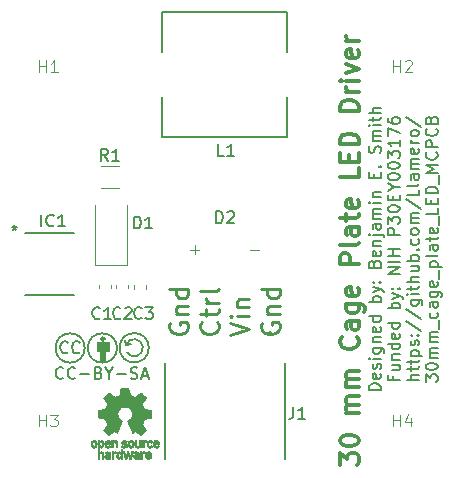
<source format=gto>
G04 #@! TF.GenerationSoftware,KiCad,Pcbnew,7.0.8-7.0.8~ubuntu22.04.1*
G04 #@! TF.CreationDate,2023-11-02T22:02:33-07:00*
G04 #@! TF.ProjectId,Thorlabs 30 mm Cage Plate LED MCPCB,54686f72-6c61-4627-9320-3330206d6d20,rev?*
G04 #@! TF.SameCoordinates,Original*
G04 #@! TF.FileFunction,Legend,Top*
G04 #@! TF.FilePolarity,Positive*
%FSLAX46Y46*%
G04 Gerber Fmt 4.6, Leading zero omitted, Abs format (unit mm)*
G04 Created by KiCad (PCBNEW 7.0.8-7.0.8~ubuntu22.04.1) date 2023-11-02 22:02:33*
%MOMM*%
%LPD*%
G01*
G04 APERTURE LIST*
%ADD10C,0.300000*%
%ADD11C,0.150000*%
%ADD12C,0.250000*%
%ADD13C,0.100000*%
%ADD14C,0.120000*%
%ADD15C,0.200000*%
%ADD16C,0.285372*%
%ADD17C,0.152400*%
%ADD18C,0.010000*%
G04 APERTURE END LIST*
D10*
X129698590Y-98214060D02*
X129698590Y-97223584D01*
X129698590Y-97223584D02*
X130308114Y-97756917D01*
X130308114Y-97756917D02*
X130308114Y-97528346D01*
X130308114Y-97528346D02*
X130384304Y-97375965D01*
X130384304Y-97375965D02*
X130460495Y-97299774D01*
X130460495Y-97299774D02*
X130612876Y-97223584D01*
X130612876Y-97223584D02*
X130993828Y-97223584D01*
X130993828Y-97223584D02*
X131146209Y-97299774D01*
X131146209Y-97299774D02*
X131222400Y-97375965D01*
X131222400Y-97375965D02*
X131298590Y-97528346D01*
X131298590Y-97528346D02*
X131298590Y-97985489D01*
X131298590Y-97985489D02*
X131222400Y-98137870D01*
X131222400Y-98137870D02*
X131146209Y-98214060D01*
X129698590Y-96233107D02*
X129698590Y-96080726D01*
X129698590Y-96080726D02*
X129774780Y-95928345D01*
X129774780Y-95928345D02*
X129850971Y-95852155D01*
X129850971Y-95852155D02*
X130003352Y-95775964D01*
X130003352Y-95775964D02*
X130308114Y-95699774D01*
X130308114Y-95699774D02*
X130689066Y-95699774D01*
X130689066Y-95699774D02*
X130993828Y-95775964D01*
X130993828Y-95775964D02*
X131146209Y-95852155D01*
X131146209Y-95852155D02*
X131222400Y-95928345D01*
X131222400Y-95928345D02*
X131298590Y-96080726D01*
X131298590Y-96080726D02*
X131298590Y-96233107D01*
X131298590Y-96233107D02*
X131222400Y-96385488D01*
X131222400Y-96385488D02*
X131146209Y-96461679D01*
X131146209Y-96461679D02*
X130993828Y-96537869D01*
X130993828Y-96537869D02*
X130689066Y-96614060D01*
X130689066Y-96614060D02*
X130308114Y-96614060D01*
X130308114Y-96614060D02*
X130003352Y-96537869D01*
X130003352Y-96537869D02*
X129850971Y-96461679D01*
X129850971Y-96461679D02*
X129774780Y-96385488D01*
X129774780Y-96385488D02*
X129698590Y-96233107D01*
X131298590Y-93795011D02*
X130231923Y-93795011D01*
X130384304Y-93795011D02*
X130308114Y-93718821D01*
X130308114Y-93718821D02*
X130231923Y-93566440D01*
X130231923Y-93566440D02*
X130231923Y-93337868D01*
X130231923Y-93337868D02*
X130308114Y-93185487D01*
X130308114Y-93185487D02*
X130460495Y-93109297D01*
X130460495Y-93109297D02*
X131298590Y-93109297D01*
X130460495Y-93109297D02*
X130308114Y-93033106D01*
X130308114Y-93033106D02*
X130231923Y-92880725D01*
X130231923Y-92880725D02*
X130231923Y-92652154D01*
X130231923Y-92652154D02*
X130308114Y-92499773D01*
X130308114Y-92499773D02*
X130460495Y-92423583D01*
X130460495Y-92423583D02*
X131298590Y-92423583D01*
X131298590Y-91661678D02*
X130231923Y-91661678D01*
X130384304Y-91661678D02*
X130308114Y-91585488D01*
X130308114Y-91585488D02*
X130231923Y-91433107D01*
X130231923Y-91433107D02*
X130231923Y-91204535D01*
X130231923Y-91204535D02*
X130308114Y-91052154D01*
X130308114Y-91052154D02*
X130460495Y-90975964D01*
X130460495Y-90975964D02*
X131298590Y-90975964D01*
X130460495Y-90975964D02*
X130308114Y-90899773D01*
X130308114Y-90899773D02*
X130231923Y-90747392D01*
X130231923Y-90747392D02*
X130231923Y-90518821D01*
X130231923Y-90518821D02*
X130308114Y-90366440D01*
X130308114Y-90366440D02*
X130460495Y-90290250D01*
X130460495Y-90290250D02*
X131298590Y-90290250D01*
X131146209Y-87395011D02*
X131222400Y-87471202D01*
X131222400Y-87471202D02*
X131298590Y-87699773D01*
X131298590Y-87699773D02*
X131298590Y-87852154D01*
X131298590Y-87852154D02*
X131222400Y-88080726D01*
X131222400Y-88080726D02*
X131070019Y-88233107D01*
X131070019Y-88233107D02*
X130917638Y-88309297D01*
X130917638Y-88309297D02*
X130612876Y-88385488D01*
X130612876Y-88385488D02*
X130384304Y-88385488D01*
X130384304Y-88385488D02*
X130079542Y-88309297D01*
X130079542Y-88309297D02*
X129927161Y-88233107D01*
X129927161Y-88233107D02*
X129774780Y-88080726D01*
X129774780Y-88080726D02*
X129698590Y-87852154D01*
X129698590Y-87852154D02*
X129698590Y-87699773D01*
X129698590Y-87699773D02*
X129774780Y-87471202D01*
X129774780Y-87471202D02*
X129850971Y-87395011D01*
X131298590Y-86023583D02*
X130460495Y-86023583D01*
X130460495Y-86023583D02*
X130308114Y-86099773D01*
X130308114Y-86099773D02*
X130231923Y-86252154D01*
X130231923Y-86252154D02*
X130231923Y-86556916D01*
X130231923Y-86556916D02*
X130308114Y-86709297D01*
X131222400Y-86023583D02*
X131298590Y-86175964D01*
X131298590Y-86175964D02*
X131298590Y-86556916D01*
X131298590Y-86556916D02*
X131222400Y-86709297D01*
X131222400Y-86709297D02*
X131070019Y-86785488D01*
X131070019Y-86785488D02*
X130917638Y-86785488D01*
X130917638Y-86785488D02*
X130765257Y-86709297D01*
X130765257Y-86709297D02*
X130689066Y-86556916D01*
X130689066Y-86556916D02*
X130689066Y-86175964D01*
X130689066Y-86175964D02*
X130612876Y-86023583D01*
X130231923Y-84575964D02*
X131527161Y-84575964D01*
X131527161Y-84575964D02*
X131679542Y-84652154D01*
X131679542Y-84652154D02*
X131755733Y-84728345D01*
X131755733Y-84728345D02*
X131831923Y-84880726D01*
X131831923Y-84880726D02*
X131831923Y-85109297D01*
X131831923Y-85109297D02*
X131755733Y-85261678D01*
X131222400Y-84575964D02*
X131298590Y-84728345D01*
X131298590Y-84728345D02*
X131298590Y-85033107D01*
X131298590Y-85033107D02*
X131222400Y-85185488D01*
X131222400Y-85185488D02*
X131146209Y-85261678D01*
X131146209Y-85261678D02*
X130993828Y-85337869D01*
X130993828Y-85337869D02*
X130536685Y-85337869D01*
X130536685Y-85337869D02*
X130384304Y-85261678D01*
X130384304Y-85261678D02*
X130308114Y-85185488D01*
X130308114Y-85185488D02*
X130231923Y-85033107D01*
X130231923Y-85033107D02*
X130231923Y-84728345D01*
X130231923Y-84728345D02*
X130308114Y-84575964D01*
X131222400Y-83204535D02*
X131298590Y-83356916D01*
X131298590Y-83356916D02*
X131298590Y-83661678D01*
X131298590Y-83661678D02*
X131222400Y-83814059D01*
X131222400Y-83814059D02*
X131070019Y-83890250D01*
X131070019Y-83890250D02*
X130460495Y-83890250D01*
X130460495Y-83890250D02*
X130308114Y-83814059D01*
X130308114Y-83814059D02*
X130231923Y-83661678D01*
X130231923Y-83661678D02*
X130231923Y-83356916D01*
X130231923Y-83356916D02*
X130308114Y-83204535D01*
X130308114Y-83204535D02*
X130460495Y-83128345D01*
X130460495Y-83128345D02*
X130612876Y-83128345D01*
X130612876Y-83128345D02*
X130765257Y-83890250D01*
X131298590Y-81223582D02*
X129698590Y-81223582D01*
X129698590Y-81223582D02*
X129698590Y-80614058D01*
X129698590Y-80614058D02*
X129774780Y-80461677D01*
X129774780Y-80461677D02*
X129850971Y-80385487D01*
X129850971Y-80385487D02*
X130003352Y-80309296D01*
X130003352Y-80309296D02*
X130231923Y-80309296D01*
X130231923Y-80309296D02*
X130384304Y-80385487D01*
X130384304Y-80385487D02*
X130460495Y-80461677D01*
X130460495Y-80461677D02*
X130536685Y-80614058D01*
X130536685Y-80614058D02*
X130536685Y-81223582D01*
X131298590Y-79395011D02*
X131222400Y-79547392D01*
X131222400Y-79547392D02*
X131070019Y-79623582D01*
X131070019Y-79623582D02*
X129698590Y-79623582D01*
X131298590Y-78099773D02*
X130460495Y-78099773D01*
X130460495Y-78099773D02*
X130308114Y-78175963D01*
X130308114Y-78175963D02*
X130231923Y-78328344D01*
X130231923Y-78328344D02*
X130231923Y-78633106D01*
X130231923Y-78633106D02*
X130308114Y-78785487D01*
X131222400Y-78099773D02*
X131298590Y-78252154D01*
X131298590Y-78252154D02*
X131298590Y-78633106D01*
X131298590Y-78633106D02*
X131222400Y-78785487D01*
X131222400Y-78785487D02*
X131070019Y-78861678D01*
X131070019Y-78861678D02*
X130917638Y-78861678D01*
X130917638Y-78861678D02*
X130765257Y-78785487D01*
X130765257Y-78785487D02*
X130689066Y-78633106D01*
X130689066Y-78633106D02*
X130689066Y-78252154D01*
X130689066Y-78252154D02*
X130612876Y-78099773D01*
X130231923Y-77566440D02*
X130231923Y-76956916D01*
X129698590Y-77337868D02*
X131070019Y-77337868D01*
X131070019Y-77337868D02*
X131222400Y-77261678D01*
X131222400Y-77261678D02*
X131298590Y-77109297D01*
X131298590Y-77109297D02*
X131298590Y-76956916D01*
X131222400Y-75814058D02*
X131298590Y-75966439D01*
X131298590Y-75966439D02*
X131298590Y-76271201D01*
X131298590Y-76271201D02*
X131222400Y-76423582D01*
X131222400Y-76423582D02*
X131070019Y-76499773D01*
X131070019Y-76499773D02*
X130460495Y-76499773D01*
X130460495Y-76499773D02*
X130308114Y-76423582D01*
X130308114Y-76423582D02*
X130231923Y-76271201D01*
X130231923Y-76271201D02*
X130231923Y-75966439D01*
X130231923Y-75966439D02*
X130308114Y-75814058D01*
X130308114Y-75814058D02*
X130460495Y-75737868D01*
X130460495Y-75737868D02*
X130612876Y-75737868D01*
X130612876Y-75737868D02*
X130765257Y-76499773D01*
X131298590Y-73071200D02*
X131298590Y-73833105D01*
X131298590Y-73833105D02*
X129698590Y-73833105D01*
X130460495Y-72537867D02*
X130460495Y-72004534D01*
X131298590Y-71775962D02*
X131298590Y-72537867D01*
X131298590Y-72537867D02*
X129698590Y-72537867D01*
X129698590Y-72537867D02*
X129698590Y-71775962D01*
X131298590Y-71090248D02*
X129698590Y-71090248D01*
X129698590Y-71090248D02*
X129698590Y-70709296D01*
X129698590Y-70709296D02*
X129774780Y-70480724D01*
X129774780Y-70480724D02*
X129927161Y-70328343D01*
X129927161Y-70328343D02*
X130079542Y-70252153D01*
X130079542Y-70252153D02*
X130384304Y-70175962D01*
X130384304Y-70175962D02*
X130612876Y-70175962D01*
X130612876Y-70175962D02*
X130917638Y-70252153D01*
X130917638Y-70252153D02*
X131070019Y-70328343D01*
X131070019Y-70328343D02*
X131222400Y-70480724D01*
X131222400Y-70480724D02*
X131298590Y-70709296D01*
X131298590Y-70709296D02*
X131298590Y-71090248D01*
X131298590Y-68271200D02*
X129698590Y-68271200D01*
X129698590Y-68271200D02*
X129698590Y-67890248D01*
X129698590Y-67890248D02*
X129774780Y-67661676D01*
X129774780Y-67661676D02*
X129927161Y-67509295D01*
X129927161Y-67509295D02*
X130079542Y-67433105D01*
X130079542Y-67433105D02*
X130384304Y-67356914D01*
X130384304Y-67356914D02*
X130612876Y-67356914D01*
X130612876Y-67356914D02*
X130917638Y-67433105D01*
X130917638Y-67433105D02*
X131070019Y-67509295D01*
X131070019Y-67509295D02*
X131222400Y-67661676D01*
X131222400Y-67661676D02*
X131298590Y-67890248D01*
X131298590Y-67890248D02*
X131298590Y-68271200D01*
X131298590Y-66671200D02*
X130231923Y-66671200D01*
X130536685Y-66671200D02*
X130384304Y-66595010D01*
X130384304Y-66595010D02*
X130308114Y-66518819D01*
X130308114Y-66518819D02*
X130231923Y-66366438D01*
X130231923Y-66366438D02*
X130231923Y-66214057D01*
X131298590Y-65680724D02*
X130231923Y-65680724D01*
X129698590Y-65680724D02*
X129774780Y-65756915D01*
X129774780Y-65756915D02*
X129850971Y-65680724D01*
X129850971Y-65680724D02*
X129774780Y-65604534D01*
X129774780Y-65604534D02*
X129698590Y-65680724D01*
X129698590Y-65680724D02*
X129850971Y-65680724D01*
X130231923Y-65071200D02*
X131298590Y-64690248D01*
X131298590Y-64690248D02*
X130231923Y-64309295D01*
X131222400Y-63090247D02*
X131298590Y-63242628D01*
X131298590Y-63242628D02*
X131298590Y-63547390D01*
X131298590Y-63547390D02*
X131222400Y-63699771D01*
X131222400Y-63699771D02*
X131070019Y-63775962D01*
X131070019Y-63775962D02*
X130460495Y-63775962D01*
X130460495Y-63775962D02*
X130308114Y-63699771D01*
X130308114Y-63699771D02*
X130231923Y-63547390D01*
X130231923Y-63547390D02*
X130231923Y-63242628D01*
X130231923Y-63242628D02*
X130308114Y-63090247D01*
X130308114Y-63090247D02*
X130460495Y-63014057D01*
X130460495Y-63014057D02*
X130612876Y-63014057D01*
X130612876Y-63014057D02*
X130765257Y-63775962D01*
X131298590Y-62328342D02*
X130231923Y-62328342D01*
X130536685Y-62328342D02*
X130384304Y-62252152D01*
X130384304Y-62252152D02*
X130308114Y-62175961D01*
X130308114Y-62175961D02*
X130231923Y-62023580D01*
X130231923Y-62023580D02*
X130231923Y-61871199D01*
D11*
X133149819Y-91892380D02*
X132149819Y-91892380D01*
X132149819Y-91892380D02*
X132149819Y-91654285D01*
X132149819Y-91654285D02*
X132197438Y-91511428D01*
X132197438Y-91511428D02*
X132292676Y-91416190D01*
X132292676Y-91416190D02*
X132387914Y-91368571D01*
X132387914Y-91368571D02*
X132578390Y-91320952D01*
X132578390Y-91320952D02*
X132721247Y-91320952D01*
X132721247Y-91320952D02*
X132911723Y-91368571D01*
X132911723Y-91368571D02*
X133006961Y-91416190D01*
X133006961Y-91416190D02*
X133102200Y-91511428D01*
X133102200Y-91511428D02*
X133149819Y-91654285D01*
X133149819Y-91654285D02*
X133149819Y-91892380D01*
X133102200Y-90511428D02*
X133149819Y-90606666D01*
X133149819Y-90606666D02*
X133149819Y-90797142D01*
X133149819Y-90797142D02*
X133102200Y-90892380D01*
X133102200Y-90892380D02*
X133006961Y-90939999D01*
X133006961Y-90939999D02*
X132626009Y-90939999D01*
X132626009Y-90939999D02*
X132530771Y-90892380D01*
X132530771Y-90892380D02*
X132483152Y-90797142D01*
X132483152Y-90797142D02*
X132483152Y-90606666D01*
X132483152Y-90606666D02*
X132530771Y-90511428D01*
X132530771Y-90511428D02*
X132626009Y-90463809D01*
X132626009Y-90463809D02*
X132721247Y-90463809D01*
X132721247Y-90463809D02*
X132816485Y-90939999D01*
X133102200Y-90082856D02*
X133149819Y-89987618D01*
X133149819Y-89987618D02*
X133149819Y-89797142D01*
X133149819Y-89797142D02*
X133102200Y-89701904D01*
X133102200Y-89701904D02*
X133006961Y-89654285D01*
X133006961Y-89654285D02*
X132959342Y-89654285D01*
X132959342Y-89654285D02*
X132864104Y-89701904D01*
X132864104Y-89701904D02*
X132816485Y-89797142D01*
X132816485Y-89797142D02*
X132816485Y-89939999D01*
X132816485Y-89939999D02*
X132768866Y-90035237D01*
X132768866Y-90035237D02*
X132673628Y-90082856D01*
X132673628Y-90082856D02*
X132626009Y-90082856D01*
X132626009Y-90082856D02*
X132530771Y-90035237D01*
X132530771Y-90035237D02*
X132483152Y-89939999D01*
X132483152Y-89939999D02*
X132483152Y-89797142D01*
X132483152Y-89797142D02*
X132530771Y-89701904D01*
X133149819Y-89225713D02*
X132483152Y-89225713D01*
X132149819Y-89225713D02*
X132197438Y-89273332D01*
X132197438Y-89273332D02*
X132245057Y-89225713D01*
X132245057Y-89225713D02*
X132197438Y-89178094D01*
X132197438Y-89178094D02*
X132149819Y-89225713D01*
X132149819Y-89225713D02*
X132245057Y-89225713D01*
X132483152Y-88320952D02*
X133292676Y-88320952D01*
X133292676Y-88320952D02*
X133387914Y-88368571D01*
X133387914Y-88368571D02*
X133435533Y-88416190D01*
X133435533Y-88416190D02*
X133483152Y-88511428D01*
X133483152Y-88511428D02*
X133483152Y-88654285D01*
X133483152Y-88654285D02*
X133435533Y-88749523D01*
X133102200Y-88320952D02*
X133149819Y-88416190D01*
X133149819Y-88416190D02*
X133149819Y-88606666D01*
X133149819Y-88606666D02*
X133102200Y-88701904D01*
X133102200Y-88701904D02*
X133054580Y-88749523D01*
X133054580Y-88749523D02*
X132959342Y-88797142D01*
X132959342Y-88797142D02*
X132673628Y-88797142D01*
X132673628Y-88797142D02*
X132578390Y-88749523D01*
X132578390Y-88749523D02*
X132530771Y-88701904D01*
X132530771Y-88701904D02*
X132483152Y-88606666D01*
X132483152Y-88606666D02*
X132483152Y-88416190D01*
X132483152Y-88416190D02*
X132530771Y-88320952D01*
X132483152Y-87844761D02*
X133149819Y-87844761D01*
X132578390Y-87844761D02*
X132530771Y-87797142D01*
X132530771Y-87797142D02*
X132483152Y-87701904D01*
X132483152Y-87701904D02*
X132483152Y-87559047D01*
X132483152Y-87559047D02*
X132530771Y-87463809D01*
X132530771Y-87463809D02*
X132626009Y-87416190D01*
X132626009Y-87416190D02*
X133149819Y-87416190D01*
X133102200Y-86559047D02*
X133149819Y-86654285D01*
X133149819Y-86654285D02*
X133149819Y-86844761D01*
X133149819Y-86844761D02*
X133102200Y-86939999D01*
X133102200Y-86939999D02*
X133006961Y-86987618D01*
X133006961Y-86987618D02*
X132626009Y-86987618D01*
X132626009Y-86987618D02*
X132530771Y-86939999D01*
X132530771Y-86939999D02*
X132483152Y-86844761D01*
X132483152Y-86844761D02*
X132483152Y-86654285D01*
X132483152Y-86654285D02*
X132530771Y-86559047D01*
X132530771Y-86559047D02*
X132626009Y-86511428D01*
X132626009Y-86511428D02*
X132721247Y-86511428D01*
X132721247Y-86511428D02*
X132816485Y-86987618D01*
X133149819Y-85654285D02*
X132149819Y-85654285D01*
X133102200Y-85654285D02*
X133149819Y-85749523D01*
X133149819Y-85749523D02*
X133149819Y-85939999D01*
X133149819Y-85939999D02*
X133102200Y-86035237D01*
X133102200Y-86035237D02*
X133054580Y-86082856D01*
X133054580Y-86082856D02*
X132959342Y-86130475D01*
X132959342Y-86130475D02*
X132673628Y-86130475D01*
X132673628Y-86130475D02*
X132578390Y-86082856D01*
X132578390Y-86082856D02*
X132530771Y-86035237D01*
X132530771Y-86035237D02*
X132483152Y-85939999D01*
X132483152Y-85939999D02*
X132483152Y-85749523D01*
X132483152Y-85749523D02*
X132530771Y-85654285D01*
X133149819Y-84416189D02*
X132149819Y-84416189D01*
X132530771Y-84416189D02*
X132483152Y-84320951D01*
X132483152Y-84320951D02*
X132483152Y-84130475D01*
X132483152Y-84130475D02*
X132530771Y-84035237D01*
X132530771Y-84035237D02*
X132578390Y-83987618D01*
X132578390Y-83987618D02*
X132673628Y-83939999D01*
X132673628Y-83939999D02*
X132959342Y-83939999D01*
X132959342Y-83939999D02*
X133054580Y-83987618D01*
X133054580Y-83987618D02*
X133102200Y-84035237D01*
X133102200Y-84035237D02*
X133149819Y-84130475D01*
X133149819Y-84130475D02*
X133149819Y-84320951D01*
X133149819Y-84320951D02*
X133102200Y-84416189D01*
X132483152Y-83606665D02*
X133149819Y-83368570D01*
X132483152Y-83130475D02*
X133149819Y-83368570D01*
X133149819Y-83368570D02*
X133387914Y-83463808D01*
X133387914Y-83463808D02*
X133435533Y-83511427D01*
X133435533Y-83511427D02*
X133483152Y-83606665D01*
X133054580Y-82749522D02*
X133102200Y-82701903D01*
X133102200Y-82701903D02*
X133149819Y-82749522D01*
X133149819Y-82749522D02*
X133102200Y-82797141D01*
X133102200Y-82797141D02*
X133054580Y-82749522D01*
X133054580Y-82749522D02*
X133149819Y-82749522D01*
X132530771Y-82749522D02*
X132578390Y-82701903D01*
X132578390Y-82701903D02*
X132626009Y-82749522D01*
X132626009Y-82749522D02*
X132578390Y-82797141D01*
X132578390Y-82797141D02*
X132530771Y-82749522D01*
X132530771Y-82749522D02*
X132626009Y-82749522D01*
X132626009Y-81178094D02*
X132673628Y-81035237D01*
X132673628Y-81035237D02*
X132721247Y-80987618D01*
X132721247Y-80987618D02*
X132816485Y-80939999D01*
X132816485Y-80939999D02*
X132959342Y-80939999D01*
X132959342Y-80939999D02*
X133054580Y-80987618D01*
X133054580Y-80987618D02*
X133102200Y-81035237D01*
X133102200Y-81035237D02*
X133149819Y-81130475D01*
X133149819Y-81130475D02*
X133149819Y-81511427D01*
X133149819Y-81511427D02*
X132149819Y-81511427D01*
X132149819Y-81511427D02*
X132149819Y-81178094D01*
X132149819Y-81178094D02*
X132197438Y-81082856D01*
X132197438Y-81082856D02*
X132245057Y-81035237D01*
X132245057Y-81035237D02*
X132340295Y-80987618D01*
X132340295Y-80987618D02*
X132435533Y-80987618D01*
X132435533Y-80987618D02*
X132530771Y-81035237D01*
X132530771Y-81035237D02*
X132578390Y-81082856D01*
X132578390Y-81082856D02*
X132626009Y-81178094D01*
X132626009Y-81178094D02*
X132626009Y-81511427D01*
X133102200Y-80130475D02*
X133149819Y-80225713D01*
X133149819Y-80225713D02*
X133149819Y-80416189D01*
X133149819Y-80416189D02*
X133102200Y-80511427D01*
X133102200Y-80511427D02*
X133006961Y-80559046D01*
X133006961Y-80559046D02*
X132626009Y-80559046D01*
X132626009Y-80559046D02*
X132530771Y-80511427D01*
X132530771Y-80511427D02*
X132483152Y-80416189D01*
X132483152Y-80416189D02*
X132483152Y-80225713D01*
X132483152Y-80225713D02*
X132530771Y-80130475D01*
X132530771Y-80130475D02*
X132626009Y-80082856D01*
X132626009Y-80082856D02*
X132721247Y-80082856D01*
X132721247Y-80082856D02*
X132816485Y-80559046D01*
X132483152Y-79654284D02*
X133149819Y-79654284D01*
X132578390Y-79654284D02*
X132530771Y-79606665D01*
X132530771Y-79606665D02*
X132483152Y-79511427D01*
X132483152Y-79511427D02*
X132483152Y-79368570D01*
X132483152Y-79368570D02*
X132530771Y-79273332D01*
X132530771Y-79273332D02*
X132626009Y-79225713D01*
X132626009Y-79225713D02*
X133149819Y-79225713D01*
X132483152Y-78749522D02*
X133340295Y-78749522D01*
X133340295Y-78749522D02*
X133435533Y-78797141D01*
X133435533Y-78797141D02*
X133483152Y-78892379D01*
X133483152Y-78892379D02*
X133483152Y-78939998D01*
X132149819Y-78749522D02*
X132197438Y-78797141D01*
X132197438Y-78797141D02*
X132245057Y-78749522D01*
X132245057Y-78749522D02*
X132197438Y-78701903D01*
X132197438Y-78701903D02*
X132149819Y-78749522D01*
X132149819Y-78749522D02*
X132245057Y-78749522D01*
X133149819Y-77844761D02*
X132626009Y-77844761D01*
X132626009Y-77844761D02*
X132530771Y-77892380D01*
X132530771Y-77892380D02*
X132483152Y-77987618D01*
X132483152Y-77987618D02*
X132483152Y-78178094D01*
X132483152Y-78178094D02*
X132530771Y-78273332D01*
X133102200Y-77844761D02*
X133149819Y-77939999D01*
X133149819Y-77939999D02*
X133149819Y-78178094D01*
X133149819Y-78178094D02*
X133102200Y-78273332D01*
X133102200Y-78273332D02*
X133006961Y-78320951D01*
X133006961Y-78320951D02*
X132911723Y-78320951D01*
X132911723Y-78320951D02*
X132816485Y-78273332D01*
X132816485Y-78273332D02*
X132768866Y-78178094D01*
X132768866Y-78178094D02*
X132768866Y-77939999D01*
X132768866Y-77939999D02*
X132721247Y-77844761D01*
X133149819Y-77368570D02*
X132483152Y-77368570D01*
X132578390Y-77368570D02*
X132530771Y-77320951D01*
X132530771Y-77320951D02*
X132483152Y-77225713D01*
X132483152Y-77225713D02*
X132483152Y-77082856D01*
X132483152Y-77082856D02*
X132530771Y-76987618D01*
X132530771Y-76987618D02*
X132626009Y-76939999D01*
X132626009Y-76939999D02*
X133149819Y-76939999D01*
X132626009Y-76939999D02*
X132530771Y-76892380D01*
X132530771Y-76892380D02*
X132483152Y-76797142D01*
X132483152Y-76797142D02*
X132483152Y-76654285D01*
X132483152Y-76654285D02*
X132530771Y-76559046D01*
X132530771Y-76559046D02*
X132626009Y-76511427D01*
X132626009Y-76511427D02*
X133149819Y-76511427D01*
X133149819Y-76035237D02*
X132483152Y-76035237D01*
X132149819Y-76035237D02*
X132197438Y-76082856D01*
X132197438Y-76082856D02*
X132245057Y-76035237D01*
X132245057Y-76035237D02*
X132197438Y-75987618D01*
X132197438Y-75987618D02*
X132149819Y-76035237D01*
X132149819Y-76035237D02*
X132245057Y-76035237D01*
X132483152Y-75559047D02*
X133149819Y-75559047D01*
X132578390Y-75559047D02*
X132530771Y-75511428D01*
X132530771Y-75511428D02*
X132483152Y-75416190D01*
X132483152Y-75416190D02*
X132483152Y-75273333D01*
X132483152Y-75273333D02*
X132530771Y-75178095D01*
X132530771Y-75178095D02*
X132626009Y-75130476D01*
X132626009Y-75130476D02*
X133149819Y-75130476D01*
X132626009Y-73892380D02*
X132626009Y-73559047D01*
X133149819Y-73416190D02*
X133149819Y-73892380D01*
X133149819Y-73892380D02*
X132149819Y-73892380D01*
X132149819Y-73892380D02*
X132149819Y-73416190D01*
X133054580Y-72987618D02*
X133102200Y-72939999D01*
X133102200Y-72939999D02*
X133149819Y-72987618D01*
X133149819Y-72987618D02*
X133102200Y-73035237D01*
X133102200Y-73035237D02*
X133054580Y-72987618D01*
X133054580Y-72987618D02*
X133149819Y-72987618D01*
X133102200Y-71797142D02*
X133149819Y-71654285D01*
X133149819Y-71654285D02*
X133149819Y-71416190D01*
X133149819Y-71416190D02*
X133102200Y-71320952D01*
X133102200Y-71320952D02*
X133054580Y-71273333D01*
X133054580Y-71273333D02*
X132959342Y-71225714D01*
X132959342Y-71225714D02*
X132864104Y-71225714D01*
X132864104Y-71225714D02*
X132768866Y-71273333D01*
X132768866Y-71273333D02*
X132721247Y-71320952D01*
X132721247Y-71320952D02*
X132673628Y-71416190D01*
X132673628Y-71416190D02*
X132626009Y-71606666D01*
X132626009Y-71606666D02*
X132578390Y-71701904D01*
X132578390Y-71701904D02*
X132530771Y-71749523D01*
X132530771Y-71749523D02*
X132435533Y-71797142D01*
X132435533Y-71797142D02*
X132340295Y-71797142D01*
X132340295Y-71797142D02*
X132245057Y-71749523D01*
X132245057Y-71749523D02*
X132197438Y-71701904D01*
X132197438Y-71701904D02*
X132149819Y-71606666D01*
X132149819Y-71606666D02*
X132149819Y-71368571D01*
X132149819Y-71368571D02*
X132197438Y-71225714D01*
X133149819Y-70797142D02*
X132483152Y-70797142D01*
X132578390Y-70797142D02*
X132530771Y-70749523D01*
X132530771Y-70749523D02*
X132483152Y-70654285D01*
X132483152Y-70654285D02*
X132483152Y-70511428D01*
X132483152Y-70511428D02*
X132530771Y-70416190D01*
X132530771Y-70416190D02*
X132626009Y-70368571D01*
X132626009Y-70368571D02*
X133149819Y-70368571D01*
X132626009Y-70368571D02*
X132530771Y-70320952D01*
X132530771Y-70320952D02*
X132483152Y-70225714D01*
X132483152Y-70225714D02*
X132483152Y-70082857D01*
X132483152Y-70082857D02*
X132530771Y-69987618D01*
X132530771Y-69987618D02*
X132626009Y-69939999D01*
X132626009Y-69939999D02*
X133149819Y-69939999D01*
X133149819Y-69463809D02*
X132483152Y-69463809D01*
X132149819Y-69463809D02*
X132197438Y-69511428D01*
X132197438Y-69511428D02*
X132245057Y-69463809D01*
X132245057Y-69463809D02*
X132197438Y-69416190D01*
X132197438Y-69416190D02*
X132149819Y-69463809D01*
X132149819Y-69463809D02*
X132245057Y-69463809D01*
X132483152Y-69130476D02*
X132483152Y-68749524D01*
X132149819Y-68987619D02*
X133006961Y-68987619D01*
X133006961Y-68987619D02*
X133102200Y-68940000D01*
X133102200Y-68940000D02*
X133149819Y-68844762D01*
X133149819Y-68844762D02*
X133149819Y-68749524D01*
X133149819Y-68416190D02*
X132149819Y-68416190D01*
X133149819Y-67987619D02*
X132626009Y-67987619D01*
X132626009Y-67987619D02*
X132530771Y-68035238D01*
X132530771Y-68035238D02*
X132483152Y-68130476D01*
X132483152Y-68130476D02*
X132483152Y-68273333D01*
X132483152Y-68273333D02*
X132530771Y-68368571D01*
X132530771Y-68368571D02*
X132578390Y-68416190D01*
X134236009Y-90725714D02*
X134236009Y-91059047D01*
X134759819Y-91059047D02*
X133759819Y-91059047D01*
X133759819Y-91059047D02*
X133759819Y-90582857D01*
X134093152Y-89773333D02*
X134759819Y-89773333D01*
X134093152Y-90201904D02*
X134616961Y-90201904D01*
X134616961Y-90201904D02*
X134712200Y-90154285D01*
X134712200Y-90154285D02*
X134759819Y-90059047D01*
X134759819Y-90059047D02*
X134759819Y-89916190D01*
X134759819Y-89916190D02*
X134712200Y-89820952D01*
X134712200Y-89820952D02*
X134664580Y-89773333D01*
X134093152Y-89297142D02*
X134759819Y-89297142D01*
X134188390Y-89297142D02*
X134140771Y-89249523D01*
X134140771Y-89249523D02*
X134093152Y-89154285D01*
X134093152Y-89154285D02*
X134093152Y-89011428D01*
X134093152Y-89011428D02*
X134140771Y-88916190D01*
X134140771Y-88916190D02*
X134236009Y-88868571D01*
X134236009Y-88868571D02*
X134759819Y-88868571D01*
X134759819Y-87963809D02*
X133759819Y-87963809D01*
X134712200Y-87963809D02*
X134759819Y-88059047D01*
X134759819Y-88059047D02*
X134759819Y-88249523D01*
X134759819Y-88249523D02*
X134712200Y-88344761D01*
X134712200Y-88344761D02*
X134664580Y-88392380D01*
X134664580Y-88392380D02*
X134569342Y-88439999D01*
X134569342Y-88439999D02*
X134283628Y-88439999D01*
X134283628Y-88439999D02*
X134188390Y-88392380D01*
X134188390Y-88392380D02*
X134140771Y-88344761D01*
X134140771Y-88344761D02*
X134093152Y-88249523D01*
X134093152Y-88249523D02*
X134093152Y-88059047D01*
X134093152Y-88059047D02*
X134140771Y-87963809D01*
X134712200Y-87106666D02*
X134759819Y-87201904D01*
X134759819Y-87201904D02*
X134759819Y-87392380D01*
X134759819Y-87392380D02*
X134712200Y-87487618D01*
X134712200Y-87487618D02*
X134616961Y-87535237D01*
X134616961Y-87535237D02*
X134236009Y-87535237D01*
X134236009Y-87535237D02*
X134140771Y-87487618D01*
X134140771Y-87487618D02*
X134093152Y-87392380D01*
X134093152Y-87392380D02*
X134093152Y-87201904D01*
X134093152Y-87201904D02*
X134140771Y-87106666D01*
X134140771Y-87106666D02*
X134236009Y-87059047D01*
X134236009Y-87059047D02*
X134331247Y-87059047D01*
X134331247Y-87059047D02*
X134426485Y-87535237D01*
X134759819Y-86201904D02*
X133759819Y-86201904D01*
X134712200Y-86201904D02*
X134759819Y-86297142D01*
X134759819Y-86297142D02*
X134759819Y-86487618D01*
X134759819Y-86487618D02*
X134712200Y-86582856D01*
X134712200Y-86582856D02*
X134664580Y-86630475D01*
X134664580Y-86630475D02*
X134569342Y-86678094D01*
X134569342Y-86678094D02*
X134283628Y-86678094D01*
X134283628Y-86678094D02*
X134188390Y-86630475D01*
X134188390Y-86630475D02*
X134140771Y-86582856D01*
X134140771Y-86582856D02*
X134093152Y-86487618D01*
X134093152Y-86487618D02*
X134093152Y-86297142D01*
X134093152Y-86297142D02*
X134140771Y-86201904D01*
X134759819Y-84963808D02*
X133759819Y-84963808D01*
X134140771Y-84963808D02*
X134093152Y-84868570D01*
X134093152Y-84868570D02*
X134093152Y-84678094D01*
X134093152Y-84678094D02*
X134140771Y-84582856D01*
X134140771Y-84582856D02*
X134188390Y-84535237D01*
X134188390Y-84535237D02*
X134283628Y-84487618D01*
X134283628Y-84487618D02*
X134569342Y-84487618D01*
X134569342Y-84487618D02*
X134664580Y-84535237D01*
X134664580Y-84535237D02*
X134712200Y-84582856D01*
X134712200Y-84582856D02*
X134759819Y-84678094D01*
X134759819Y-84678094D02*
X134759819Y-84868570D01*
X134759819Y-84868570D02*
X134712200Y-84963808D01*
X134093152Y-84154284D02*
X134759819Y-83916189D01*
X134093152Y-83678094D02*
X134759819Y-83916189D01*
X134759819Y-83916189D02*
X134997914Y-84011427D01*
X134997914Y-84011427D02*
X135045533Y-84059046D01*
X135045533Y-84059046D02*
X135093152Y-84154284D01*
X134664580Y-83297141D02*
X134712200Y-83249522D01*
X134712200Y-83249522D02*
X134759819Y-83297141D01*
X134759819Y-83297141D02*
X134712200Y-83344760D01*
X134712200Y-83344760D02*
X134664580Y-83297141D01*
X134664580Y-83297141D02*
X134759819Y-83297141D01*
X134140771Y-83297141D02*
X134188390Y-83249522D01*
X134188390Y-83249522D02*
X134236009Y-83297141D01*
X134236009Y-83297141D02*
X134188390Y-83344760D01*
X134188390Y-83344760D02*
X134140771Y-83297141D01*
X134140771Y-83297141D02*
X134236009Y-83297141D01*
X134759819Y-82059046D02*
X133759819Y-82059046D01*
X133759819Y-82059046D02*
X134759819Y-81487618D01*
X134759819Y-81487618D02*
X133759819Y-81487618D01*
X134759819Y-81011427D02*
X133759819Y-81011427D01*
X134759819Y-80535237D02*
X133759819Y-80535237D01*
X134236009Y-80535237D02*
X134236009Y-79963809D01*
X134759819Y-79963809D02*
X133759819Y-79963809D01*
X134759819Y-78725713D02*
X133759819Y-78725713D01*
X133759819Y-78725713D02*
X133759819Y-78344761D01*
X133759819Y-78344761D02*
X133807438Y-78249523D01*
X133807438Y-78249523D02*
X133855057Y-78201904D01*
X133855057Y-78201904D02*
X133950295Y-78154285D01*
X133950295Y-78154285D02*
X134093152Y-78154285D01*
X134093152Y-78154285D02*
X134188390Y-78201904D01*
X134188390Y-78201904D02*
X134236009Y-78249523D01*
X134236009Y-78249523D02*
X134283628Y-78344761D01*
X134283628Y-78344761D02*
X134283628Y-78725713D01*
X133759819Y-77820951D02*
X133759819Y-77201904D01*
X133759819Y-77201904D02*
X134140771Y-77535237D01*
X134140771Y-77535237D02*
X134140771Y-77392380D01*
X134140771Y-77392380D02*
X134188390Y-77297142D01*
X134188390Y-77297142D02*
X134236009Y-77249523D01*
X134236009Y-77249523D02*
X134331247Y-77201904D01*
X134331247Y-77201904D02*
X134569342Y-77201904D01*
X134569342Y-77201904D02*
X134664580Y-77249523D01*
X134664580Y-77249523D02*
X134712200Y-77297142D01*
X134712200Y-77297142D02*
X134759819Y-77392380D01*
X134759819Y-77392380D02*
X134759819Y-77678094D01*
X134759819Y-77678094D02*
X134712200Y-77773332D01*
X134712200Y-77773332D02*
X134664580Y-77820951D01*
X133759819Y-76582856D02*
X133759819Y-76487618D01*
X133759819Y-76487618D02*
X133807438Y-76392380D01*
X133807438Y-76392380D02*
X133855057Y-76344761D01*
X133855057Y-76344761D02*
X133950295Y-76297142D01*
X133950295Y-76297142D02*
X134140771Y-76249523D01*
X134140771Y-76249523D02*
X134378866Y-76249523D01*
X134378866Y-76249523D02*
X134569342Y-76297142D01*
X134569342Y-76297142D02*
X134664580Y-76344761D01*
X134664580Y-76344761D02*
X134712200Y-76392380D01*
X134712200Y-76392380D02*
X134759819Y-76487618D01*
X134759819Y-76487618D02*
X134759819Y-76582856D01*
X134759819Y-76582856D02*
X134712200Y-76678094D01*
X134712200Y-76678094D02*
X134664580Y-76725713D01*
X134664580Y-76725713D02*
X134569342Y-76773332D01*
X134569342Y-76773332D02*
X134378866Y-76820951D01*
X134378866Y-76820951D02*
X134140771Y-76820951D01*
X134140771Y-76820951D02*
X133950295Y-76773332D01*
X133950295Y-76773332D02*
X133855057Y-76725713D01*
X133855057Y-76725713D02*
X133807438Y-76678094D01*
X133807438Y-76678094D02*
X133759819Y-76582856D01*
X134236009Y-75820951D02*
X134236009Y-75487618D01*
X134759819Y-75344761D02*
X134759819Y-75820951D01*
X134759819Y-75820951D02*
X133759819Y-75820951D01*
X133759819Y-75820951D02*
X133759819Y-75344761D01*
X134283628Y-74725713D02*
X134759819Y-74725713D01*
X133759819Y-75059046D02*
X134283628Y-74725713D01*
X134283628Y-74725713D02*
X133759819Y-74392380D01*
X133759819Y-73868570D02*
X133759819Y-73773332D01*
X133759819Y-73773332D02*
X133807438Y-73678094D01*
X133807438Y-73678094D02*
X133855057Y-73630475D01*
X133855057Y-73630475D02*
X133950295Y-73582856D01*
X133950295Y-73582856D02*
X134140771Y-73535237D01*
X134140771Y-73535237D02*
X134378866Y-73535237D01*
X134378866Y-73535237D02*
X134569342Y-73582856D01*
X134569342Y-73582856D02*
X134664580Y-73630475D01*
X134664580Y-73630475D02*
X134712200Y-73678094D01*
X134712200Y-73678094D02*
X134759819Y-73773332D01*
X134759819Y-73773332D02*
X134759819Y-73868570D01*
X134759819Y-73868570D02*
X134712200Y-73963808D01*
X134712200Y-73963808D02*
X134664580Y-74011427D01*
X134664580Y-74011427D02*
X134569342Y-74059046D01*
X134569342Y-74059046D02*
X134378866Y-74106665D01*
X134378866Y-74106665D02*
X134140771Y-74106665D01*
X134140771Y-74106665D02*
X133950295Y-74059046D01*
X133950295Y-74059046D02*
X133855057Y-74011427D01*
X133855057Y-74011427D02*
X133807438Y-73963808D01*
X133807438Y-73963808D02*
X133759819Y-73868570D01*
X133759819Y-72916189D02*
X133759819Y-72820951D01*
X133759819Y-72820951D02*
X133807438Y-72725713D01*
X133807438Y-72725713D02*
X133855057Y-72678094D01*
X133855057Y-72678094D02*
X133950295Y-72630475D01*
X133950295Y-72630475D02*
X134140771Y-72582856D01*
X134140771Y-72582856D02*
X134378866Y-72582856D01*
X134378866Y-72582856D02*
X134569342Y-72630475D01*
X134569342Y-72630475D02*
X134664580Y-72678094D01*
X134664580Y-72678094D02*
X134712200Y-72725713D01*
X134712200Y-72725713D02*
X134759819Y-72820951D01*
X134759819Y-72820951D02*
X134759819Y-72916189D01*
X134759819Y-72916189D02*
X134712200Y-73011427D01*
X134712200Y-73011427D02*
X134664580Y-73059046D01*
X134664580Y-73059046D02*
X134569342Y-73106665D01*
X134569342Y-73106665D02*
X134378866Y-73154284D01*
X134378866Y-73154284D02*
X134140771Y-73154284D01*
X134140771Y-73154284D02*
X133950295Y-73106665D01*
X133950295Y-73106665D02*
X133855057Y-73059046D01*
X133855057Y-73059046D02*
X133807438Y-73011427D01*
X133807438Y-73011427D02*
X133759819Y-72916189D01*
X133759819Y-72249522D02*
X133759819Y-71630475D01*
X133759819Y-71630475D02*
X134140771Y-71963808D01*
X134140771Y-71963808D02*
X134140771Y-71820951D01*
X134140771Y-71820951D02*
X134188390Y-71725713D01*
X134188390Y-71725713D02*
X134236009Y-71678094D01*
X134236009Y-71678094D02*
X134331247Y-71630475D01*
X134331247Y-71630475D02*
X134569342Y-71630475D01*
X134569342Y-71630475D02*
X134664580Y-71678094D01*
X134664580Y-71678094D02*
X134712200Y-71725713D01*
X134712200Y-71725713D02*
X134759819Y-71820951D01*
X134759819Y-71820951D02*
X134759819Y-72106665D01*
X134759819Y-72106665D02*
X134712200Y-72201903D01*
X134712200Y-72201903D02*
X134664580Y-72249522D01*
X134759819Y-70678094D02*
X134759819Y-71249522D01*
X134759819Y-70963808D02*
X133759819Y-70963808D01*
X133759819Y-70963808D02*
X133902676Y-71059046D01*
X133902676Y-71059046D02*
X133997914Y-71154284D01*
X133997914Y-71154284D02*
X134045533Y-71249522D01*
X133759819Y-70344760D02*
X133759819Y-69678094D01*
X133759819Y-69678094D02*
X134759819Y-70106665D01*
X133759819Y-68868570D02*
X133759819Y-69059046D01*
X133759819Y-69059046D02*
X133807438Y-69154284D01*
X133807438Y-69154284D02*
X133855057Y-69201903D01*
X133855057Y-69201903D02*
X133997914Y-69297141D01*
X133997914Y-69297141D02*
X134188390Y-69344760D01*
X134188390Y-69344760D02*
X134569342Y-69344760D01*
X134569342Y-69344760D02*
X134664580Y-69297141D01*
X134664580Y-69297141D02*
X134712200Y-69249522D01*
X134712200Y-69249522D02*
X134759819Y-69154284D01*
X134759819Y-69154284D02*
X134759819Y-68963808D01*
X134759819Y-68963808D02*
X134712200Y-68868570D01*
X134712200Y-68868570D02*
X134664580Y-68820951D01*
X134664580Y-68820951D02*
X134569342Y-68773332D01*
X134569342Y-68773332D02*
X134331247Y-68773332D01*
X134331247Y-68773332D02*
X134236009Y-68820951D01*
X134236009Y-68820951D02*
X134188390Y-68868570D01*
X134188390Y-68868570D02*
X134140771Y-68963808D01*
X134140771Y-68963808D02*
X134140771Y-69154284D01*
X134140771Y-69154284D02*
X134188390Y-69249522D01*
X134188390Y-69249522D02*
X134236009Y-69297141D01*
X134236009Y-69297141D02*
X134331247Y-69344760D01*
X136369819Y-91011428D02*
X135369819Y-91011428D01*
X136369819Y-90582857D02*
X135846009Y-90582857D01*
X135846009Y-90582857D02*
X135750771Y-90630476D01*
X135750771Y-90630476D02*
X135703152Y-90725714D01*
X135703152Y-90725714D02*
X135703152Y-90868571D01*
X135703152Y-90868571D02*
X135750771Y-90963809D01*
X135750771Y-90963809D02*
X135798390Y-91011428D01*
X135703152Y-90249523D02*
X135703152Y-89868571D01*
X135369819Y-90106666D02*
X136226961Y-90106666D01*
X136226961Y-90106666D02*
X136322200Y-90059047D01*
X136322200Y-90059047D02*
X136369819Y-89963809D01*
X136369819Y-89963809D02*
X136369819Y-89868571D01*
X135703152Y-89678094D02*
X135703152Y-89297142D01*
X135369819Y-89535237D02*
X136226961Y-89535237D01*
X136226961Y-89535237D02*
X136322200Y-89487618D01*
X136322200Y-89487618D02*
X136369819Y-89392380D01*
X136369819Y-89392380D02*
X136369819Y-89297142D01*
X135703152Y-88963808D02*
X136703152Y-88963808D01*
X135750771Y-88963808D02*
X135703152Y-88868570D01*
X135703152Y-88868570D02*
X135703152Y-88678094D01*
X135703152Y-88678094D02*
X135750771Y-88582856D01*
X135750771Y-88582856D02*
X135798390Y-88535237D01*
X135798390Y-88535237D02*
X135893628Y-88487618D01*
X135893628Y-88487618D02*
X136179342Y-88487618D01*
X136179342Y-88487618D02*
X136274580Y-88535237D01*
X136274580Y-88535237D02*
X136322200Y-88582856D01*
X136322200Y-88582856D02*
X136369819Y-88678094D01*
X136369819Y-88678094D02*
X136369819Y-88868570D01*
X136369819Y-88868570D02*
X136322200Y-88963808D01*
X136322200Y-88106665D02*
X136369819Y-88011427D01*
X136369819Y-88011427D02*
X136369819Y-87820951D01*
X136369819Y-87820951D02*
X136322200Y-87725713D01*
X136322200Y-87725713D02*
X136226961Y-87678094D01*
X136226961Y-87678094D02*
X136179342Y-87678094D01*
X136179342Y-87678094D02*
X136084104Y-87725713D01*
X136084104Y-87725713D02*
X136036485Y-87820951D01*
X136036485Y-87820951D02*
X136036485Y-87963808D01*
X136036485Y-87963808D02*
X135988866Y-88059046D01*
X135988866Y-88059046D02*
X135893628Y-88106665D01*
X135893628Y-88106665D02*
X135846009Y-88106665D01*
X135846009Y-88106665D02*
X135750771Y-88059046D01*
X135750771Y-88059046D02*
X135703152Y-87963808D01*
X135703152Y-87963808D02*
X135703152Y-87820951D01*
X135703152Y-87820951D02*
X135750771Y-87725713D01*
X136274580Y-87249522D02*
X136322200Y-87201903D01*
X136322200Y-87201903D02*
X136369819Y-87249522D01*
X136369819Y-87249522D02*
X136322200Y-87297141D01*
X136322200Y-87297141D02*
X136274580Y-87249522D01*
X136274580Y-87249522D02*
X136369819Y-87249522D01*
X135750771Y-87249522D02*
X135798390Y-87201903D01*
X135798390Y-87201903D02*
X135846009Y-87249522D01*
X135846009Y-87249522D02*
X135798390Y-87297141D01*
X135798390Y-87297141D02*
X135750771Y-87249522D01*
X135750771Y-87249522D02*
X135846009Y-87249522D01*
X135322200Y-86059047D02*
X136607914Y-86916189D01*
X135322200Y-85011428D02*
X136607914Y-85868570D01*
X135703152Y-84249523D02*
X136512676Y-84249523D01*
X136512676Y-84249523D02*
X136607914Y-84297142D01*
X136607914Y-84297142D02*
X136655533Y-84344761D01*
X136655533Y-84344761D02*
X136703152Y-84439999D01*
X136703152Y-84439999D02*
X136703152Y-84582856D01*
X136703152Y-84582856D02*
X136655533Y-84678094D01*
X136322200Y-84249523D02*
X136369819Y-84344761D01*
X136369819Y-84344761D02*
X136369819Y-84535237D01*
X136369819Y-84535237D02*
X136322200Y-84630475D01*
X136322200Y-84630475D02*
X136274580Y-84678094D01*
X136274580Y-84678094D02*
X136179342Y-84725713D01*
X136179342Y-84725713D02*
X135893628Y-84725713D01*
X135893628Y-84725713D02*
X135798390Y-84678094D01*
X135798390Y-84678094D02*
X135750771Y-84630475D01*
X135750771Y-84630475D02*
X135703152Y-84535237D01*
X135703152Y-84535237D02*
X135703152Y-84344761D01*
X135703152Y-84344761D02*
X135750771Y-84249523D01*
X136369819Y-83773332D02*
X135703152Y-83773332D01*
X135369819Y-83773332D02*
X135417438Y-83820951D01*
X135417438Y-83820951D02*
X135465057Y-83773332D01*
X135465057Y-83773332D02*
X135417438Y-83725713D01*
X135417438Y-83725713D02*
X135369819Y-83773332D01*
X135369819Y-83773332D02*
X135465057Y-83773332D01*
X135703152Y-83439999D02*
X135703152Y-83059047D01*
X135369819Y-83297142D02*
X136226961Y-83297142D01*
X136226961Y-83297142D02*
X136322200Y-83249523D01*
X136322200Y-83249523D02*
X136369819Y-83154285D01*
X136369819Y-83154285D02*
X136369819Y-83059047D01*
X136369819Y-82725713D02*
X135369819Y-82725713D01*
X136369819Y-82297142D02*
X135846009Y-82297142D01*
X135846009Y-82297142D02*
X135750771Y-82344761D01*
X135750771Y-82344761D02*
X135703152Y-82439999D01*
X135703152Y-82439999D02*
X135703152Y-82582856D01*
X135703152Y-82582856D02*
X135750771Y-82678094D01*
X135750771Y-82678094D02*
X135798390Y-82725713D01*
X135703152Y-81392380D02*
X136369819Y-81392380D01*
X135703152Y-81820951D02*
X136226961Y-81820951D01*
X136226961Y-81820951D02*
X136322200Y-81773332D01*
X136322200Y-81773332D02*
X136369819Y-81678094D01*
X136369819Y-81678094D02*
X136369819Y-81535237D01*
X136369819Y-81535237D02*
X136322200Y-81439999D01*
X136322200Y-81439999D02*
X136274580Y-81392380D01*
X136369819Y-80916189D02*
X135369819Y-80916189D01*
X135750771Y-80916189D02*
X135703152Y-80820951D01*
X135703152Y-80820951D02*
X135703152Y-80630475D01*
X135703152Y-80630475D02*
X135750771Y-80535237D01*
X135750771Y-80535237D02*
X135798390Y-80487618D01*
X135798390Y-80487618D02*
X135893628Y-80439999D01*
X135893628Y-80439999D02*
X136179342Y-80439999D01*
X136179342Y-80439999D02*
X136274580Y-80487618D01*
X136274580Y-80487618D02*
X136322200Y-80535237D01*
X136322200Y-80535237D02*
X136369819Y-80630475D01*
X136369819Y-80630475D02*
X136369819Y-80820951D01*
X136369819Y-80820951D02*
X136322200Y-80916189D01*
X136274580Y-80011427D02*
X136322200Y-79963808D01*
X136322200Y-79963808D02*
X136369819Y-80011427D01*
X136369819Y-80011427D02*
X136322200Y-80059046D01*
X136322200Y-80059046D02*
X136274580Y-80011427D01*
X136274580Y-80011427D02*
X136369819Y-80011427D01*
X136322200Y-79106666D02*
X136369819Y-79201904D01*
X136369819Y-79201904D02*
X136369819Y-79392380D01*
X136369819Y-79392380D02*
X136322200Y-79487618D01*
X136322200Y-79487618D02*
X136274580Y-79535237D01*
X136274580Y-79535237D02*
X136179342Y-79582856D01*
X136179342Y-79582856D02*
X135893628Y-79582856D01*
X135893628Y-79582856D02*
X135798390Y-79535237D01*
X135798390Y-79535237D02*
X135750771Y-79487618D01*
X135750771Y-79487618D02*
X135703152Y-79392380D01*
X135703152Y-79392380D02*
X135703152Y-79201904D01*
X135703152Y-79201904D02*
X135750771Y-79106666D01*
X136369819Y-78535237D02*
X136322200Y-78630475D01*
X136322200Y-78630475D02*
X136274580Y-78678094D01*
X136274580Y-78678094D02*
X136179342Y-78725713D01*
X136179342Y-78725713D02*
X135893628Y-78725713D01*
X135893628Y-78725713D02*
X135798390Y-78678094D01*
X135798390Y-78678094D02*
X135750771Y-78630475D01*
X135750771Y-78630475D02*
X135703152Y-78535237D01*
X135703152Y-78535237D02*
X135703152Y-78392380D01*
X135703152Y-78392380D02*
X135750771Y-78297142D01*
X135750771Y-78297142D02*
X135798390Y-78249523D01*
X135798390Y-78249523D02*
X135893628Y-78201904D01*
X135893628Y-78201904D02*
X136179342Y-78201904D01*
X136179342Y-78201904D02*
X136274580Y-78249523D01*
X136274580Y-78249523D02*
X136322200Y-78297142D01*
X136322200Y-78297142D02*
X136369819Y-78392380D01*
X136369819Y-78392380D02*
X136369819Y-78535237D01*
X136369819Y-77773332D02*
X135703152Y-77773332D01*
X135798390Y-77773332D02*
X135750771Y-77725713D01*
X135750771Y-77725713D02*
X135703152Y-77630475D01*
X135703152Y-77630475D02*
X135703152Y-77487618D01*
X135703152Y-77487618D02*
X135750771Y-77392380D01*
X135750771Y-77392380D02*
X135846009Y-77344761D01*
X135846009Y-77344761D02*
X136369819Y-77344761D01*
X135846009Y-77344761D02*
X135750771Y-77297142D01*
X135750771Y-77297142D02*
X135703152Y-77201904D01*
X135703152Y-77201904D02*
X135703152Y-77059047D01*
X135703152Y-77059047D02*
X135750771Y-76963808D01*
X135750771Y-76963808D02*
X135846009Y-76916189D01*
X135846009Y-76916189D02*
X136369819Y-76916189D01*
X135322200Y-75725714D02*
X136607914Y-76582856D01*
X136369819Y-74916190D02*
X136369819Y-75392380D01*
X136369819Y-75392380D02*
X135369819Y-75392380D01*
X136369819Y-74439999D02*
X136322200Y-74535237D01*
X136322200Y-74535237D02*
X136226961Y-74582856D01*
X136226961Y-74582856D02*
X135369819Y-74582856D01*
X136369819Y-73630475D02*
X135846009Y-73630475D01*
X135846009Y-73630475D02*
X135750771Y-73678094D01*
X135750771Y-73678094D02*
X135703152Y-73773332D01*
X135703152Y-73773332D02*
X135703152Y-73963808D01*
X135703152Y-73963808D02*
X135750771Y-74059046D01*
X136322200Y-73630475D02*
X136369819Y-73725713D01*
X136369819Y-73725713D02*
X136369819Y-73963808D01*
X136369819Y-73963808D02*
X136322200Y-74059046D01*
X136322200Y-74059046D02*
X136226961Y-74106665D01*
X136226961Y-74106665D02*
X136131723Y-74106665D01*
X136131723Y-74106665D02*
X136036485Y-74059046D01*
X136036485Y-74059046D02*
X135988866Y-73963808D01*
X135988866Y-73963808D02*
X135988866Y-73725713D01*
X135988866Y-73725713D02*
X135941247Y-73630475D01*
X136369819Y-73154284D02*
X135703152Y-73154284D01*
X135798390Y-73154284D02*
X135750771Y-73106665D01*
X135750771Y-73106665D02*
X135703152Y-73011427D01*
X135703152Y-73011427D02*
X135703152Y-72868570D01*
X135703152Y-72868570D02*
X135750771Y-72773332D01*
X135750771Y-72773332D02*
X135846009Y-72725713D01*
X135846009Y-72725713D02*
X136369819Y-72725713D01*
X135846009Y-72725713D02*
X135750771Y-72678094D01*
X135750771Y-72678094D02*
X135703152Y-72582856D01*
X135703152Y-72582856D02*
X135703152Y-72439999D01*
X135703152Y-72439999D02*
X135750771Y-72344760D01*
X135750771Y-72344760D02*
X135846009Y-72297141D01*
X135846009Y-72297141D02*
X136369819Y-72297141D01*
X136322200Y-71439999D02*
X136369819Y-71535237D01*
X136369819Y-71535237D02*
X136369819Y-71725713D01*
X136369819Y-71725713D02*
X136322200Y-71820951D01*
X136322200Y-71820951D02*
X136226961Y-71868570D01*
X136226961Y-71868570D02*
X135846009Y-71868570D01*
X135846009Y-71868570D02*
X135750771Y-71820951D01*
X135750771Y-71820951D02*
X135703152Y-71725713D01*
X135703152Y-71725713D02*
X135703152Y-71535237D01*
X135703152Y-71535237D02*
X135750771Y-71439999D01*
X135750771Y-71439999D02*
X135846009Y-71392380D01*
X135846009Y-71392380D02*
X135941247Y-71392380D01*
X135941247Y-71392380D02*
X136036485Y-71868570D01*
X136369819Y-70963808D02*
X135703152Y-70963808D01*
X135893628Y-70963808D02*
X135798390Y-70916189D01*
X135798390Y-70916189D02*
X135750771Y-70868570D01*
X135750771Y-70868570D02*
X135703152Y-70773332D01*
X135703152Y-70773332D02*
X135703152Y-70678094D01*
X136369819Y-70201903D02*
X136322200Y-70297141D01*
X136322200Y-70297141D02*
X136274580Y-70344760D01*
X136274580Y-70344760D02*
X136179342Y-70392379D01*
X136179342Y-70392379D02*
X135893628Y-70392379D01*
X135893628Y-70392379D02*
X135798390Y-70344760D01*
X135798390Y-70344760D02*
X135750771Y-70297141D01*
X135750771Y-70297141D02*
X135703152Y-70201903D01*
X135703152Y-70201903D02*
X135703152Y-70059046D01*
X135703152Y-70059046D02*
X135750771Y-69963808D01*
X135750771Y-69963808D02*
X135798390Y-69916189D01*
X135798390Y-69916189D02*
X135893628Y-69868570D01*
X135893628Y-69868570D02*
X136179342Y-69868570D01*
X136179342Y-69868570D02*
X136274580Y-69916189D01*
X136274580Y-69916189D02*
X136322200Y-69963808D01*
X136322200Y-69963808D02*
X136369819Y-70059046D01*
X136369819Y-70059046D02*
X136369819Y-70201903D01*
X135322200Y-68725713D02*
X136607914Y-69582855D01*
X136979819Y-91178095D02*
X136979819Y-90559048D01*
X136979819Y-90559048D02*
X137360771Y-90892381D01*
X137360771Y-90892381D02*
X137360771Y-90749524D01*
X137360771Y-90749524D02*
X137408390Y-90654286D01*
X137408390Y-90654286D02*
X137456009Y-90606667D01*
X137456009Y-90606667D02*
X137551247Y-90559048D01*
X137551247Y-90559048D02*
X137789342Y-90559048D01*
X137789342Y-90559048D02*
X137884580Y-90606667D01*
X137884580Y-90606667D02*
X137932200Y-90654286D01*
X137932200Y-90654286D02*
X137979819Y-90749524D01*
X137979819Y-90749524D02*
X137979819Y-91035238D01*
X137979819Y-91035238D02*
X137932200Y-91130476D01*
X137932200Y-91130476D02*
X137884580Y-91178095D01*
X136979819Y-89940000D02*
X136979819Y-89844762D01*
X136979819Y-89844762D02*
X137027438Y-89749524D01*
X137027438Y-89749524D02*
X137075057Y-89701905D01*
X137075057Y-89701905D02*
X137170295Y-89654286D01*
X137170295Y-89654286D02*
X137360771Y-89606667D01*
X137360771Y-89606667D02*
X137598866Y-89606667D01*
X137598866Y-89606667D02*
X137789342Y-89654286D01*
X137789342Y-89654286D02*
X137884580Y-89701905D01*
X137884580Y-89701905D02*
X137932200Y-89749524D01*
X137932200Y-89749524D02*
X137979819Y-89844762D01*
X137979819Y-89844762D02*
X137979819Y-89940000D01*
X137979819Y-89940000D02*
X137932200Y-90035238D01*
X137932200Y-90035238D02*
X137884580Y-90082857D01*
X137884580Y-90082857D02*
X137789342Y-90130476D01*
X137789342Y-90130476D02*
X137598866Y-90178095D01*
X137598866Y-90178095D02*
X137360771Y-90178095D01*
X137360771Y-90178095D02*
X137170295Y-90130476D01*
X137170295Y-90130476D02*
X137075057Y-90082857D01*
X137075057Y-90082857D02*
X137027438Y-90035238D01*
X137027438Y-90035238D02*
X136979819Y-89940000D01*
X137979819Y-89178095D02*
X137313152Y-89178095D01*
X137408390Y-89178095D02*
X137360771Y-89130476D01*
X137360771Y-89130476D02*
X137313152Y-89035238D01*
X137313152Y-89035238D02*
X137313152Y-88892381D01*
X137313152Y-88892381D02*
X137360771Y-88797143D01*
X137360771Y-88797143D02*
X137456009Y-88749524D01*
X137456009Y-88749524D02*
X137979819Y-88749524D01*
X137456009Y-88749524D02*
X137360771Y-88701905D01*
X137360771Y-88701905D02*
X137313152Y-88606667D01*
X137313152Y-88606667D02*
X137313152Y-88463810D01*
X137313152Y-88463810D02*
X137360771Y-88368571D01*
X137360771Y-88368571D02*
X137456009Y-88320952D01*
X137456009Y-88320952D02*
X137979819Y-88320952D01*
X137979819Y-87844762D02*
X137313152Y-87844762D01*
X137408390Y-87844762D02*
X137360771Y-87797143D01*
X137360771Y-87797143D02*
X137313152Y-87701905D01*
X137313152Y-87701905D02*
X137313152Y-87559048D01*
X137313152Y-87559048D02*
X137360771Y-87463810D01*
X137360771Y-87463810D02*
X137456009Y-87416191D01*
X137456009Y-87416191D02*
X137979819Y-87416191D01*
X137456009Y-87416191D02*
X137360771Y-87368572D01*
X137360771Y-87368572D02*
X137313152Y-87273334D01*
X137313152Y-87273334D02*
X137313152Y-87130477D01*
X137313152Y-87130477D02*
X137360771Y-87035238D01*
X137360771Y-87035238D02*
X137456009Y-86987619D01*
X137456009Y-86987619D02*
X137979819Y-86987619D01*
X138075057Y-86749525D02*
X138075057Y-85987620D01*
X137932200Y-85320953D02*
X137979819Y-85416191D01*
X137979819Y-85416191D02*
X137979819Y-85606667D01*
X137979819Y-85606667D02*
X137932200Y-85701905D01*
X137932200Y-85701905D02*
X137884580Y-85749524D01*
X137884580Y-85749524D02*
X137789342Y-85797143D01*
X137789342Y-85797143D02*
X137503628Y-85797143D01*
X137503628Y-85797143D02*
X137408390Y-85749524D01*
X137408390Y-85749524D02*
X137360771Y-85701905D01*
X137360771Y-85701905D02*
X137313152Y-85606667D01*
X137313152Y-85606667D02*
X137313152Y-85416191D01*
X137313152Y-85416191D02*
X137360771Y-85320953D01*
X137979819Y-84463810D02*
X137456009Y-84463810D01*
X137456009Y-84463810D02*
X137360771Y-84511429D01*
X137360771Y-84511429D02*
X137313152Y-84606667D01*
X137313152Y-84606667D02*
X137313152Y-84797143D01*
X137313152Y-84797143D02*
X137360771Y-84892381D01*
X137932200Y-84463810D02*
X137979819Y-84559048D01*
X137979819Y-84559048D02*
X137979819Y-84797143D01*
X137979819Y-84797143D02*
X137932200Y-84892381D01*
X137932200Y-84892381D02*
X137836961Y-84940000D01*
X137836961Y-84940000D02*
X137741723Y-84940000D01*
X137741723Y-84940000D02*
X137646485Y-84892381D01*
X137646485Y-84892381D02*
X137598866Y-84797143D01*
X137598866Y-84797143D02*
X137598866Y-84559048D01*
X137598866Y-84559048D02*
X137551247Y-84463810D01*
X137313152Y-83559048D02*
X138122676Y-83559048D01*
X138122676Y-83559048D02*
X138217914Y-83606667D01*
X138217914Y-83606667D02*
X138265533Y-83654286D01*
X138265533Y-83654286D02*
X138313152Y-83749524D01*
X138313152Y-83749524D02*
X138313152Y-83892381D01*
X138313152Y-83892381D02*
X138265533Y-83987619D01*
X137932200Y-83559048D02*
X137979819Y-83654286D01*
X137979819Y-83654286D02*
X137979819Y-83844762D01*
X137979819Y-83844762D02*
X137932200Y-83940000D01*
X137932200Y-83940000D02*
X137884580Y-83987619D01*
X137884580Y-83987619D02*
X137789342Y-84035238D01*
X137789342Y-84035238D02*
X137503628Y-84035238D01*
X137503628Y-84035238D02*
X137408390Y-83987619D01*
X137408390Y-83987619D02*
X137360771Y-83940000D01*
X137360771Y-83940000D02*
X137313152Y-83844762D01*
X137313152Y-83844762D02*
X137313152Y-83654286D01*
X137313152Y-83654286D02*
X137360771Y-83559048D01*
X137932200Y-82701905D02*
X137979819Y-82797143D01*
X137979819Y-82797143D02*
X137979819Y-82987619D01*
X137979819Y-82987619D02*
X137932200Y-83082857D01*
X137932200Y-83082857D02*
X137836961Y-83130476D01*
X137836961Y-83130476D02*
X137456009Y-83130476D01*
X137456009Y-83130476D02*
X137360771Y-83082857D01*
X137360771Y-83082857D02*
X137313152Y-82987619D01*
X137313152Y-82987619D02*
X137313152Y-82797143D01*
X137313152Y-82797143D02*
X137360771Y-82701905D01*
X137360771Y-82701905D02*
X137456009Y-82654286D01*
X137456009Y-82654286D02*
X137551247Y-82654286D01*
X137551247Y-82654286D02*
X137646485Y-83130476D01*
X138075057Y-82463810D02*
X138075057Y-81701905D01*
X137313152Y-81463809D02*
X138313152Y-81463809D01*
X137360771Y-81463809D02*
X137313152Y-81368571D01*
X137313152Y-81368571D02*
X137313152Y-81178095D01*
X137313152Y-81178095D02*
X137360771Y-81082857D01*
X137360771Y-81082857D02*
X137408390Y-81035238D01*
X137408390Y-81035238D02*
X137503628Y-80987619D01*
X137503628Y-80987619D02*
X137789342Y-80987619D01*
X137789342Y-80987619D02*
X137884580Y-81035238D01*
X137884580Y-81035238D02*
X137932200Y-81082857D01*
X137932200Y-81082857D02*
X137979819Y-81178095D01*
X137979819Y-81178095D02*
X137979819Y-81368571D01*
X137979819Y-81368571D02*
X137932200Y-81463809D01*
X137979819Y-80416190D02*
X137932200Y-80511428D01*
X137932200Y-80511428D02*
X137836961Y-80559047D01*
X137836961Y-80559047D02*
X136979819Y-80559047D01*
X137979819Y-79606666D02*
X137456009Y-79606666D01*
X137456009Y-79606666D02*
X137360771Y-79654285D01*
X137360771Y-79654285D02*
X137313152Y-79749523D01*
X137313152Y-79749523D02*
X137313152Y-79939999D01*
X137313152Y-79939999D02*
X137360771Y-80035237D01*
X137932200Y-79606666D02*
X137979819Y-79701904D01*
X137979819Y-79701904D02*
X137979819Y-79939999D01*
X137979819Y-79939999D02*
X137932200Y-80035237D01*
X137932200Y-80035237D02*
X137836961Y-80082856D01*
X137836961Y-80082856D02*
X137741723Y-80082856D01*
X137741723Y-80082856D02*
X137646485Y-80035237D01*
X137646485Y-80035237D02*
X137598866Y-79939999D01*
X137598866Y-79939999D02*
X137598866Y-79701904D01*
X137598866Y-79701904D02*
X137551247Y-79606666D01*
X137313152Y-79273332D02*
X137313152Y-78892380D01*
X136979819Y-79130475D02*
X137836961Y-79130475D01*
X137836961Y-79130475D02*
X137932200Y-79082856D01*
X137932200Y-79082856D02*
X137979819Y-78987618D01*
X137979819Y-78987618D02*
X137979819Y-78892380D01*
X137932200Y-78178094D02*
X137979819Y-78273332D01*
X137979819Y-78273332D02*
X137979819Y-78463808D01*
X137979819Y-78463808D02*
X137932200Y-78559046D01*
X137932200Y-78559046D02*
X137836961Y-78606665D01*
X137836961Y-78606665D02*
X137456009Y-78606665D01*
X137456009Y-78606665D02*
X137360771Y-78559046D01*
X137360771Y-78559046D02*
X137313152Y-78463808D01*
X137313152Y-78463808D02*
X137313152Y-78273332D01*
X137313152Y-78273332D02*
X137360771Y-78178094D01*
X137360771Y-78178094D02*
X137456009Y-78130475D01*
X137456009Y-78130475D02*
X137551247Y-78130475D01*
X137551247Y-78130475D02*
X137646485Y-78606665D01*
X138075057Y-77939999D02*
X138075057Y-77178094D01*
X137979819Y-76463808D02*
X137979819Y-76939998D01*
X137979819Y-76939998D02*
X136979819Y-76939998D01*
X137456009Y-76130474D02*
X137456009Y-75797141D01*
X137979819Y-75654284D02*
X137979819Y-76130474D01*
X137979819Y-76130474D02*
X136979819Y-76130474D01*
X136979819Y-76130474D02*
X136979819Y-75654284D01*
X137979819Y-75225712D02*
X136979819Y-75225712D01*
X136979819Y-75225712D02*
X136979819Y-74987617D01*
X136979819Y-74987617D02*
X137027438Y-74844760D01*
X137027438Y-74844760D02*
X137122676Y-74749522D01*
X137122676Y-74749522D02*
X137217914Y-74701903D01*
X137217914Y-74701903D02*
X137408390Y-74654284D01*
X137408390Y-74654284D02*
X137551247Y-74654284D01*
X137551247Y-74654284D02*
X137741723Y-74701903D01*
X137741723Y-74701903D02*
X137836961Y-74749522D01*
X137836961Y-74749522D02*
X137932200Y-74844760D01*
X137932200Y-74844760D02*
X137979819Y-74987617D01*
X137979819Y-74987617D02*
X137979819Y-75225712D01*
X138075057Y-74463808D02*
X138075057Y-73701903D01*
X137979819Y-73463807D02*
X136979819Y-73463807D01*
X136979819Y-73463807D02*
X137694104Y-73130474D01*
X137694104Y-73130474D02*
X136979819Y-72797141D01*
X136979819Y-72797141D02*
X137979819Y-72797141D01*
X137884580Y-71749522D02*
X137932200Y-71797141D01*
X137932200Y-71797141D02*
X137979819Y-71939998D01*
X137979819Y-71939998D02*
X137979819Y-72035236D01*
X137979819Y-72035236D02*
X137932200Y-72178093D01*
X137932200Y-72178093D02*
X137836961Y-72273331D01*
X137836961Y-72273331D02*
X137741723Y-72320950D01*
X137741723Y-72320950D02*
X137551247Y-72368569D01*
X137551247Y-72368569D02*
X137408390Y-72368569D01*
X137408390Y-72368569D02*
X137217914Y-72320950D01*
X137217914Y-72320950D02*
X137122676Y-72273331D01*
X137122676Y-72273331D02*
X137027438Y-72178093D01*
X137027438Y-72178093D02*
X136979819Y-72035236D01*
X136979819Y-72035236D02*
X136979819Y-71939998D01*
X136979819Y-71939998D02*
X137027438Y-71797141D01*
X137027438Y-71797141D02*
X137075057Y-71749522D01*
X137979819Y-71320950D02*
X136979819Y-71320950D01*
X136979819Y-71320950D02*
X136979819Y-70939998D01*
X136979819Y-70939998D02*
X137027438Y-70844760D01*
X137027438Y-70844760D02*
X137075057Y-70797141D01*
X137075057Y-70797141D02*
X137170295Y-70749522D01*
X137170295Y-70749522D02*
X137313152Y-70749522D01*
X137313152Y-70749522D02*
X137408390Y-70797141D01*
X137408390Y-70797141D02*
X137456009Y-70844760D01*
X137456009Y-70844760D02*
X137503628Y-70939998D01*
X137503628Y-70939998D02*
X137503628Y-71320950D01*
X137884580Y-69749522D02*
X137932200Y-69797141D01*
X137932200Y-69797141D02*
X137979819Y-69939998D01*
X137979819Y-69939998D02*
X137979819Y-70035236D01*
X137979819Y-70035236D02*
X137932200Y-70178093D01*
X137932200Y-70178093D02*
X137836961Y-70273331D01*
X137836961Y-70273331D02*
X137741723Y-70320950D01*
X137741723Y-70320950D02*
X137551247Y-70368569D01*
X137551247Y-70368569D02*
X137408390Y-70368569D01*
X137408390Y-70368569D02*
X137217914Y-70320950D01*
X137217914Y-70320950D02*
X137122676Y-70273331D01*
X137122676Y-70273331D02*
X137027438Y-70178093D01*
X137027438Y-70178093D02*
X136979819Y-70035236D01*
X136979819Y-70035236D02*
X136979819Y-69939998D01*
X136979819Y-69939998D02*
X137027438Y-69797141D01*
X137027438Y-69797141D02*
X137075057Y-69749522D01*
X137456009Y-68987617D02*
X137503628Y-68844760D01*
X137503628Y-68844760D02*
X137551247Y-68797141D01*
X137551247Y-68797141D02*
X137646485Y-68749522D01*
X137646485Y-68749522D02*
X137789342Y-68749522D01*
X137789342Y-68749522D02*
X137884580Y-68797141D01*
X137884580Y-68797141D02*
X137932200Y-68844760D01*
X137932200Y-68844760D02*
X137979819Y-68939998D01*
X137979819Y-68939998D02*
X137979819Y-69320950D01*
X137979819Y-69320950D02*
X136979819Y-69320950D01*
X136979819Y-69320950D02*
X136979819Y-68987617D01*
X136979819Y-68987617D02*
X137027438Y-68892379D01*
X137027438Y-68892379D02*
X137075057Y-68844760D01*
X137075057Y-68844760D02*
X137170295Y-68797141D01*
X137170295Y-68797141D02*
X137265533Y-68797141D01*
X137265533Y-68797141D02*
X137360771Y-68844760D01*
X137360771Y-68844760D02*
X137408390Y-68892379D01*
X137408390Y-68892379D02*
X137456009Y-68987617D01*
X137456009Y-68987617D02*
X137456009Y-69320950D01*
D12*
X115359380Y-86186479D02*
X115283190Y-86338860D01*
X115283190Y-86338860D02*
X115283190Y-86567431D01*
X115283190Y-86567431D02*
X115359380Y-86796003D01*
X115359380Y-86796003D02*
X115511761Y-86948384D01*
X115511761Y-86948384D02*
X115664142Y-87024574D01*
X115664142Y-87024574D02*
X115968904Y-87100765D01*
X115968904Y-87100765D02*
X116197476Y-87100765D01*
X116197476Y-87100765D02*
X116502238Y-87024574D01*
X116502238Y-87024574D02*
X116654619Y-86948384D01*
X116654619Y-86948384D02*
X116807000Y-86796003D01*
X116807000Y-86796003D02*
X116883190Y-86567431D01*
X116883190Y-86567431D02*
X116883190Y-86415050D01*
X116883190Y-86415050D02*
X116807000Y-86186479D01*
X116807000Y-86186479D02*
X116730809Y-86110288D01*
X116730809Y-86110288D02*
X116197476Y-86110288D01*
X116197476Y-86110288D02*
X116197476Y-86415050D01*
X115816523Y-85424574D02*
X116883190Y-85424574D01*
X115968904Y-85424574D02*
X115892714Y-85348384D01*
X115892714Y-85348384D02*
X115816523Y-85196003D01*
X115816523Y-85196003D02*
X115816523Y-84967431D01*
X115816523Y-84967431D02*
X115892714Y-84815050D01*
X115892714Y-84815050D02*
X116045095Y-84738860D01*
X116045095Y-84738860D02*
X116883190Y-84738860D01*
X116883190Y-83291241D02*
X115283190Y-83291241D01*
X116807000Y-83291241D02*
X116883190Y-83443622D01*
X116883190Y-83443622D02*
X116883190Y-83748384D01*
X116883190Y-83748384D02*
X116807000Y-83900765D01*
X116807000Y-83900765D02*
X116730809Y-83976955D01*
X116730809Y-83976955D02*
X116578428Y-84053146D01*
X116578428Y-84053146D02*
X116121285Y-84053146D01*
X116121285Y-84053146D02*
X115968904Y-83976955D01*
X115968904Y-83976955D02*
X115892714Y-83900765D01*
X115892714Y-83900765D02*
X115816523Y-83748384D01*
X115816523Y-83748384D02*
X115816523Y-83443622D01*
X115816523Y-83443622D02*
X115892714Y-83291241D01*
X119306809Y-86110288D02*
X119383000Y-86186479D01*
X119383000Y-86186479D02*
X119459190Y-86415050D01*
X119459190Y-86415050D02*
X119459190Y-86567431D01*
X119459190Y-86567431D02*
X119383000Y-86796003D01*
X119383000Y-86796003D02*
X119230619Y-86948384D01*
X119230619Y-86948384D02*
X119078238Y-87024574D01*
X119078238Y-87024574D02*
X118773476Y-87100765D01*
X118773476Y-87100765D02*
X118544904Y-87100765D01*
X118544904Y-87100765D02*
X118240142Y-87024574D01*
X118240142Y-87024574D02*
X118087761Y-86948384D01*
X118087761Y-86948384D02*
X117935380Y-86796003D01*
X117935380Y-86796003D02*
X117859190Y-86567431D01*
X117859190Y-86567431D02*
X117859190Y-86415050D01*
X117859190Y-86415050D02*
X117935380Y-86186479D01*
X117935380Y-86186479D02*
X118011571Y-86110288D01*
X118392523Y-85653146D02*
X118392523Y-85043622D01*
X117859190Y-85424574D02*
X119230619Y-85424574D01*
X119230619Y-85424574D02*
X119383000Y-85348384D01*
X119383000Y-85348384D02*
X119459190Y-85196003D01*
X119459190Y-85196003D02*
X119459190Y-85043622D01*
X119459190Y-84510288D02*
X118392523Y-84510288D01*
X118697285Y-84510288D02*
X118544904Y-84434098D01*
X118544904Y-84434098D02*
X118468714Y-84357907D01*
X118468714Y-84357907D02*
X118392523Y-84205526D01*
X118392523Y-84205526D02*
X118392523Y-84053145D01*
X119459190Y-83291241D02*
X119383000Y-83443622D01*
X119383000Y-83443622D02*
X119230619Y-83519812D01*
X119230619Y-83519812D02*
X117859190Y-83519812D01*
X120435190Y-87253146D02*
X122035190Y-86719812D01*
X122035190Y-86719812D02*
X120435190Y-86186479D01*
X122035190Y-85653145D02*
X120968523Y-85653145D01*
X120435190Y-85653145D02*
X120511380Y-85729336D01*
X120511380Y-85729336D02*
X120587571Y-85653145D01*
X120587571Y-85653145D02*
X120511380Y-85576955D01*
X120511380Y-85576955D02*
X120435190Y-85653145D01*
X120435190Y-85653145D02*
X120587571Y-85653145D01*
X120968523Y-84891240D02*
X122035190Y-84891240D01*
X121120904Y-84891240D02*
X121044714Y-84815050D01*
X121044714Y-84815050D02*
X120968523Y-84662669D01*
X120968523Y-84662669D02*
X120968523Y-84434097D01*
X120968523Y-84434097D02*
X121044714Y-84281716D01*
X121044714Y-84281716D02*
X121197095Y-84205526D01*
X121197095Y-84205526D02*
X122035190Y-84205526D01*
X123087380Y-86186479D02*
X123011190Y-86338860D01*
X123011190Y-86338860D02*
X123011190Y-86567431D01*
X123011190Y-86567431D02*
X123087380Y-86796003D01*
X123087380Y-86796003D02*
X123239761Y-86948384D01*
X123239761Y-86948384D02*
X123392142Y-87024574D01*
X123392142Y-87024574D02*
X123696904Y-87100765D01*
X123696904Y-87100765D02*
X123925476Y-87100765D01*
X123925476Y-87100765D02*
X124230238Y-87024574D01*
X124230238Y-87024574D02*
X124382619Y-86948384D01*
X124382619Y-86948384D02*
X124535000Y-86796003D01*
X124535000Y-86796003D02*
X124611190Y-86567431D01*
X124611190Y-86567431D02*
X124611190Y-86415050D01*
X124611190Y-86415050D02*
X124535000Y-86186479D01*
X124535000Y-86186479D02*
X124458809Y-86110288D01*
X124458809Y-86110288D02*
X123925476Y-86110288D01*
X123925476Y-86110288D02*
X123925476Y-86415050D01*
X123544523Y-85424574D02*
X124611190Y-85424574D01*
X123696904Y-85424574D02*
X123620714Y-85348384D01*
X123620714Y-85348384D02*
X123544523Y-85196003D01*
X123544523Y-85196003D02*
X123544523Y-84967431D01*
X123544523Y-84967431D02*
X123620714Y-84815050D01*
X123620714Y-84815050D02*
X123773095Y-84738860D01*
X123773095Y-84738860D02*
X124611190Y-84738860D01*
X124611190Y-83291241D02*
X123011190Y-83291241D01*
X124535000Y-83291241D02*
X124611190Y-83443622D01*
X124611190Y-83443622D02*
X124611190Y-83748384D01*
X124611190Y-83748384D02*
X124535000Y-83900765D01*
X124535000Y-83900765D02*
X124458809Y-83976955D01*
X124458809Y-83976955D02*
X124306428Y-84053146D01*
X124306428Y-84053146D02*
X123849285Y-84053146D01*
X123849285Y-84053146D02*
X123696904Y-83976955D01*
X123696904Y-83976955D02*
X123620714Y-83900765D01*
X123620714Y-83900765D02*
X123544523Y-83748384D01*
X123544523Y-83748384D02*
X123544523Y-83443622D01*
X123544523Y-83443622D02*
X123620714Y-83291241D01*
D11*
X110073333Y-72459769D02*
X109740000Y-71983578D01*
X109501905Y-72459769D02*
X109501905Y-71459769D01*
X109501905Y-71459769D02*
X109882857Y-71459769D01*
X109882857Y-71459769D02*
X109978095Y-71507388D01*
X109978095Y-71507388D02*
X110025714Y-71555007D01*
X110025714Y-71555007D02*
X110073333Y-71650245D01*
X110073333Y-71650245D02*
X110073333Y-71793102D01*
X110073333Y-71793102D02*
X110025714Y-71888340D01*
X110025714Y-71888340D02*
X109978095Y-71935959D01*
X109978095Y-71935959D02*
X109882857Y-71983578D01*
X109882857Y-71983578D02*
X109501905Y-71983578D01*
X111025714Y-72459769D02*
X110454286Y-72459769D01*
X110740000Y-72459769D02*
X110740000Y-71459769D01*
X110740000Y-71459769D02*
X110644762Y-71602626D01*
X110644762Y-71602626D02*
X110549524Y-71697864D01*
X110549524Y-71697864D02*
X110454286Y-71745483D01*
D13*
X134238095Y-94957419D02*
X134238095Y-93957419D01*
X134238095Y-94433609D02*
X134809523Y-94433609D01*
X134809523Y-94957419D02*
X134809523Y-93957419D01*
X135714285Y-94290752D02*
X135714285Y-94957419D01*
X135476190Y-93909800D02*
X135238095Y-94624085D01*
X135238095Y-94624085D02*
X135857142Y-94624085D01*
D11*
X125776666Y-93314819D02*
X125776666Y-94029104D01*
X125776666Y-94029104D02*
X125729047Y-94171961D01*
X125729047Y-94171961D02*
X125633809Y-94267200D01*
X125633809Y-94267200D02*
X125490952Y-94314819D01*
X125490952Y-94314819D02*
X125395714Y-94314819D01*
X126776666Y-94314819D02*
X126205238Y-94314819D01*
X126490952Y-94314819D02*
X126490952Y-93314819D01*
X126490952Y-93314819D02*
X126395714Y-93457676D01*
X126395714Y-93457676D02*
X126300476Y-93552914D01*
X126300476Y-93552914D02*
X126205238Y-93600533D01*
X111133333Y-85779580D02*
X111085714Y-85827200D01*
X111085714Y-85827200D02*
X110942857Y-85874819D01*
X110942857Y-85874819D02*
X110847619Y-85874819D01*
X110847619Y-85874819D02*
X110704762Y-85827200D01*
X110704762Y-85827200D02*
X110609524Y-85731961D01*
X110609524Y-85731961D02*
X110561905Y-85636723D01*
X110561905Y-85636723D02*
X110514286Y-85446247D01*
X110514286Y-85446247D02*
X110514286Y-85303390D01*
X110514286Y-85303390D02*
X110561905Y-85112914D01*
X110561905Y-85112914D02*
X110609524Y-85017676D01*
X110609524Y-85017676D02*
X110704762Y-84922438D01*
X110704762Y-84922438D02*
X110847619Y-84874819D01*
X110847619Y-84874819D02*
X110942857Y-84874819D01*
X110942857Y-84874819D02*
X111085714Y-84922438D01*
X111085714Y-84922438D02*
X111133333Y-84970057D01*
X111514286Y-84970057D02*
X111561905Y-84922438D01*
X111561905Y-84922438D02*
X111657143Y-84874819D01*
X111657143Y-84874819D02*
X111895238Y-84874819D01*
X111895238Y-84874819D02*
X111990476Y-84922438D01*
X111990476Y-84922438D02*
X112038095Y-84970057D01*
X112038095Y-84970057D02*
X112085714Y-85065295D01*
X112085714Y-85065295D02*
X112085714Y-85160533D01*
X112085714Y-85160533D02*
X112038095Y-85303390D01*
X112038095Y-85303390D02*
X111466667Y-85874819D01*
X111466667Y-85874819D02*
X112085714Y-85874819D01*
X112913333Y-85769580D02*
X112865714Y-85817200D01*
X112865714Y-85817200D02*
X112722857Y-85864819D01*
X112722857Y-85864819D02*
X112627619Y-85864819D01*
X112627619Y-85864819D02*
X112484762Y-85817200D01*
X112484762Y-85817200D02*
X112389524Y-85721961D01*
X112389524Y-85721961D02*
X112341905Y-85626723D01*
X112341905Y-85626723D02*
X112294286Y-85436247D01*
X112294286Y-85436247D02*
X112294286Y-85293390D01*
X112294286Y-85293390D02*
X112341905Y-85102914D01*
X112341905Y-85102914D02*
X112389524Y-85007676D01*
X112389524Y-85007676D02*
X112484762Y-84912438D01*
X112484762Y-84912438D02*
X112627619Y-84864819D01*
X112627619Y-84864819D02*
X112722857Y-84864819D01*
X112722857Y-84864819D02*
X112865714Y-84912438D01*
X112865714Y-84912438D02*
X112913333Y-84960057D01*
X113246667Y-84864819D02*
X113865714Y-84864819D01*
X113865714Y-84864819D02*
X113532381Y-85245771D01*
X113532381Y-85245771D02*
X113675238Y-85245771D01*
X113675238Y-85245771D02*
X113770476Y-85293390D01*
X113770476Y-85293390D02*
X113818095Y-85341009D01*
X113818095Y-85341009D02*
X113865714Y-85436247D01*
X113865714Y-85436247D02*
X113865714Y-85674342D01*
X113865714Y-85674342D02*
X113818095Y-85769580D01*
X113818095Y-85769580D02*
X113770476Y-85817200D01*
X113770476Y-85817200D02*
X113675238Y-85864819D01*
X113675238Y-85864819D02*
X113389524Y-85864819D01*
X113389524Y-85864819D02*
X113294286Y-85817200D01*
X113294286Y-85817200D02*
X113246667Y-85769580D01*
X106668207Y-88674580D02*
X106620588Y-88722200D01*
X106620588Y-88722200D02*
X106477731Y-88769819D01*
X106477731Y-88769819D02*
X106382493Y-88769819D01*
X106382493Y-88769819D02*
X106239636Y-88722200D01*
X106239636Y-88722200D02*
X106144398Y-88626961D01*
X106144398Y-88626961D02*
X106096779Y-88531723D01*
X106096779Y-88531723D02*
X106049160Y-88341247D01*
X106049160Y-88341247D02*
X106049160Y-88198390D01*
X106049160Y-88198390D02*
X106096779Y-88007914D01*
X106096779Y-88007914D02*
X106144398Y-87912676D01*
X106144398Y-87912676D02*
X106239636Y-87817438D01*
X106239636Y-87817438D02*
X106382493Y-87769819D01*
X106382493Y-87769819D02*
X106477731Y-87769819D01*
X106477731Y-87769819D02*
X106620588Y-87817438D01*
X106620588Y-87817438D02*
X106668207Y-87865057D01*
X107668207Y-88674580D02*
X107620588Y-88722200D01*
X107620588Y-88722200D02*
X107477731Y-88769819D01*
X107477731Y-88769819D02*
X107382493Y-88769819D01*
X107382493Y-88769819D02*
X107239636Y-88722200D01*
X107239636Y-88722200D02*
X107144398Y-88626961D01*
X107144398Y-88626961D02*
X107096779Y-88531723D01*
X107096779Y-88531723D02*
X107049160Y-88341247D01*
X107049160Y-88341247D02*
X107049160Y-88198390D01*
X107049160Y-88198390D02*
X107096779Y-88007914D01*
X107096779Y-88007914D02*
X107144398Y-87912676D01*
X107144398Y-87912676D02*
X107239636Y-87817438D01*
X107239636Y-87817438D02*
X107382493Y-87769819D01*
X107382493Y-87769819D02*
X107477731Y-87769819D01*
X107477731Y-87769819D02*
X107620588Y-87817438D01*
X107620588Y-87817438D02*
X107668207Y-87865057D01*
X106278207Y-90844580D02*
X106230588Y-90892200D01*
X106230588Y-90892200D02*
X106087731Y-90939819D01*
X106087731Y-90939819D02*
X105992493Y-90939819D01*
X105992493Y-90939819D02*
X105849636Y-90892200D01*
X105849636Y-90892200D02*
X105754398Y-90796961D01*
X105754398Y-90796961D02*
X105706779Y-90701723D01*
X105706779Y-90701723D02*
X105659160Y-90511247D01*
X105659160Y-90511247D02*
X105659160Y-90368390D01*
X105659160Y-90368390D02*
X105706779Y-90177914D01*
X105706779Y-90177914D02*
X105754398Y-90082676D01*
X105754398Y-90082676D02*
X105849636Y-89987438D01*
X105849636Y-89987438D02*
X105992493Y-89939819D01*
X105992493Y-89939819D02*
X106087731Y-89939819D01*
X106087731Y-89939819D02*
X106230588Y-89987438D01*
X106230588Y-89987438D02*
X106278207Y-90035057D01*
X107278207Y-90844580D02*
X107230588Y-90892200D01*
X107230588Y-90892200D02*
X107087731Y-90939819D01*
X107087731Y-90939819D02*
X106992493Y-90939819D01*
X106992493Y-90939819D02*
X106849636Y-90892200D01*
X106849636Y-90892200D02*
X106754398Y-90796961D01*
X106754398Y-90796961D02*
X106706779Y-90701723D01*
X106706779Y-90701723D02*
X106659160Y-90511247D01*
X106659160Y-90511247D02*
X106659160Y-90368390D01*
X106659160Y-90368390D02*
X106706779Y-90177914D01*
X106706779Y-90177914D02*
X106754398Y-90082676D01*
X106754398Y-90082676D02*
X106849636Y-89987438D01*
X106849636Y-89987438D02*
X106992493Y-89939819D01*
X106992493Y-89939819D02*
X107087731Y-89939819D01*
X107087731Y-89939819D02*
X107230588Y-89987438D01*
X107230588Y-89987438D02*
X107278207Y-90035057D01*
X107706779Y-90558866D02*
X108468684Y-90558866D01*
X109278207Y-90416009D02*
X109421064Y-90463628D01*
X109421064Y-90463628D02*
X109468683Y-90511247D01*
X109468683Y-90511247D02*
X109516302Y-90606485D01*
X109516302Y-90606485D02*
X109516302Y-90749342D01*
X109516302Y-90749342D02*
X109468683Y-90844580D01*
X109468683Y-90844580D02*
X109421064Y-90892200D01*
X109421064Y-90892200D02*
X109325826Y-90939819D01*
X109325826Y-90939819D02*
X108944874Y-90939819D01*
X108944874Y-90939819D02*
X108944874Y-89939819D01*
X108944874Y-89939819D02*
X109278207Y-89939819D01*
X109278207Y-89939819D02*
X109373445Y-89987438D01*
X109373445Y-89987438D02*
X109421064Y-90035057D01*
X109421064Y-90035057D02*
X109468683Y-90130295D01*
X109468683Y-90130295D02*
X109468683Y-90225533D01*
X109468683Y-90225533D02*
X109421064Y-90320771D01*
X109421064Y-90320771D02*
X109373445Y-90368390D01*
X109373445Y-90368390D02*
X109278207Y-90416009D01*
X109278207Y-90416009D02*
X108944874Y-90416009D01*
X110135350Y-90463628D02*
X110135350Y-90939819D01*
X109802017Y-89939819D02*
X110135350Y-90463628D01*
X110135350Y-90463628D02*
X110468683Y-89939819D01*
X110802017Y-90558866D02*
X111563922Y-90558866D01*
X111992493Y-90892200D02*
X112135350Y-90939819D01*
X112135350Y-90939819D02*
X112373445Y-90939819D01*
X112373445Y-90939819D02*
X112468683Y-90892200D01*
X112468683Y-90892200D02*
X112516302Y-90844580D01*
X112516302Y-90844580D02*
X112563921Y-90749342D01*
X112563921Y-90749342D02*
X112563921Y-90654104D01*
X112563921Y-90654104D02*
X112516302Y-90558866D01*
X112516302Y-90558866D02*
X112468683Y-90511247D01*
X112468683Y-90511247D02*
X112373445Y-90463628D01*
X112373445Y-90463628D02*
X112182969Y-90416009D01*
X112182969Y-90416009D02*
X112087731Y-90368390D01*
X112087731Y-90368390D02*
X112040112Y-90320771D01*
X112040112Y-90320771D02*
X111992493Y-90225533D01*
X111992493Y-90225533D02*
X111992493Y-90130295D01*
X111992493Y-90130295D02*
X112040112Y-90035057D01*
X112040112Y-90035057D02*
X112087731Y-89987438D01*
X112087731Y-89987438D02*
X112182969Y-89939819D01*
X112182969Y-89939819D02*
X112421064Y-89939819D01*
X112421064Y-89939819D02*
X112563921Y-89987438D01*
X112944874Y-90654104D02*
X113421064Y-90654104D01*
X112849636Y-90939819D02*
X113182969Y-89939819D01*
X113182969Y-89939819D02*
X113516302Y-90939819D01*
X119241905Y-77744819D02*
X119241905Y-76744819D01*
X119241905Y-76744819D02*
X119480000Y-76744819D01*
X119480000Y-76744819D02*
X119622857Y-76792438D01*
X119622857Y-76792438D02*
X119718095Y-76887676D01*
X119718095Y-76887676D02*
X119765714Y-76982914D01*
X119765714Y-76982914D02*
X119813333Y-77173390D01*
X119813333Y-77173390D02*
X119813333Y-77316247D01*
X119813333Y-77316247D02*
X119765714Y-77506723D01*
X119765714Y-77506723D02*
X119718095Y-77601961D01*
X119718095Y-77601961D02*
X119622857Y-77697200D01*
X119622857Y-77697200D02*
X119480000Y-77744819D01*
X119480000Y-77744819D02*
X119241905Y-77744819D01*
X120194286Y-76840057D02*
X120241905Y-76792438D01*
X120241905Y-76792438D02*
X120337143Y-76744819D01*
X120337143Y-76744819D02*
X120575238Y-76744819D01*
X120575238Y-76744819D02*
X120670476Y-76792438D01*
X120670476Y-76792438D02*
X120718095Y-76840057D01*
X120718095Y-76840057D02*
X120765714Y-76935295D01*
X120765714Y-76935295D02*
X120765714Y-77030533D01*
X120765714Y-77030533D02*
X120718095Y-77173390D01*
X120718095Y-77173390D02*
X120146667Y-77744819D01*
X120146667Y-77744819D02*
X120765714Y-77744819D01*
D13*
X122896115Y-80008533D02*
X122134211Y-80008533D01*
X117796115Y-79998533D02*
X117034211Y-79998533D01*
X117415163Y-79617580D02*
X117415163Y-80379485D01*
X104238095Y-64957419D02*
X104238095Y-63957419D01*
X104238095Y-64433609D02*
X104809523Y-64433609D01*
X104809523Y-64957419D02*
X104809523Y-63957419D01*
X105809523Y-64957419D02*
X105238095Y-64957419D01*
X105523809Y-64957419D02*
X105523809Y-63957419D01*
X105523809Y-63957419D02*
X105428571Y-64100276D01*
X105428571Y-64100276D02*
X105333333Y-64195514D01*
X105333333Y-64195514D02*
X105238095Y-64243133D01*
D11*
X104433810Y-78029869D02*
X104433810Y-77029869D01*
X105481428Y-77934630D02*
X105433809Y-77982250D01*
X105433809Y-77982250D02*
X105290952Y-78029869D01*
X105290952Y-78029869D02*
X105195714Y-78029869D01*
X105195714Y-78029869D02*
X105052857Y-77982250D01*
X105052857Y-77982250D02*
X104957619Y-77887011D01*
X104957619Y-77887011D02*
X104910000Y-77791773D01*
X104910000Y-77791773D02*
X104862381Y-77601297D01*
X104862381Y-77601297D02*
X104862381Y-77458440D01*
X104862381Y-77458440D02*
X104910000Y-77267964D01*
X104910000Y-77267964D02*
X104957619Y-77172726D01*
X104957619Y-77172726D02*
X105052857Y-77077488D01*
X105052857Y-77077488D02*
X105195714Y-77029869D01*
X105195714Y-77029869D02*
X105290952Y-77029869D01*
X105290952Y-77029869D02*
X105433809Y-77077488D01*
X105433809Y-77077488D02*
X105481428Y-77125107D01*
X106433809Y-78029869D02*
X105862381Y-78029869D01*
X106148095Y-78029869D02*
X106148095Y-77029869D01*
X106148095Y-77029869D02*
X106052857Y-77172726D01*
X106052857Y-77172726D02*
X105957619Y-77267964D01*
X105957619Y-77267964D02*
X105862381Y-77315583D01*
X102160000Y-77909869D02*
X102160000Y-78147964D01*
X101921905Y-78052726D02*
X102160000Y-78147964D01*
X102160000Y-78147964D02*
X102398095Y-78052726D01*
X102017143Y-78338440D02*
X102160000Y-78147964D01*
X102160000Y-78147964D02*
X102302857Y-78338440D01*
X109383333Y-85779580D02*
X109335714Y-85827200D01*
X109335714Y-85827200D02*
X109192857Y-85874819D01*
X109192857Y-85874819D02*
X109097619Y-85874819D01*
X109097619Y-85874819D02*
X108954762Y-85827200D01*
X108954762Y-85827200D02*
X108859524Y-85731961D01*
X108859524Y-85731961D02*
X108811905Y-85636723D01*
X108811905Y-85636723D02*
X108764286Y-85446247D01*
X108764286Y-85446247D02*
X108764286Y-85303390D01*
X108764286Y-85303390D02*
X108811905Y-85112914D01*
X108811905Y-85112914D02*
X108859524Y-85017676D01*
X108859524Y-85017676D02*
X108954762Y-84922438D01*
X108954762Y-84922438D02*
X109097619Y-84874819D01*
X109097619Y-84874819D02*
X109192857Y-84874819D01*
X109192857Y-84874819D02*
X109335714Y-84922438D01*
X109335714Y-84922438D02*
X109383333Y-84970057D01*
X110335714Y-85874819D02*
X109764286Y-85874819D01*
X110050000Y-85874819D02*
X110050000Y-84874819D01*
X110050000Y-84874819D02*
X109954762Y-85017676D01*
X109954762Y-85017676D02*
X109859524Y-85112914D01*
X109859524Y-85112914D02*
X109764286Y-85160533D01*
X119893333Y-72034819D02*
X119417143Y-72034819D01*
X119417143Y-72034819D02*
X119417143Y-71034819D01*
X120750476Y-72034819D02*
X120179048Y-72034819D01*
X120464762Y-72034819D02*
X120464762Y-71034819D01*
X120464762Y-71034819D02*
X120369524Y-71177676D01*
X120369524Y-71177676D02*
X120274286Y-71272914D01*
X120274286Y-71272914D02*
X120179048Y-71320533D01*
D13*
X104238095Y-94957419D02*
X104238095Y-93957419D01*
X104238095Y-94433609D02*
X104809523Y-94433609D01*
X104809523Y-94957419D02*
X104809523Y-93957419D01*
X105190476Y-93957419D02*
X105809523Y-93957419D01*
X105809523Y-93957419D02*
X105476190Y-94338371D01*
X105476190Y-94338371D02*
X105619047Y-94338371D01*
X105619047Y-94338371D02*
X105714285Y-94385990D01*
X105714285Y-94385990D02*
X105761904Y-94433609D01*
X105761904Y-94433609D02*
X105809523Y-94528847D01*
X105809523Y-94528847D02*
X105809523Y-94766942D01*
X105809523Y-94766942D02*
X105761904Y-94862180D01*
X105761904Y-94862180D02*
X105714285Y-94909800D01*
X105714285Y-94909800D02*
X105619047Y-94957419D01*
X105619047Y-94957419D02*
X105333333Y-94957419D01*
X105333333Y-94957419D02*
X105238095Y-94909800D01*
X105238095Y-94909800D02*
X105190476Y-94862180D01*
D11*
X112281905Y-78194819D02*
X112281905Y-77194819D01*
X112281905Y-77194819D02*
X112520000Y-77194819D01*
X112520000Y-77194819D02*
X112662857Y-77242438D01*
X112662857Y-77242438D02*
X112758095Y-77337676D01*
X112758095Y-77337676D02*
X112805714Y-77432914D01*
X112805714Y-77432914D02*
X112853333Y-77623390D01*
X112853333Y-77623390D02*
X112853333Y-77766247D01*
X112853333Y-77766247D02*
X112805714Y-77956723D01*
X112805714Y-77956723D02*
X112758095Y-78051961D01*
X112758095Y-78051961D02*
X112662857Y-78147200D01*
X112662857Y-78147200D02*
X112520000Y-78194819D01*
X112520000Y-78194819D02*
X112281905Y-78194819D01*
X113805714Y-78194819D02*
X113234286Y-78194819D01*
X113520000Y-78194819D02*
X113520000Y-77194819D01*
X113520000Y-77194819D02*
X113424762Y-77337676D01*
X113424762Y-77337676D02*
X113329524Y-77432914D01*
X113329524Y-77432914D02*
X113234286Y-77480533D01*
D13*
X134238095Y-64957419D02*
X134238095Y-63957419D01*
X134238095Y-64433609D02*
X134809523Y-64433609D01*
X134809523Y-64957419D02*
X134809523Y-63957419D01*
X135238095Y-64052657D02*
X135285714Y-64005038D01*
X135285714Y-64005038D02*
X135380952Y-63957419D01*
X135380952Y-63957419D02*
X135619047Y-63957419D01*
X135619047Y-63957419D02*
X135714285Y-64005038D01*
X135714285Y-64005038D02*
X135761904Y-64052657D01*
X135761904Y-64052657D02*
X135809523Y-64147895D01*
X135809523Y-64147895D02*
X135809523Y-64243133D01*
X135809523Y-64243133D02*
X135761904Y-64385990D01*
X135761904Y-64385990D02*
X135190476Y-64957419D01*
X135190476Y-64957419D02*
X135809523Y-64957419D01*
D14*
X109512936Y-72914950D02*
X110967064Y-72914950D01*
X109512936Y-74734950D02*
X110967064Y-74734950D01*
D15*
X125090000Y-89585000D02*
X125090000Y-97715000D01*
X114930000Y-89585000D02*
X114930000Y-97715000D01*
X123920000Y-87025000D02*
G75*
G03*
X123920000Y-87025000I-100000J0D01*
G01*
D14*
X110790000Y-83275580D02*
X110790000Y-82994420D01*
X111810000Y-83275580D02*
X111810000Y-82994420D01*
X112260000Y-83285580D02*
X112260000Y-83004420D01*
X113280000Y-83285580D02*
X113280000Y-83004420D01*
D11*
X111490000Y-87630000D02*
X111605151Y-88040230D01*
D13*
X111605151Y-88040230D02*
X111490000Y-87630000D01*
D11*
X111605151Y-88040230D02*
X112030000Y-87990000D01*
D13*
X109130000Y-87850000D02*
X110130000Y-87850000D01*
X110130000Y-87850000D02*
X110130000Y-88610000D01*
X110130000Y-88610000D02*
X109130000Y-88610000D01*
X109130000Y-88610000D02*
X109130000Y-87850000D01*
G36*
X109130000Y-87850000D02*
G01*
X110130000Y-87850000D01*
X110130000Y-88610000D01*
X109130000Y-88610000D01*
X109130000Y-87850000D01*
G37*
X109440000Y-87890000D02*
X109830000Y-87890000D01*
X109830000Y-87890000D02*
X109830000Y-89310000D01*
X109830000Y-89310000D02*
X109440000Y-89310000D01*
X109440000Y-89310000D02*
X109440000Y-87890000D01*
G36*
X109440000Y-87890000D02*
G01*
X109830000Y-87890000D01*
X109830000Y-89310000D01*
X109440000Y-89310000D01*
X109440000Y-87890000D01*
G37*
D11*
X111670002Y-88690000D02*
G75*
G03*
X111605152Y-88040230I619998J390000D01*
G01*
X108110000Y-88320000D02*
G75*
G03*
X108110000Y-88320000I-1240000J0D01*
G01*
X110840000Y-88320000D02*
G75*
G03*
X110840000Y-88320000I-1240000J0D01*
G01*
D16*
X109782686Y-87540000D02*
G75*
G03*
X109782686Y-87540000I-142686J0D01*
G01*
D11*
X113530000Y-88300000D02*
G75*
G03*
X113530000Y-88300000I-1240000J0D01*
G01*
D17*
X103017200Y-83828550D02*
X107182800Y-83828550D01*
X107182800Y-78621550D02*
X103017200Y-78621550D01*
D18*
X113279460Y-96138030D02*
X113322711Y-96151245D01*
X113350558Y-96167941D01*
X113359629Y-96181145D01*
X113357132Y-96196797D01*
X113340931Y-96221385D01*
X113327232Y-96238800D01*
X113298992Y-96270283D01*
X113277775Y-96283529D01*
X113259688Y-96282664D01*
X113206035Y-96269010D01*
X113166630Y-96269630D01*
X113134632Y-96285104D01*
X113123890Y-96294161D01*
X113089505Y-96326027D01*
X113089505Y-96742179D01*
X112951188Y-96742179D01*
X112951188Y-96138614D01*
X113020347Y-96138614D01*
X113061869Y-96140256D01*
X113083291Y-96146087D01*
X113089502Y-96157461D01*
X113089505Y-96157798D01*
X113092439Y-96169713D01*
X113105704Y-96168159D01*
X113124084Y-96159563D01*
X113162046Y-96143568D01*
X113192872Y-96133945D01*
X113232536Y-96131478D01*
X113279460Y-96138030D01*
G36*
X113279460Y-96138030D02*
G01*
X113322711Y-96151245D01*
X113350558Y-96167941D01*
X113359629Y-96181145D01*
X113357132Y-96196797D01*
X113340931Y-96221385D01*
X113327232Y-96238800D01*
X113298992Y-96270283D01*
X113277775Y-96283529D01*
X113259688Y-96282664D01*
X113206035Y-96269010D01*
X113166630Y-96269630D01*
X113134632Y-96285104D01*
X113123890Y-96294161D01*
X113089505Y-96326027D01*
X113089505Y-96742179D01*
X112951188Y-96742179D01*
X112951188Y-96138614D01*
X113020347Y-96138614D01*
X113061869Y-96140256D01*
X113083291Y-96146087D01*
X113089502Y-96157461D01*
X113089505Y-96157798D01*
X113092439Y-96169713D01*
X113105704Y-96168159D01*
X113124084Y-96159563D01*
X113162046Y-96143568D01*
X113192872Y-96133945D01*
X113232536Y-96131478D01*
X113279460Y-96138030D01*
G37*
X113115255Y-97081486D02*
X113163595Y-97091015D01*
X113191114Y-97105125D01*
X113220064Y-97128568D01*
X113178876Y-97180571D01*
X113153482Y-97212064D01*
X113136238Y-97227428D01*
X113119102Y-97229776D01*
X113094027Y-97222217D01*
X113082257Y-97217941D01*
X113034270Y-97211631D01*
X112990324Y-97225156D01*
X112958060Y-97255710D01*
X112952819Y-97265452D01*
X112947112Y-97291258D01*
X112942706Y-97338817D01*
X112939811Y-97404758D01*
X112938631Y-97485710D01*
X112938614Y-97497226D01*
X112938614Y-97697822D01*
X112800297Y-97697822D01*
X112800297Y-97081683D01*
X112869456Y-97081683D01*
X112909333Y-97082725D01*
X112930107Y-97087358D01*
X112937789Y-97097849D01*
X112938614Y-97107745D01*
X112938614Y-97133806D01*
X112971745Y-97107745D01*
X113009735Y-97089965D01*
X113060770Y-97081174D01*
X113115255Y-97081486D01*
G36*
X113115255Y-97081486D02*
G01*
X113163595Y-97091015D01*
X113191114Y-97105125D01*
X113220064Y-97128568D01*
X113178876Y-97180571D01*
X113153482Y-97212064D01*
X113136238Y-97227428D01*
X113119102Y-97229776D01*
X113094027Y-97222217D01*
X113082257Y-97217941D01*
X113034270Y-97211631D01*
X112990324Y-97225156D01*
X112958060Y-97255710D01*
X112952819Y-97265452D01*
X112947112Y-97291258D01*
X112942706Y-97338817D01*
X112939811Y-97404758D01*
X112938631Y-97485710D01*
X112938614Y-97497226D01*
X112938614Y-97697822D01*
X112800297Y-97697822D01*
X112800297Y-97081683D01*
X112869456Y-97081683D01*
X112909333Y-97082725D01*
X112930107Y-97087358D01*
X112937789Y-97097849D01*
X112938614Y-97107745D01*
X112938614Y-97133806D01*
X112971745Y-97107745D01*
X113009735Y-97089965D01*
X113060770Y-97081174D01*
X113115255Y-97081486D01*
G37*
X110486644Y-97083020D02*
X110505461Y-97088660D01*
X110511527Y-97101053D01*
X110511782Y-97106647D01*
X110512871Y-97122230D01*
X110520368Y-97124676D01*
X110540619Y-97113993D01*
X110552649Y-97106694D01*
X110590600Y-97091063D01*
X110635928Y-97083334D01*
X110683456Y-97082740D01*
X110728005Y-97088513D01*
X110764398Y-97099884D01*
X110787457Y-97116088D01*
X110792004Y-97136355D01*
X110789709Y-97141843D01*
X110772980Y-97164626D01*
X110747037Y-97192647D01*
X110742345Y-97197177D01*
X110717617Y-97218005D01*
X110696282Y-97224735D01*
X110666445Y-97220038D01*
X110654492Y-97216917D01*
X110617295Y-97209421D01*
X110591141Y-97212792D01*
X110569054Y-97224681D01*
X110548822Y-97240635D01*
X110533921Y-97260700D01*
X110523566Y-97288702D01*
X110516971Y-97328467D01*
X110513351Y-97383823D01*
X110511922Y-97458594D01*
X110511782Y-97503740D01*
X110511782Y-97697822D01*
X110386040Y-97697822D01*
X110386040Y-97081683D01*
X110448911Y-97081683D01*
X110486644Y-97083020D01*
G36*
X110486644Y-97083020D02*
G01*
X110505461Y-97088660D01*
X110511527Y-97101053D01*
X110511782Y-97106647D01*
X110512871Y-97122230D01*
X110520368Y-97124676D01*
X110540619Y-97113993D01*
X110552649Y-97106694D01*
X110590600Y-97091063D01*
X110635928Y-97083334D01*
X110683456Y-97082740D01*
X110728005Y-97088513D01*
X110764398Y-97099884D01*
X110787457Y-97116088D01*
X110792004Y-97136355D01*
X110789709Y-97141843D01*
X110772980Y-97164626D01*
X110747037Y-97192647D01*
X110742345Y-97197177D01*
X110717617Y-97218005D01*
X110696282Y-97224735D01*
X110666445Y-97220038D01*
X110654492Y-97216917D01*
X110617295Y-97209421D01*
X110591141Y-97212792D01*
X110569054Y-97224681D01*
X110548822Y-97240635D01*
X110533921Y-97260700D01*
X110523566Y-97288702D01*
X110516971Y-97328467D01*
X110513351Y-97383823D01*
X110511922Y-97458594D01*
X110511782Y-97503740D01*
X110511782Y-97697822D01*
X110386040Y-97697822D01*
X110386040Y-97081683D01*
X110448911Y-97081683D01*
X110486644Y-97083020D01*
G37*
X112473367Y-96334342D02*
X112474555Y-96426563D01*
X112478897Y-96496610D01*
X112487558Y-96547381D01*
X112501704Y-96581772D01*
X112522500Y-96602679D01*
X112551110Y-96613000D01*
X112586535Y-96615636D01*
X112623636Y-96612682D01*
X112651818Y-96601889D01*
X112672243Y-96580360D01*
X112686079Y-96545199D01*
X112694491Y-96493510D01*
X112698643Y-96422394D01*
X112699703Y-96334342D01*
X112699703Y-96138614D01*
X112838020Y-96138614D01*
X112838020Y-96742179D01*
X112768862Y-96742179D01*
X112727170Y-96740489D01*
X112705701Y-96734556D01*
X112699703Y-96723293D01*
X112696091Y-96713261D01*
X112681714Y-96715383D01*
X112652736Y-96729580D01*
X112586319Y-96751480D01*
X112515875Y-96749928D01*
X112448377Y-96726147D01*
X112416233Y-96707362D01*
X112391715Y-96687022D01*
X112373804Y-96661573D01*
X112361479Y-96627458D01*
X112353723Y-96581121D01*
X112349516Y-96519007D01*
X112347840Y-96437561D01*
X112347624Y-96374578D01*
X112347624Y-96138614D01*
X112473367Y-96138614D01*
X112473367Y-96334342D01*
G36*
X112473367Y-96334342D02*
G01*
X112474555Y-96426563D01*
X112478897Y-96496610D01*
X112487558Y-96547381D01*
X112501704Y-96581772D01*
X112522500Y-96602679D01*
X112551110Y-96613000D01*
X112586535Y-96615636D01*
X112623636Y-96612682D01*
X112651818Y-96601889D01*
X112672243Y-96580360D01*
X112686079Y-96545199D01*
X112694491Y-96493510D01*
X112698643Y-96422394D01*
X112699703Y-96334342D01*
X112699703Y-96138614D01*
X112838020Y-96138614D01*
X112838020Y-96742179D01*
X112768862Y-96742179D01*
X112727170Y-96740489D01*
X112705701Y-96734556D01*
X112699703Y-96723293D01*
X112696091Y-96713261D01*
X112681714Y-96715383D01*
X112652736Y-96729580D01*
X112586319Y-96751480D01*
X112515875Y-96749928D01*
X112448377Y-96726147D01*
X112416233Y-96707362D01*
X112391715Y-96687022D01*
X112373804Y-96661573D01*
X112361479Y-96627458D01*
X112353723Y-96581121D01*
X112349516Y-96519007D01*
X112347840Y-96437561D01*
X112347624Y-96374578D01*
X112347624Y-96138614D01*
X112473367Y-96138614D01*
X112473367Y-96334342D01*
G37*
X110725988Y-96149002D02*
X110757283Y-96163950D01*
X110787591Y-96185541D01*
X110810682Y-96210391D01*
X110827500Y-96242087D01*
X110838994Y-96284214D01*
X110846109Y-96340358D01*
X110849793Y-96414106D01*
X110850992Y-96509044D01*
X110851011Y-96518985D01*
X110851287Y-96742179D01*
X110712970Y-96742179D01*
X110712970Y-96536418D01*
X110712872Y-96460189D01*
X110712191Y-96404939D01*
X110710349Y-96366501D01*
X110706767Y-96340706D01*
X110700868Y-96323384D01*
X110692073Y-96310368D01*
X110679820Y-96297507D01*
X110636953Y-96269873D01*
X110590157Y-96264745D01*
X110545576Y-96282217D01*
X110530072Y-96295221D01*
X110518690Y-96307447D01*
X110510519Y-96320540D01*
X110505026Y-96338615D01*
X110501680Y-96365787D01*
X110499949Y-96406170D01*
X110499303Y-96463879D01*
X110499208Y-96534132D01*
X110499208Y-96742179D01*
X110360891Y-96742179D01*
X110360891Y-96138614D01*
X110430050Y-96138614D01*
X110471572Y-96140256D01*
X110492994Y-96146087D01*
X110499205Y-96157461D01*
X110499208Y-96157798D01*
X110502090Y-96168938D01*
X110514801Y-96167674D01*
X110540074Y-96155434D01*
X110597395Y-96137424D01*
X110662963Y-96135421D01*
X110725988Y-96149002D01*
G36*
X110725988Y-96149002D02*
G01*
X110757283Y-96163950D01*
X110787591Y-96185541D01*
X110810682Y-96210391D01*
X110827500Y-96242087D01*
X110838994Y-96284214D01*
X110846109Y-96340358D01*
X110849793Y-96414106D01*
X110850992Y-96509044D01*
X110851011Y-96518985D01*
X110851287Y-96742179D01*
X110712970Y-96742179D01*
X110712970Y-96536418D01*
X110712872Y-96460189D01*
X110712191Y-96404939D01*
X110710349Y-96366501D01*
X110706767Y-96340706D01*
X110700868Y-96323384D01*
X110692073Y-96310368D01*
X110679820Y-96297507D01*
X110636953Y-96269873D01*
X110590157Y-96264745D01*
X110545576Y-96282217D01*
X110530072Y-96295221D01*
X110518690Y-96307447D01*
X110510519Y-96320540D01*
X110505026Y-96338615D01*
X110501680Y-96365787D01*
X110499949Y-96406170D01*
X110499303Y-96463879D01*
X110499208Y-96534132D01*
X110499208Y-96742179D01*
X110360891Y-96742179D01*
X110360891Y-96138614D01*
X110430050Y-96138614D01*
X110471572Y-96140256D01*
X110492994Y-96146087D01*
X110499205Y-96157461D01*
X110499208Y-96157798D01*
X110502090Y-96168938D01*
X110514801Y-96167674D01*
X110540074Y-96155434D01*
X110597395Y-96137424D01*
X110662963Y-96135421D01*
X110725988Y-96149002D01*
G37*
X113697226Y-96143880D02*
X113770080Y-96174830D01*
X113793027Y-96189895D01*
X113822354Y-96213048D01*
X113840764Y-96231253D01*
X113843961Y-96237183D01*
X113834935Y-96250340D01*
X113811837Y-96272667D01*
X113793344Y-96288250D01*
X113742728Y-96328926D01*
X113702760Y-96295295D01*
X113671874Y-96273584D01*
X113641759Y-96266090D01*
X113607292Y-96267920D01*
X113552561Y-96281528D01*
X113514886Y-96309772D01*
X113491991Y-96355433D01*
X113481597Y-96421289D01*
X113481595Y-96421331D01*
X113482494Y-96494939D01*
X113496463Y-96548946D01*
X113524328Y-96585716D01*
X113543325Y-96598168D01*
X113593776Y-96613673D01*
X113647663Y-96613683D01*
X113694546Y-96598638D01*
X113705644Y-96591287D01*
X113733476Y-96572511D01*
X113755236Y-96569434D01*
X113778704Y-96583409D01*
X113804649Y-96608510D01*
X113845716Y-96650880D01*
X113800121Y-96688464D01*
X113729674Y-96730882D01*
X113650233Y-96751785D01*
X113567215Y-96750272D01*
X113512694Y-96736411D01*
X113448970Y-96702135D01*
X113398005Y-96648212D01*
X113374851Y-96610149D01*
X113356099Y-96555536D01*
X113346715Y-96486369D01*
X113346643Y-96411407D01*
X113355824Y-96339409D01*
X113374199Y-96279137D01*
X113377093Y-96272958D01*
X113419952Y-96212351D01*
X113477979Y-96168224D01*
X113546591Y-96141493D01*
X113621201Y-96133073D01*
X113697226Y-96143880D01*
G36*
X113697226Y-96143880D02*
G01*
X113770080Y-96174830D01*
X113793027Y-96189895D01*
X113822354Y-96213048D01*
X113840764Y-96231253D01*
X113843961Y-96237183D01*
X113834935Y-96250340D01*
X113811837Y-96272667D01*
X113793344Y-96288250D01*
X113742728Y-96328926D01*
X113702760Y-96295295D01*
X113671874Y-96273584D01*
X113641759Y-96266090D01*
X113607292Y-96267920D01*
X113552561Y-96281528D01*
X113514886Y-96309772D01*
X113491991Y-96355433D01*
X113481597Y-96421289D01*
X113481595Y-96421331D01*
X113482494Y-96494939D01*
X113496463Y-96548946D01*
X113524328Y-96585716D01*
X113543325Y-96598168D01*
X113593776Y-96613673D01*
X113647663Y-96613683D01*
X113694546Y-96598638D01*
X113705644Y-96591287D01*
X113733476Y-96572511D01*
X113755236Y-96569434D01*
X113778704Y-96583409D01*
X113804649Y-96608510D01*
X113845716Y-96650880D01*
X113800121Y-96688464D01*
X113729674Y-96730882D01*
X113650233Y-96751785D01*
X113567215Y-96750272D01*
X113512694Y-96736411D01*
X113448970Y-96702135D01*
X113398005Y-96648212D01*
X113374851Y-96610149D01*
X113356099Y-96555536D01*
X113346715Y-96486369D01*
X113346643Y-96411407D01*
X113355824Y-96339409D01*
X113374199Y-96279137D01*
X113377093Y-96272958D01*
X113419952Y-96212351D01*
X113477979Y-96168224D01*
X113546591Y-96141493D01*
X113621201Y-96133073D01*
X113697226Y-96143880D01*
G37*
X112090762Y-96146055D02*
X112154363Y-96180692D01*
X112204123Y-96235372D01*
X112227568Y-96279842D01*
X112237634Y-96319121D01*
X112244156Y-96375116D01*
X112246951Y-96439621D01*
X112245836Y-96504429D01*
X112240626Y-96561334D01*
X112234541Y-96591727D01*
X112214014Y-96633306D01*
X112178463Y-96677468D01*
X112135619Y-96716087D01*
X112093211Y-96741034D01*
X112092177Y-96741430D01*
X112039553Y-96752331D01*
X111977188Y-96752601D01*
X111917924Y-96742676D01*
X111895040Y-96734722D01*
X111836102Y-96701300D01*
X111793890Y-96657511D01*
X111766156Y-96599538D01*
X111750651Y-96523565D01*
X111747143Y-96483771D01*
X111747590Y-96433766D01*
X111882376Y-96433766D01*
X111886917Y-96506732D01*
X111899986Y-96562334D01*
X111920756Y-96597861D01*
X111935552Y-96608020D01*
X111973464Y-96615104D01*
X112018527Y-96613007D01*
X112057487Y-96602812D01*
X112067704Y-96597204D01*
X112094659Y-96564538D01*
X112112451Y-96514545D01*
X112120024Y-96453705D01*
X112116325Y-96388497D01*
X112108057Y-96349253D01*
X112084320Y-96303805D01*
X112046849Y-96275396D01*
X112001720Y-96265573D01*
X111955011Y-96275887D01*
X111919132Y-96301112D01*
X111900277Y-96321925D01*
X111889272Y-96342439D01*
X111884026Y-96370203D01*
X111882449Y-96412762D01*
X111882376Y-96433766D01*
X111747590Y-96433766D01*
X111748094Y-96377580D01*
X111765388Y-96290501D01*
X111799029Y-96222530D01*
X111849018Y-96173664D01*
X111915356Y-96143899D01*
X111929601Y-96140448D01*
X112015210Y-96132345D01*
X112090762Y-96146055D01*
G36*
X112090762Y-96146055D02*
G01*
X112154363Y-96180692D01*
X112204123Y-96235372D01*
X112227568Y-96279842D01*
X112237634Y-96319121D01*
X112244156Y-96375116D01*
X112246951Y-96439621D01*
X112245836Y-96504429D01*
X112240626Y-96561334D01*
X112234541Y-96591727D01*
X112214014Y-96633306D01*
X112178463Y-96677468D01*
X112135619Y-96716087D01*
X112093211Y-96741034D01*
X112092177Y-96741430D01*
X112039553Y-96752331D01*
X111977188Y-96752601D01*
X111917924Y-96742676D01*
X111895040Y-96734722D01*
X111836102Y-96701300D01*
X111793890Y-96657511D01*
X111766156Y-96599538D01*
X111750651Y-96523565D01*
X111747143Y-96483771D01*
X111747590Y-96433766D01*
X111882376Y-96433766D01*
X111886917Y-96506732D01*
X111899986Y-96562334D01*
X111920756Y-96597861D01*
X111935552Y-96608020D01*
X111973464Y-96615104D01*
X112018527Y-96613007D01*
X112057487Y-96602812D01*
X112067704Y-96597204D01*
X112094659Y-96564538D01*
X112112451Y-96514545D01*
X112120024Y-96453705D01*
X112116325Y-96388497D01*
X112108057Y-96349253D01*
X112084320Y-96303805D01*
X112046849Y-96275396D01*
X112001720Y-96265573D01*
X111955011Y-96275887D01*
X111919132Y-96301112D01*
X111900277Y-96321925D01*
X111889272Y-96342439D01*
X111884026Y-96370203D01*
X111882449Y-96412762D01*
X111882376Y-96433766D01*
X111747590Y-96433766D01*
X111748094Y-96377580D01*
X111765388Y-96290501D01*
X111799029Y-96222530D01*
X111849018Y-96173664D01*
X111915356Y-96143899D01*
X111929601Y-96140448D01*
X112015210Y-96132345D01*
X112090762Y-96146055D01*
G37*
X111761524Y-97084237D02*
X111811255Y-97087971D01*
X111941291Y-97477773D01*
X111961678Y-97408614D01*
X111973946Y-97365874D01*
X111990085Y-97308115D01*
X112007512Y-97244625D01*
X112016726Y-97210570D01*
X112051388Y-97081683D01*
X112194391Y-97081683D01*
X112151646Y-97216857D01*
X112130596Y-97283342D01*
X112105167Y-97363539D01*
X112078610Y-97447193D01*
X112054902Y-97521782D01*
X112000902Y-97691535D01*
X111942598Y-97695328D01*
X111884295Y-97699122D01*
X111852679Y-97594734D01*
X111833182Y-97529889D01*
X111811904Y-97458400D01*
X111793308Y-97395263D01*
X111792574Y-97392750D01*
X111778684Y-97349969D01*
X111766429Y-97320779D01*
X111757846Y-97309741D01*
X111756082Y-97311018D01*
X111749891Y-97328130D01*
X111738128Y-97364787D01*
X111722225Y-97416378D01*
X111703614Y-97478294D01*
X111693543Y-97512352D01*
X111639007Y-97697822D01*
X111523264Y-97697822D01*
X111430737Y-97405471D01*
X111404744Y-97323462D01*
X111381066Y-97248987D01*
X111360820Y-97185544D01*
X111345126Y-97136632D01*
X111335102Y-97105749D01*
X111332055Y-97096726D01*
X111334467Y-97087487D01*
X111353408Y-97083441D01*
X111392823Y-97083846D01*
X111398993Y-97084152D01*
X111472086Y-97087971D01*
X111519957Y-97264010D01*
X111537553Y-97328211D01*
X111553277Y-97384649D01*
X111565746Y-97428422D01*
X111573574Y-97454630D01*
X111575020Y-97458903D01*
X111581014Y-97453990D01*
X111593101Y-97428532D01*
X111609893Y-97385997D01*
X111630003Y-97329850D01*
X111647003Y-97279130D01*
X111711794Y-97080504D01*
X111761524Y-97084237D01*
G36*
X111761524Y-97084237D02*
G01*
X111811255Y-97087971D01*
X111941291Y-97477773D01*
X111961678Y-97408614D01*
X111973946Y-97365874D01*
X111990085Y-97308115D01*
X112007512Y-97244625D01*
X112016726Y-97210570D01*
X112051388Y-97081683D01*
X112194391Y-97081683D01*
X112151646Y-97216857D01*
X112130596Y-97283342D01*
X112105167Y-97363539D01*
X112078610Y-97447193D01*
X112054902Y-97521782D01*
X112000902Y-97691535D01*
X111942598Y-97695328D01*
X111884295Y-97699122D01*
X111852679Y-97594734D01*
X111833182Y-97529889D01*
X111811904Y-97458400D01*
X111793308Y-97395263D01*
X111792574Y-97392750D01*
X111778684Y-97349969D01*
X111766429Y-97320779D01*
X111757846Y-97309741D01*
X111756082Y-97311018D01*
X111749891Y-97328130D01*
X111738128Y-97364787D01*
X111722225Y-97416378D01*
X111703614Y-97478294D01*
X111693543Y-97512352D01*
X111639007Y-97697822D01*
X111523264Y-97697822D01*
X111430737Y-97405471D01*
X111404744Y-97323462D01*
X111381066Y-97248987D01*
X111360820Y-97185544D01*
X111345126Y-97136632D01*
X111335102Y-97105749D01*
X111332055Y-97096726D01*
X111334467Y-97087487D01*
X111353408Y-97083441D01*
X111392823Y-97083846D01*
X111398993Y-97084152D01*
X111472086Y-97087971D01*
X111519957Y-97264010D01*
X111537553Y-97328211D01*
X111553277Y-97384649D01*
X111565746Y-97428422D01*
X111573574Y-97454630D01*
X111575020Y-97458903D01*
X111581014Y-97453990D01*
X111593101Y-97428532D01*
X111609893Y-97385997D01*
X111630003Y-97329850D01*
X111647003Y-97279130D01*
X111711794Y-97080504D01*
X111761524Y-97084237D01*
G37*
X108941739Y-96145148D02*
X109007521Y-96174231D01*
X109057460Y-96222793D01*
X109091626Y-96290908D01*
X109110093Y-96378651D01*
X109111417Y-96392351D01*
X109112454Y-96488939D01*
X109099007Y-96573602D01*
X109071892Y-96642221D01*
X109057373Y-96664294D01*
X109006799Y-96711011D01*
X108942391Y-96741268D01*
X108870334Y-96753824D01*
X108796815Y-96747439D01*
X108740928Y-96727772D01*
X108692868Y-96694629D01*
X108653588Y-96651175D01*
X108652908Y-96650158D01*
X108636956Y-96623338D01*
X108626590Y-96596368D01*
X108620312Y-96562332D01*
X108616627Y-96514310D01*
X108615003Y-96474931D01*
X108614328Y-96439219D01*
X108740045Y-96439219D01*
X108741274Y-96474770D01*
X108745734Y-96522094D01*
X108753603Y-96552465D01*
X108767793Y-96574072D01*
X108781083Y-96586694D01*
X108828198Y-96613122D01*
X108877495Y-96616653D01*
X108923407Y-96597639D01*
X108946362Y-96576331D01*
X108962904Y-96554859D01*
X108972579Y-96534313D01*
X108976826Y-96507574D01*
X108977080Y-96467523D01*
X108975772Y-96430638D01*
X108972957Y-96377947D01*
X108968495Y-96343772D01*
X108960452Y-96321480D01*
X108946897Y-96304442D01*
X108936155Y-96294703D01*
X108891223Y-96269123D01*
X108842751Y-96267847D01*
X108802106Y-96282999D01*
X108767433Y-96314642D01*
X108746776Y-96366620D01*
X108740045Y-96439219D01*
X108614328Y-96439219D01*
X108613521Y-96396621D01*
X108616052Y-96338056D01*
X108623638Y-96294007D01*
X108637319Y-96259248D01*
X108658135Y-96228551D01*
X108665853Y-96219436D01*
X108714111Y-96174021D01*
X108765872Y-96147493D01*
X108829172Y-96136379D01*
X108860039Y-96135471D01*
X108941739Y-96145148D01*
G36*
X108941739Y-96145148D02*
G01*
X109007521Y-96174231D01*
X109057460Y-96222793D01*
X109091626Y-96290908D01*
X109110093Y-96378651D01*
X109111417Y-96392351D01*
X109112454Y-96488939D01*
X109099007Y-96573602D01*
X109071892Y-96642221D01*
X109057373Y-96664294D01*
X109006799Y-96711011D01*
X108942391Y-96741268D01*
X108870334Y-96753824D01*
X108796815Y-96747439D01*
X108740928Y-96727772D01*
X108692868Y-96694629D01*
X108653588Y-96651175D01*
X108652908Y-96650158D01*
X108636956Y-96623338D01*
X108626590Y-96596368D01*
X108620312Y-96562332D01*
X108616627Y-96514310D01*
X108615003Y-96474931D01*
X108614328Y-96439219D01*
X108740045Y-96439219D01*
X108741274Y-96474770D01*
X108745734Y-96522094D01*
X108753603Y-96552465D01*
X108767793Y-96574072D01*
X108781083Y-96586694D01*
X108828198Y-96613122D01*
X108877495Y-96616653D01*
X108923407Y-96597639D01*
X108946362Y-96576331D01*
X108962904Y-96554859D01*
X108972579Y-96534313D01*
X108976826Y-96507574D01*
X108977080Y-96467523D01*
X108975772Y-96430638D01*
X108972957Y-96377947D01*
X108968495Y-96343772D01*
X108960452Y-96321480D01*
X108946897Y-96304442D01*
X108936155Y-96294703D01*
X108891223Y-96269123D01*
X108842751Y-96267847D01*
X108802106Y-96282999D01*
X108767433Y-96314642D01*
X108746776Y-96366620D01*
X108740045Y-96439219D01*
X108614328Y-96439219D01*
X108613521Y-96396621D01*
X108616052Y-96338056D01*
X108623638Y-96294007D01*
X108637319Y-96259248D01*
X108658135Y-96228551D01*
X108665853Y-96219436D01*
X108714111Y-96174021D01*
X108765872Y-96147493D01*
X108829172Y-96136379D01*
X108860039Y-96135471D01*
X108941739Y-96145148D01*
G37*
X111278812Y-97697822D02*
X111209654Y-97697822D01*
X111169512Y-97696645D01*
X111148606Y-97691772D01*
X111141078Y-97681186D01*
X111140495Y-97674029D01*
X111139226Y-97659676D01*
X111131221Y-97656923D01*
X111110185Y-97665771D01*
X111093827Y-97674029D01*
X111031023Y-97693597D01*
X110962752Y-97694729D01*
X110907248Y-97680135D01*
X110855562Y-97644877D01*
X110816162Y-97592835D01*
X110794587Y-97531450D01*
X110794038Y-97528018D01*
X110790833Y-97490571D01*
X110789239Y-97436813D01*
X110789367Y-97396155D01*
X110926721Y-97396155D01*
X110929903Y-97450194D01*
X110937141Y-97494735D01*
X110946940Y-97519888D01*
X110984011Y-97554260D01*
X111028026Y-97566582D01*
X111073416Y-97556618D01*
X111112203Y-97526895D01*
X111126892Y-97506905D01*
X111135481Y-97483050D01*
X111139504Y-97448230D01*
X111140495Y-97395930D01*
X111138722Y-97344139D01*
X111134037Y-97298634D01*
X111127397Y-97268181D01*
X111126290Y-97265452D01*
X111099509Y-97233000D01*
X111060421Y-97215183D01*
X111016685Y-97212306D01*
X110975962Y-97224674D01*
X110945913Y-97252593D01*
X110942796Y-97258148D01*
X110933039Y-97292022D01*
X110927723Y-97340728D01*
X110926721Y-97396155D01*
X110789367Y-97396155D01*
X110789432Y-97375540D01*
X110790336Y-97342563D01*
X110796486Y-97260981D01*
X110809267Y-97199730D01*
X110830529Y-97154449D01*
X110862122Y-97120779D01*
X110892793Y-97101014D01*
X110935646Y-97087120D01*
X110988944Y-97082354D01*
X111043520Y-97086236D01*
X111090208Y-97098282D01*
X111114876Y-97112693D01*
X111140495Y-97135878D01*
X111140495Y-96842773D01*
X111278812Y-96842773D01*
X111278812Y-97697822D01*
G36*
X111278812Y-97697822D02*
G01*
X111209654Y-97697822D01*
X111169512Y-97696645D01*
X111148606Y-97691772D01*
X111141078Y-97681186D01*
X111140495Y-97674029D01*
X111139226Y-97659676D01*
X111131221Y-97656923D01*
X111110185Y-97665771D01*
X111093827Y-97674029D01*
X111031023Y-97693597D01*
X110962752Y-97694729D01*
X110907248Y-97680135D01*
X110855562Y-97644877D01*
X110816162Y-97592835D01*
X110794587Y-97531450D01*
X110794038Y-97528018D01*
X110790833Y-97490571D01*
X110789239Y-97436813D01*
X110789367Y-97396155D01*
X110926721Y-97396155D01*
X110929903Y-97450194D01*
X110937141Y-97494735D01*
X110946940Y-97519888D01*
X110984011Y-97554260D01*
X111028026Y-97566582D01*
X111073416Y-97556618D01*
X111112203Y-97526895D01*
X111126892Y-97506905D01*
X111135481Y-97483050D01*
X111139504Y-97448230D01*
X111140495Y-97395930D01*
X111138722Y-97344139D01*
X111134037Y-97298634D01*
X111127397Y-97268181D01*
X111126290Y-97265452D01*
X111099509Y-97233000D01*
X111060421Y-97215183D01*
X111016685Y-97212306D01*
X110975962Y-97224674D01*
X110945913Y-97252593D01*
X110942796Y-97258148D01*
X110933039Y-97292022D01*
X110927723Y-97340728D01*
X110926721Y-97396155D01*
X110789367Y-97396155D01*
X110789432Y-97375540D01*
X110790336Y-97342563D01*
X110796486Y-97260981D01*
X110809267Y-97199730D01*
X110830529Y-97154449D01*
X110862122Y-97120779D01*
X110892793Y-97101014D01*
X110935646Y-97087120D01*
X110988944Y-97082354D01*
X111043520Y-97086236D01*
X111090208Y-97098282D01*
X111114876Y-97112693D01*
X111140495Y-97135878D01*
X111140495Y-96842773D01*
X111278812Y-96842773D01*
X111278812Y-97697822D01*
G37*
X114157898Y-96136457D02*
X114190096Y-96144279D01*
X114251825Y-96172921D01*
X114304610Y-96216667D01*
X114341141Y-96269117D01*
X114346160Y-96280893D01*
X114353045Y-96311740D01*
X114357864Y-96357371D01*
X114359505Y-96403492D01*
X114359505Y-96490693D01*
X114177178Y-96490693D01*
X114101979Y-96490978D01*
X114049003Y-96492704D01*
X114015325Y-96497181D01*
X113998020Y-96505720D01*
X113994163Y-96519630D01*
X114000829Y-96540222D01*
X114012770Y-96564315D01*
X114046080Y-96604525D01*
X114092368Y-96624558D01*
X114148944Y-96623905D01*
X114213031Y-96602101D01*
X114268417Y-96575193D01*
X114314375Y-96611532D01*
X114360333Y-96647872D01*
X114317096Y-96687819D01*
X114259374Y-96725563D01*
X114188386Y-96748320D01*
X114112029Y-96754688D01*
X114038199Y-96743268D01*
X114026287Y-96739393D01*
X113961399Y-96705506D01*
X113913130Y-96654986D01*
X113880465Y-96586325D01*
X113862385Y-96498014D01*
X113862175Y-96496121D01*
X113860556Y-96399878D01*
X113867100Y-96365542D01*
X113994852Y-96365542D01*
X114006584Y-96370822D01*
X114038438Y-96374867D01*
X114085397Y-96377176D01*
X114115154Y-96377525D01*
X114170648Y-96377306D01*
X114205346Y-96375916D01*
X114223601Y-96372251D01*
X114229766Y-96365210D01*
X114228195Y-96353690D01*
X114226878Y-96349233D01*
X114204382Y-96307355D01*
X114169003Y-96273604D01*
X114137780Y-96258773D01*
X114096301Y-96259668D01*
X114054269Y-96278164D01*
X114019012Y-96308786D01*
X113997854Y-96346062D01*
X113994852Y-96365542D01*
X113867100Y-96365542D01*
X113876690Y-96315229D01*
X113908698Y-96244191D01*
X113954701Y-96188779D01*
X114012821Y-96151009D01*
X114081180Y-96132896D01*
X114157898Y-96136457D01*
G36*
X114157898Y-96136457D02*
G01*
X114190096Y-96144279D01*
X114251825Y-96172921D01*
X114304610Y-96216667D01*
X114341141Y-96269117D01*
X114346160Y-96280893D01*
X114353045Y-96311740D01*
X114357864Y-96357371D01*
X114359505Y-96403492D01*
X114359505Y-96490693D01*
X114177178Y-96490693D01*
X114101979Y-96490978D01*
X114049003Y-96492704D01*
X114015325Y-96497181D01*
X113998020Y-96505720D01*
X113994163Y-96519630D01*
X114000829Y-96540222D01*
X114012770Y-96564315D01*
X114046080Y-96604525D01*
X114092368Y-96624558D01*
X114148944Y-96623905D01*
X114213031Y-96602101D01*
X114268417Y-96575193D01*
X114314375Y-96611532D01*
X114360333Y-96647872D01*
X114317096Y-96687819D01*
X114259374Y-96725563D01*
X114188386Y-96748320D01*
X114112029Y-96754688D01*
X114038199Y-96743268D01*
X114026287Y-96739393D01*
X113961399Y-96705506D01*
X113913130Y-96654986D01*
X113880465Y-96586325D01*
X113862385Y-96498014D01*
X113862175Y-96496121D01*
X113860556Y-96399878D01*
X113867100Y-96365542D01*
X113994852Y-96365542D01*
X114006584Y-96370822D01*
X114038438Y-96374867D01*
X114085397Y-96377176D01*
X114115154Y-96377525D01*
X114170648Y-96377306D01*
X114205346Y-96375916D01*
X114223601Y-96372251D01*
X114229766Y-96365210D01*
X114228195Y-96353690D01*
X114226878Y-96349233D01*
X114204382Y-96307355D01*
X114169003Y-96273604D01*
X114137780Y-96258773D01*
X114096301Y-96259668D01*
X114054269Y-96278164D01*
X114019012Y-96308786D01*
X113997854Y-96346062D01*
X113994852Y-96365542D01*
X113867100Y-96365542D01*
X113876690Y-96315229D01*
X113908698Y-96244191D01*
X113954701Y-96188779D01*
X114012821Y-96151009D01*
X114081180Y-96132896D01*
X114157898Y-96136457D01*
G37*
X111494017Y-96136452D02*
X111541634Y-96145482D01*
X111591034Y-96164370D01*
X111596312Y-96166777D01*
X111633774Y-96186476D01*
X111659717Y-96204781D01*
X111668103Y-96216508D01*
X111660117Y-96235632D01*
X111640720Y-96263850D01*
X111632110Y-96274384D01*
X111596628Y-96315847D01*
X111550885Y-96288858D01*
X111507350Y-96270878D01*
X111457050Y-96261267D01*
X111408812Y-96260660D01*
X111371467Y-96269691D01*
X111362505Y-96275327D01*
X111345437Y-96301171D01*
X111343363Y-96330941D01*
X111356134Y-96354197D01*
X111363688Y-96358708D01*
X111386325Y-96364309D01*
X111426115Y-96370892D01*
X111475166Y-96377183D01*
X111484215Y-96378170D01*
X111562996Y-96391798D01*
X111620136Y-96414946D01*
X111658030Y-96449752D01*
X111679079Y-96498354D01*
X111685635Y-96557718D01*
X111676577Y-96625198D01*
X111647164Y-96678188D01*
X111597278Y-96716783D01*
X111526800Y-96741081D01*
X111448565Y-96750667D01*
X111384766Y-96750552D01*
X111333016Y-96741845D01*
X111297673Y-96729825D01*
X111253017Y-96708880D01*
X111211747Y-96684574D01*
X111197079Y-96673876D01*
X111159357Y-96643084D01*
X111204852Y-96597049D01*
X111250347Y-96551013D01*
X111302072Y-96585243D01*
X111353952Y-96610952D01*
X111409351Y-96624399D01*
X111462605Y-96625818D01*
X111508049Y-96615443D01*
X111540016Y-96593507D01*
X111550338Y-96574998D01*
X111548789Y-96545314D01*
X111523140Y-96522615D01*
X111473460Y-96506940D01*
X111419031Y-96499695D01*
X111335264Y-96485873D01*
X111273033Y-96459796D01*
X111231507Y-96420699D01*
X111209853Y-96367820D01*
X111206853Y-96305126D01*
X111221671Y-96239642D01*
X111255454Y-96190144D01*
X111308505Y-96156408D01*
X111381126Y-96138207D01*
X111434928Y-96134639D01*
X111494017Y-96136452D01*
G36*
X111494017Y-96136452D02*
G01*
X111541634Y-96145482D01*
X111591034Y-96164370D01*
X111596312Y-96166777D01*
X111633774Y-96186476D01*
X111659717Y-96204781D01*
X111668103Y-96216508D01*
X111660117Y-96235632D01*
X111640720Y-96263850D01*
X111632110Y-96274384D01*
X111596628Y-96315847D01*
X111550885Y-96288858D01*
X111507350Y-96270878D01*
X111457050Y-96261267D01*
X111408812Y-96260660D01*
X111371467Y-96269691D01*
X111362505Y-96275327D01*
X111345437Y-96301171D01*
X111343363Y-96330941D01*
X111356134Y-96354197D01*
X111363688Y-96358708D01*
X111386325Y-96364309D01*
X111426115Y-96370892D01*
X111475166Y-96377183D01*
X111484215Y-96378170D01*
X111562996Y-96391798D01*
X111620136Y-96414946D01*
X111658030Y-96449752D01*
X111679079Y-96498354D01*
X111685635Y-96557718D01*
X111676577Y-96625198D01*
X111647164Y-96678188D01*
X111597278Y-96716783D01*
X111526800Y-96741081D01*
X111448565Y-96750667D01*
X111384766Y-96750552D01*
X111333016Y-96741845D01*
X111297673Y-96729825D01*
X111253017Y-96708880D01*
X111211747Y-96684574D01*
X111197079Y-96673876D01*
X111159357Y-96643084D01*
X111204852Y-96597049D01*
X111250347Y-96551013D01*
X111302072Y-96585243D01*
X111353952Y-96610952D01*
X111409351Y-96624399D01*
X111462605Y-96625818D01*
X111508049Y-96615443D01*
X111540016Y-96593507D01*
X111550338Y-96574998D01*
X111548789Y-96545314D01*
X111523140Y-96522615D01*
X111473460Y-96506940D01*
X111419031Y-96499695D01*
X111335264Y-96485873D01*
X111273033Y-96459796D01*
X111231507Y-96420699D01*
X111209853Y-96367820D01*
X111206853Y-96305126D01*
X111221671Y-96239642D01*
X111255454Y-96190144D01*
X111308505Y-96156408D01*
X111381126Y-96138207D01*
X111434928Y-96134639D01*
X111494017Y-96136452D01*
G37*
X113512581Y-97084970D02*
X113572685Y-97100597D01*
X113623021Y-97132848D01*
X113647393Y-97156940D01*
X113687345Y-97213895D01*
X113710242Y-97279965D01*
X113718108Y-97361182D01*
X113718148Y-97367748D01*
X113718218Y-97433763D01*
X113338264Y-97433763D01*
X113346363Y-97468342D01*
X113360987Y-97499659D01*
X113386581Y-97532291D01*
X113391935Y-97537500D01*
X113437943Y-97565694D01*
X113490410Y-97570475D01*
X113550803Y-97551926D01*
X113561040Y-97546931D01*
X113592439Y-97531745D01*
X113613470Y-97523094D01*
X113617139Y-97522293D01*
X113629948Y-97530063D01*
X113654378Y-97549072D01*
X113666779Y-97559460D01*
X113692476Y-97583321D01*
X113700915Y-97599077D01*
X113695058Y-97613571D01*
X113691928Y-97617534D01*
X113670725Y-97634879D01*
X113635738Y-97655959D01*
X113611337Y-97668265D01*
X113542072Y-97689946D01*
X113465388Y-97696971D01*
X113392765Y-97688647D01*
X113372426Y-97682686D01*
X113309476Y-97648952D01*
X113262815Y-97597045D01*
X113232173Y-97526459D01*
X113217282Y-97436692D01*
X113215647Y-97389753D01*
X113220421Y-97321413D01*
X113340990Y-97321413D01*
X113352652Y-97326465D01*
X113383998Y-97330429D01*
X113429571Y-97332768D01*
X113460446Y-97333169D01*
X113515981Y-97332783D01*
X113551033Y-97330975D01*
X113570262Y-97326773D01*
X113578330Y-97319203D01*
X113579901Y-97308218D01*
X113569121Y-97274381D01*
X113541980Y-97240940D01*
X113506277Y-97215272D01*
X113470560Y-97204772D01*
X113422048Y-97214086D01*
X113380053Y-97241013D01*
X113350936Y-97279827D01*
X113340990Y-97321413D01*
X113220421Y-97321413D01*
X113222599Y-97290236D01*
X113244055Y-97210949D01*
X113280470Y-97151263D01*
X113332297Y-97110549D01*
X113399990Y-97088179D01*
X113436662Y-97083871D01*
X113512581Y-97084970D01*
G36*
X113512581Y-97084970D02*
G01*
X113572685Y-97100597D01*
X113623021Y-97132848D01*
X113647393Y-97156940D01*
X113687345Y-97213895D01*
X113710242Y-97279965D01*
X113718108Y-97361182D01*
X113718148Y-97367748D01*
X113718218Y-97433763D01*
X113338264Y-97433763D01*
X113346363Y-97468342D01*
X113360987Y-97499659D01*
X113386581Y-97532291D01*
X113391935Y-97537500D01*
X113437943Y-97565694D01*
X113490410Y-97570475D01*
X113550803Y-97551926D01*
X113561040Y-97546931D01*
X113592439Y-97531745D01*
X113613470Y-97523094D01*
X113617139Y-97522293D01*
X113629948Y-97530063D01*
X113654378Y-97549072D01*
X113666779Y-97559460D01*
X113692476Y-97583321D01*
X113700915Y-97599077D01*
X113695058Y-97613571D01*
X113691928Y-97617534D01*
X113670725Y-97634879D01*
X113635738Y-97655959D01*
X113611337Y-97668265D01*
X113542072Y-97689946D01*
X113465388Y-97696971D01*
X113392765Y-97688647D01*
X113372426Y-97682686D01*
X113309476Y-97648952D01*
X113262815Y-97597045D01*
X113232173Y-97526459D01*
X113217282Y-97436692D01*
X113215647Y-97389753D01*
X113220421Y-97321413D01*
X113340990Y-97321413D01*
X113352652Y-97326465D01*
X113383998Y-97330429D01*
X113429571Y-97332768D01*
X113460446Y-97333169D01*
X113515981Y-97332783D01*
X113551033Y-97330975D01*
X113570262Y-97326773D01*
X113578330Y-97319203D01*
X113579901Y-97308218D01*
X113569121Y-97274381D01*
X113541980Y-97240940D01*
X113506277Y-97215272D01*
X113470560Y-97204772D01*
X113422048Y-97214086D01*
X113380053Y-97241013D01*
X113350936Y-97279827D01*
X113340990Y-97321413D01*
X113220421Y-97321413D01*
X113222599Y-97290236D01*
X113244055Y-97210949D01*
X113280470Y-97151263D01*
X113332297Y-97110549D01*
X113399990Y-97088179D01*
X113436662Y-97083871D01*
X113512581Y-97084970D01*
G37*
X110123301Y-96152614D02*
X110135832Y-96158514D01*
X110179201Y-96190283D01*
X110220210Y-96236646D01*
X110250832Y-96287696D01*
X110259541Y-96311166D01*
X110267488Y-96353091D01*
X110272226Y-96403757D01*
X110272801Y-96424679D01*
X110272871Y-96490693D01*
X109892917Y-96490693D01*
X109901017Y-96525273D01*
X109920896Y-96566170D01*
X109955653Y-96601514D01*
X109997002Y-96624282D01*
X110023351Y-96629010D01*
X110059084Y-96623273D01*
X110101718Y-96608882D01*
X110116201Y-96602262D01*
X110169760Y-96575513D01*
X110215467Y-96610376D01*
X110241842Y-96633955D01*
X110255876Y-96653417D01*
X110256586Y-96659129D01*
X110244049Y-96672973D01*
X110216572Y-96694012D01*
X110191634Y-96710425D01*
X110124336Y-96739930D01*
X110048890Y-96753284D01*
X109974112Y-96749812D01*
X109914505Y-96731663D01*
X109853059Y-96692784D01*
X109809392Y-96641595D01*
X109782074Y-96575367D01*
X109769678Y-96491371D01*
X109768579Y-96452936D01*
X109772978Y-96364861D01*
X109773518Y-96362299D01*
X109899418Y-96362299D01*
X109902885Y-96370558D01*
X109917137Y-96375113D01*
X109946530Y-96377065D01*
X109995425Y-96377517D01*
X110014252Y-96377525D01*
X110071533Y-96376843D01*
X110107859Y-96374364D01*
X110127396Y-96369443D01*
X110134310Y-96361434D01*
X110134555Y-96358862D01*
X110126664Y-96338423D01*
X110106915Y-96309789D01*
X110098425Y-96299763D01*
X110066906Y-96271408D01*
X110034051Y-96260259D01*
X110016349Y-96259327D01*
X109968461Y-96270981D01*
X109928301Y-96302285D01*
X109902827Y-96347752D01*
X109902375Y-96349233D01*
X109899418Y-96362299D01*
X109773518Y-96362299D01*
X109787608Y-96295510D01*
X109813962Y-96240025D01*
X109846193Y-96200639D01*
X109905783Y-96157931D01*
X109975832Y-96135109D01*
X110050339Y-96133046D01*
X110123301Y-96152614D01*
G36*
X110123301Y-96152614D02*
G01*
X110135832Y-96158514D01*
X110179201Y-96190283D01*
X110220210Y-96236646D01*
X110250832Y-96287696D01*
X110259541Y-96311166D01*
X110267488Y-96353091D01*
X110272226Y-96403757D01*
X110272801Y-96424679D01*
X110272871Y-96490693D01*
X109892917Y-96490693D01*
X109901017Y-96525273D01*
X109920896Y-96566170D01*
X109955653Y-96601514D01*
X109997002Y-96624282D01*
X110023351Y-96629010D01*
X110059084Y-96623273D01*
X110101718Y-96608882D01*
X110116201Y-96602262D01*
X110169760Y-96575513D01*
X110215467Y-96610376D01*
X110241842Y-96633955D01*
X110255876Y-96653417D01*
X110256586Y-96659129D01*
X110244049Y-96672973D01*
X110216572Y-96694012D01*
X110191634Y-96710425D01*
X110124336Y-96739930D01*
X110048890Y-96753284D01*
X109974112Y-96749812D01*
X109914505Y-96731663D01*
X109853059Y-96692784D01*
X109809392Y-96641595D01*
X109782074Y-96575367D01*
X109769678Y-96491371D01*
X109768579Y-96452936D01*
X109772978Y-96364861D01*
X109773518Y-96362299D01*
X109899418Y-96362299D01*
X109902885Y-96370558D01*
X109917137Y-96375113D01*
X109946530Y-96377065D01*
X109995425Y-96377517D01*
X110014252Y-96377525D01*
X110071533Y-96376843D01*
X110107859Y-96374364D01*
X110127396Y-96369443D01*
X110134310Y-96361434D01*
X110134555Y-96358862D01*
X110126664Y-96338423D01*
X110106915Y-96309789D01*
X110098425Y-96299763D01*
X110066906Y-96271408D01*
X110034051Y-96260259D01*
X110016349Y-96259327D01*
X109968461Y-96270981D01*
X109928301Y-96302285D01*
X109902827Y-96347752D01*
X109902375Y-96349233D01*
X109899418Y-96362299D01*
X109773518Y-96362299D01*
X109787608Y-96295510D01*
X109813962Y-96240025D01*
X109846193Y-96200639D01*
X109905783Y-96157931D01*
X109975832Y-96135109D01*
X110050339Y-96133046D01*
X110123301Y-96152614D01*
G37*
X112518411Y-97085417D02*
X112571411Y-97098290D01*
X112586731Y-97105110D01*
X112616428Y-97122974D01*
X112639220Y-97143093D01*
X112656083Y-97168962D01*
X112667998Y-97204073D01*
X112675942Y-97251920D01*
X112680894Y-97315996D01*
X112683831Y-97399794D01*
X112684947Y-97455768D01*
X112689052Y-97697822D01*
X112618932Y-97697822D01*
X112576393Y-97696038D01*
X112554476Y-97689942D01*
X112548812Y-97679706D01*
X112545821Y-97668637D01*
X112532451Y-97670754D01*
X112514233Y-97679629D01*
X112468624Y-97693233D01*
X112410007Y-97696899D01*
X112348354Y-97690903D01*
X112293638Y-97675521D01*
X112288730Y-97673386D01*
X112238723Y-97638255D01*
X112205756Y-97589419D01*
X112190587Y-97532333D01*
X112191746Y-97511824D01*
X112315508Y-97511824D01*
X112326413Y-97539425D01*
X112358745Y-97559204D01*
X112410910Y-97569819D01*
X112438787Y-97571228D01*
X112485247Y-97567620D01*
X112516129Y-97553597D01*
X112523664Y-97546931D01*
X112544076Y-97510666D01*
X112548812Y-97477773D01*
X112548812Y-97433763D01*
X112487513Y-97433763D01*
X112416256Y-97437395D01*
X112366276Y-97448818D01*
X112334696Y-97468824D01*
X112327626Y-97477743D01*
X112315508Y-97511824D01*
X112191746Y-97511824D01*
X112193971Y-97472456D01*
X112216663Y-97415244D01*
X112247624Y-97376580D01*
X112266376Y-97359864D01*
X112284733Y-97348878D01*
X112308619Y-97342180D01*
X112343957Y-97338326D01*
X112396669Y-97335873D01*
X112417577Y-97335168D01*
X112548812Y-97330879D01*
X112548620Y-97291158D01*
X112543537Y-97249405D01*
X112525162Y-97224158D01*
X112488039Y-97208030D01*
X112487043Y-97207742D01*
X112434410Y-97201400D01*
X112382906Y-97209684D01*
X112344630Y-97229827D01*
X112329272Y-97239773D01*
X112312730Y-97238397D01*
X112287275Y-97223987D01*
X112272328Y-97213817D01*
X112243091Y-97192088D01*
X112224980Y-97175800D01*
X112222074Y-97171137D01*
X112234040Y-97147005D01*
X112269396Y-97118185D01*
X112284753Y-97108461D01*
X112328901Y-97091714D01*
X112388398Y-97082227D01*
X112454487Y-97080095D01*
X112518411Y-97085417D01*
G36*
X112518411Y-97085417D02*
G01*
X112571411Y-97098290D01*
X112586731Y-97105110D01*
X112616428Y-97122974D01*
X112639220Y-97143093D01*
X112656083Y-97168962D01*
X112667998Y-97204073D01*
X112675942Y-97251920D01*
X112680894Y-97315996D01*
X112683831Y-97399794D01*
X112684947Y-97455768D01*
X112689052Y-97697822D01*
X112618932Y-97697822D01*
X112576393Y-97696038D01*
X112554476Y-97689942D01*
X112548812Y-97679706D01*
X112545821Y-97668637D01*
X112532451Y-97670754D01*
X112514233Y-97679629D01*
X112468624Y-97693233D01*
X112410007Y-97696899D01*
X112348354Y-97690903D01*
X112293638Y-97675521D01*
X112288730Y-97673386D01*
X112238723Y-97638255D01*
X112205756Y-97589419D01*
X112190587Y-97532333D01*
X112191746Y-97511824D01*
X112315508Y-97511824D01*
X112326413Y-97539425D01*
X112358745Y-97559204D01*
X112410910Y-97569819D01*
X112438787Y-97571228D01*
X112485247Y-97567620D01*
X112516129Y-97553597D01*
X112523664Y-97546931D01*
X112544076Y-97510666D01*
X112548812Y-97477773D01*
X112548812Y-97433763D01*
X112487513Y-97433763D01*
X112416256Y-97437395D01*
X112366276Y-97448818D01*
X112334696Y-97468824D01*
X112327626Y-97477743D01*
X112315508Y-97511824D01*
X112191746Y-97511824D01*
X112193971Y-97472456D01*
X112216663Y-97415244D01*
X112247624Y-97376580D01*
X112266376Y-97359864D01*
X112284733Y-97348878D01*
X112308619Y-97342180D01*
X112343957Y-97338326D01*
X112396669Y-97335873D01*
X112417577Y-97335168D01*
X112548812Y-97330879D01*
X112548620Y-97291158D01*
X112543537Y-97249405D01*
X112525162Y-97224158D01*
X112488039Y-97208030D01*
X112487043Y-97207742D01*
X112434410Y-97201400D01*
X112382906Y-97209684D01*
X112344630Y-97229827D01*
X112329272Y-97239773D01*
X112312730Y-97238397D01*
X112287275Y-97223987D01*
X112272328Y-97213817D01*
X112243091Y-97192088D01*
X112224980Y-97175800D01*
X112222074Y-97171137D01*
X112234040Y-97147005D01*
X112269396Y-97118185D01*
X112284753Y-97108461D01*
X112328901Y-97091714D01*
X112388398Y-97082227D01*
X112454487Y-97080095D01*
X112518411Y-97085417D01*
G37*
X110095790Y-97086555D02*
X110154945Y-97102339D01*
X110199977Y-97130948D01*
X110231754Y-97168419D01*
X110241634Y-97184411D01*
X110248927Y-97201163D01*
X110254026Y-97222592D01*
X110257321Y-97252616D01*
X110259203Y-97295154D01*
X110260063Y-97354122D01*
X110260293Y-97433440D01*
X110260297Y-97454484D01*
X110260297Y-97697822D01*
X110199941Y-97697822D01*
X110161443Y-97695126D01*
X110132977Y-97688295D01*
X110125845Y-97684083D01*
X110106348Y-97676813D01*
X110086434Y-97684083D01*
X110053647Y-97693160D01*
X110006022Y-97696813D01*
X109953236Y-97695228D01*
X109904964Y-97688589D01*
X109876782Y-97680072D01*
X109822247Y-97645063D01*
X109788165Y-97596479D01*
X109772843Y-97531882D01*
X109772701Y-97530223D01*
X109774045Y-97501566D01*
X109895644Y-97501566D01*
X109906274Y-97534161D01*
X109923590Y-97552505D01*
X109958348Y-97566379D01*
X110004227Y-97571917D01*
X110051012Y-97569191D01*
X110088486Y-97558274D01*
X110098985Y-97551269D01*
X110117332Y-97518904D01*
X110121980Y-97482111D01*
X110121980Y-97433763D01*
X110052418Y-97433763D01*
X109986333Y-97438850D01*
X109936236Y-97453263D01*
X109905071Y-97475729D01*
X109895644Y-97501566D01*
X109774045Y-97501566D01*
X109776013Y-97459647D01*
X109799290Y-97403845D01*
X109843052Y-97361647D01*
X109849101Y-97357808D01*
X109875093Y-97345309D01*
X109907265Y-97337740D01*
X109952240Y-97334061D01*
X110005669Y-97333216D01*
X110121980Y-97333169D01*
X110121980Y-97284411D01*
X110117047Y-97246581D01*
X110104457Y-97221236D01*
X110102983Y-97219887D01*
X110074966Y-97208800D01*
X110032674Y-97204503D01*
X109985936Y-97206615D01*
X109944582Y-97214756D01*
X109920043Y-97226965D01*
X109906747Y-97236746D01*
X109892706Y-97238613D01*
X109873329Y-97230600D01*
X109844024Y-97210739D01*
X109800197Y-97177063D01*
X109796175Y-97173909D01*
X109798236Y-97162236D01*
X109815432Y-97142822D01*
X109841567Y-97121248D01*
X109870448Y-97103096D01*
X109879522Y-97098809D01*
X109912620Y-97090256D01*
X109961120Y-97084155D01*
X110015305Y-97081708D01*
X110017839Y-97081703D01*
X110095790Y-97086555D01*
G36*
X110095790Y-97086555D02*
G01*
X110154945Y-97102339D01*
X110199977Y-97130948D01*
X110231754Y-97168419D01*
X110241634Y-97184411D01*
X110248927Y-97201163D01*
X110254026Y-97222592D01*
X110257321Y-97252616D01*
X110259203Y-97295154D01*
X110260063Y-97354122D01*
X110260293Y-97433440D01*
X110260297Y-97454484D01*
X110260297Y-97697822D01*
X110199941Y-97697822D01*
X110161443Y-97695126D01*
X110132977Y-97688295D01*
X110125845Y-97684083D01*
X110106348Y-97676813D01*
X110086434Y-97684083D01*
X110053647Y-97693160D01*
X110006022Y-97696813D01*
X109953236Y-97695228D01*
X109904964Y-97688589D01*
X109876782Y-97680072D01*
X109822247Y-97645063D01*
X109788165Y-97596479D01*
X109772843Y-97531882D01*
X109772701Y-97530223D01*
X109774045Y-97501566D01*
X109895644Y-97501566D01*
X109906274Y-97534161D01*
X109923590Y-97552505D01*
X109958348Y-97566379D01*
X110004227Y-97571917D01*
X110051012Y-97569191D01*
X110088486Y-97558274D01*
X110098985Y-97551269D01*
X110117332Y-97518904D01*
X110121980Y-97482111D01*
X110121980Y-97433763D01*
X110052418Y-97433763D01*
X109986333Y-97438850D01*
X109936236Y-97453263D01*
X109905071Y-97475729D01*
X109895644Y-97501566D01*
X109774045Y-97501566D01*
X109776013Y-97459647D01*
X109799290Y-97403845D01*
X109843052Y-97361647D01*
X109849101Y-97357808D01*
X109875093Y-97345309D01*
X109907265Y-97337740D01*
X109952240Y-97334061D01*
X110005669Y-97333216D01*
X110121980Y-97333169D01*
X110121980Y-97284411D01*
X110117047Y-97246581D01*
X110104457Y-97221236D01*
X110102983Y-97219887D01*
X110074966Y-97208800D01*
X110032674Y-97204503D01*
X109985936Y-97206615D01*
X109944582Y-97214756D01*
X109920043Y-97226965D01*
X109906747Y-97236746D01*
X109892706Y-97238613D01*
X109873329Y-97230600D01*
X109844024Y-97210739D01*
X109800197Y-97177063D01*
X109796175Y-97173909D01*
X109798236Y-97162236D01*
X109815432Y-97142822D01*
X109841567Y-97121248D01*
X109870448Y-97103096D01*
X109879522Y-97098809D01*
X109912620Y-97090256D01*
X109961120Y-97084155D01*
X110015305Y-97081708D01*
X110017839Y-97081703D01*
X110095790Y-97086555D01*
G37*
X109571241Y-96149184D02*
X109597753Y-96162282D01*
X109630447Y-96185106D01*
X109654275Y-96209996D01*
X109670594Y-96241249D01*
X109680760Y-96283166D01*
X109686128Y-96340044D01*
X109688056Y-96416184D01*
X109688169Y-96448917D01*
X109687839Y-96520656D01*
X109686473Y-96571927D01*
X109683500Y-96607404D01*
X109678351Y-96631763D01*
X109670457Y-96649680D01*
X109662243Y-96661902D01*
X109609813Y-96713905D01*
X109548070Y-96745184D01*
X109481464Y-96754592D01*
X109414442Y-96740980D01*
X109393208Y-96731354D01*
X109342376Y-96704859D01*
X109342376Y-97120052D01*
X109379475Y-97100868D01*
X109428357Y-97086025D01*
X109488439Y-97082222D01*
X109548436Y-97089243D01*
X109593744Y-97105013D01*
X109631325Y-97135047D01*
X109663436Y-97178024D01*
X109665850Y-97182436D01*
X109676033Y-97203221D01*
X109683470Y-97224170D01*
X109688589Y-97249548D01*
X109691819Y-97283618D01*
X109693587Y-97330641D01*
X109694323Y-97394882D01*
X109694456Y-97467176D01*
X109694456Y-97697822D01*
X109556139Y-97697822D01*
X109556139Y-97272533D01*
X109517451Y-97239979D01*
X109477262Y-97213940D01*
X109439203Y-97209205D01*
X109400934Y-97221389D01*
X109380538Y-97233320D01*
X109365358Y-97250313D01*
X109354562Y-97275995D01*
X109347317Y-97313991D01*
X109342792Y-97367926D01*
X109340156Y-97441425D01*
X109339228Y-97490347D01*
X109336089Y-97691535D01*
X109270074Y-97695336D01*
X109204060Y-97699136D01*
X109204060Y-96450650D01*
X109342376Y-96450650D01*
X109345903Y-96520254D01*
X109357785Y-96568569D01*
X109379980Y-96598631D01*
X109414441Y-96613471D01*
X109449258Y-96616436D01*
X109488671Y-96613028D01*
X109514829Y-96599617D01*
X109531186Y-96581896D01*
X109544063Y-96562835D01*
X109551728Y-96541601D01*
X109555139Y-96511849D01*
X109555251Y-96467236D01*
X109554103Y-96429880D01*
X109551468Y-96373604D01*
X109547544Y-96336658D01*
X109540937Y-96313223D01*
X109530251Y-96297480D01*
X109520167Y-96288380D01*
X109478030Y-96268537D01*
X109428160Y-96265332D01*
X109399524Y-96272168D01*
X109371172Y-96296464D01*
X109352391Y-96343728D01*
X109343288Y-96413624D01*
X109342376Y-96450650D01*
X109204060Y-96450650D01*
X109204060Y-96138614D01*
X109273218Y-96138614D01*
X109314740Y-96140256D01*
X109336162Y-96146087D01*
X109342374Y-96157461D01*
X109342376Y-96157798D01*
X109345258Y-96168938D01*
X109357970Y-96167673D01*
X109383243Y-96155433D01*
X109442131Y-96136707D01*
X109508385Y-96134739D01*
X109571241Y-96149184D01*
G36*
X109571241Y-96149184D02*
G01*
X109597753Y-96162282D01*
X109630447Y-96185106D01*
X109654275Y-96209996D01*
X109670594Y-96241249D01*
X109680760Y-96283166D01*
X109686128Y-96340044D01*
X109688056Y-96416184D01*
X109688169Y-96448917D01*
X109687839Y-96520656D01*
X109686473Y-96571927D01*
X109683500Y-96607404D01*
X109678351Y-96631763D01*
X109670457Y-96649680D01*
X109662243Y-96661902D01*
X109609813Y-96713905D01*
X109548070Y-96745184D01*
X109481464Y-96754592D01*
X109414442Y-96740980D01*
X109393208Y-96731354D01*
X109342376Y-96704859D01*
X109342376Y-97120052D01*
X109379475Y-97100868D01*
X109428357Y-97086025D01*
X109488439Y-97082222D01*
X109548436Y-97089243D01*
X109593744Y-97105013D01*
X109631325Y-97135047D01*
X109663436Y-97178024D01*
X109665850Y-97182436D01*
X109676033Y-97203221D01*
X109683470Y-97224170D01*
X109688589Y-97249548D01*
X109691819Y-97283618D01*
X109693587Y-97330641D01*
X109694323Y-97394882D01*
X109694456Y-97467176D01*
X109694456Y-97697822D01*
X109556139Y-97697822D01*
X109556139Y-97272533D01*
X109517451Y-97239979D01*
X109477262Y-97213940D01*
X109439203Y-97209205D01*
X109400934Y-97221389D01*
X109380538Y-97233320D01*
X109365358Y-97250313D01*
X109354562Y-97275995D01*
X109347317Y-97313991D01*
X109342792Y-97367926D01*
X109340156Y-97441425D01*
X109339228Y-97490347D01*
X109336089Y-97691535D01*
X109270074Y-97695336D01*
X109204060Y-97699136D01*
X109204060Y-96450650D01*
X109342376Y-96450650D01*
X109345903Y-96520254D01*
X109357785Y-96568569D01*
X109379980Y-96598631D01*
X109414441Y-96613471D01*
X109449258Y-96616436D01*
X109488671Y-96613028D01*
X109514829Y-96599617D01*
X109531186Y-96581896D01*
X109544063Y-96562835D01*
X109551728Y-96541601D01*
X109555139Y-96511849D01*
X109555251Y-96467236D01*
X109554103Y-96429880D01*
X109551468Y-96373604D01*
X109547544Y-96336658D01*
X109540937Y-96313223D01*
X109530251Y-96297480D01*
X109520167Y-96288380D01*
X109478030Y-96268537D01*
X109428160Y-96265332D01*
X109399524Y-96272168D01*
X109371172Y-96296464D01*
X109352391Y-96343728D01*
X109343288Y-96413624D01*
X109342376Y-96450650D01*
X109204060Y-96450650D01*
X109204060Y-96138614D01*
X109273218Y-96138614D01*
X109314740Y-96140256D01*
X109336162Y-96146087D01*
X109342374Y-96157461D01*
X109342376Y-96157798D01*
X109345258Y-96168938D01*
X109357970Y-96167673D01*
X109383243Y-96155433D01*
X109442131Y-96136707D01*
X109508385Y-96134739D01*
X109571241Y-96149184D01*
G37*
X111856964Y-91970018D02*
X111913812Y-92271570D01*
X112333338Y-92444512D01*
X112584984Y-92273395D01*
X112655458Y-92225750D01*
X112719163Y-92183210D01*
X112773126Y-92147715D01*
X112814373Y-92121210D01*
X112839934Y-92105636D01*
X112846895Y-92102278D01*
X112859435Y-92110914D01*
X112886231Y-92134792D01*
X112924280Y-92170859D01*
X112970579Y-92216067D01*
X113022123Y-92267364D01*
X113075909Y-92321701D01*
X113128935Y-92376028D01*
X113178195Y-92427295D01*
X113220687Y-92472451D01*
X113253407Y-92508446D01*
X113273351Y-92532230D01*
X113278119Y-92540190D01*
X113271257Y-92554865D01*
X113252020Y-92587014D01*
X113222430Y-92633492D01*
X113184510Y-92691156D01*
X113140282Y-92756860D01*
X113114654Y-92794336D01*
X113067941Y-92862768D01*
X113026432Y-92924520D01*
X112992140Y-92976519D01*
X112967080Y-93015692D01*
X112953264Y-93038965D01*
X112951188Y-93043855D01*
X112955895Y-93057755D01*
X112968723Y-93090150D01*
X112987738Y-93136485D01*
X113011003Y-93192206D01*
X113036584Y-93252758D01*
X113062545Y-93313586D01*
X113086950Y-93370136D01*
X113107863Y-93417852D01*
X113123349Y-93452181D01*
X113131472Y-93468568D01*
X113131952Y-93469212D01*
X113144707Y-93472341D01*
X113178677Y-93479321D01*
X113230340Y-93489467D01*
X113296176Y-93502092D01*
X113372664Y-93516509D01*
X113417290Y-93524823D01*
X113499021Y-93540384D01*
X113572843Y-93555192D01*
X113635021Y-93568436D01*
X113681822Y-93579305D01*
X113709509Y-93586989D01*
X113715074Y-93589427D01*
X113720526Y-93605930D01*
X113724924Y-93643200D01*
X113728272Y-93696880D01*
X113730574Y-93762612D01*
X113731832Y-93836037D01*
X113732048Y-93912796D01*
X113731227Y-93988532D01*
X113729371Y-94058886D01*
X113726482Y-94119500D01*
X113722565Y-94166016D01*
X113717622Y-94194075D01*
X113714657Y-94199916D01*
X113696934Y-94206917D01*
X113659381Y-94216927D01*
X113606964Y-94228769D01*
X113544652Y-94241267D01*
X113522900Y-94245310D01*
X113418024Y-94264520D01*
X113335180Y-94279991D01*
X113271630Y-94292337D01*
X113224637Y-94302173D01*
X113191463Y-94310114D01*
X113169371Y-94316776D01*
X113155624Y-94322773D01*
X113147484Y-94328719D01*
X113146345Y-94329894D01*
X113134977Y-94348826D01*
X113117635Y-94385669D01*
X113096050Y-94435913D01*
X113071954Y-94495046D01*
X113047079Y-94558556D01*
X113023157Y-94621932D01*
X113001919Y-94680662D01*
X112985097Y-94730235D01*
X112974422Y-94766139D01*
X112971627Y-94783862D01*
X112971860Y-94784483D01*
X112981331Y-94798970D01*
X113002818Y-94830844D01*
X113034063Y-94876789D01*
X113072807Y-94933485D01*
X113116793Y-94997617D01*
X113129319Y-95015842D01*
X113173984Y-95081914D01*
X113213288Y-95142200D01*
X113245088Y-95193235D01*
X113267245Y-95231560D01*
X113277617Y-95253711D01*
X113278119Y-95256432D01*
X113269405Y-95270736D01*
X113245325Y-95299072D01*
X113208976Y-95338396D01*
X113163453Y-95385661D01*
X113111852Y-95437823D01*
X113057267Y-95491835D01*
X113002794Y-95544653D01*
X112951529Y-95593231D01*
X112906567Y-95634523D01*
X112871004Y-95665485D01*
X112847935Y-95683070D01*
X112841554Y-95685941D01*
X112826699Y-95679178D01*
X112796286Y-95660939D01*
X112755268Y-95634297D01*
X112723709Y-95612852D01*
X112666525Y-95573503D01*
X112598806Y-95527171D01*
X112530880Y-95480913D01*
X112494361Y-95456155D01*
X112370752Y-95372547D01*
X112266991Y-95428650D01*
X112219720Y-95453228D01*
X112179523Y-95472331D01*
X112152326Y-95483227D01*
X112145402Y-95484743D01*
X112137077Y-95473549D01*
X112120654Y-95441917D01*
X112097357Y-95392765D01*
X112068414Y-95329010D01*
X112035050Y-95253571D01*
X111998491Y-95169364D01*
X111959964Y-95079308D01*
X111920694Y-94986321D01*
X111881908Y-94893320D01*
X111844830Y-94803223D01*
X111810689Y-94718948D01*
X111780708Y-94643413D01*
X111756116Y-94579534D01*
X111738136Y-94530231D01*
X111727997Y-94498421D01*
X111726366Y-94487496D01*
X111739291Y-94473561D01*
X111767589Y-94450940D01*
X111805346Y-94424333D01*
X111808515Y-94422228D01*
X111906100Y-94344114D01*
X111984786Y-94252982D01*
X112043891Y-94151745D01*
X112082732Y-94043318D01*
X112100628Y-93930614D01*
X112096897Y-93816548D01*
X112070857Y-93704034D01*
X112021825Y-93595985D01*
X112007400Y-93572345D01*
X111932369Y-93476887D01*
X111843730Y-93400232D01*
X111744549Y-93342780D01*
X111637895Y-93304929D01*
X111526836Y-93287078D01*
X111414439Y-93289625D01*
X111303773Y-93312970D01*
X111197906Y-93357510D01*
X111099905Y-93423645D01*
X111069590Y-93450487D01*
X110992438Y-93534512D01*
X110936218Y-93622966D01*
X110897653Y-93722115D01*
X110876174Y-93820303D01*
X110870872Y-93930697D01*
X110888552Y-94041640D01*
X110927419Y-94149381D01*
X110985677Y-94250169D01*
X111061531Y-94340256D01*
X111153183Y-94415892D01*
X111165228Y-94423864D01*
X111203389Y-94449974D01*
X111232399Y-94472595D01*
X111246268Y-94487039D01*
X111246469Y-94487496D01*
X111243492Y-94503121D01*
X111231689Y-94538582D01*
X111212286Y-94590962D01*
X111186512Y-94657345D01*
X111155591Y-94734814D01*
X111120751Y-94820450D01*
X111083217Y-94911337D01*
X111044217Y-95004559D01*
X111004977Y-95097197D01*
X110966724Y-95186335D01*
X110930683Y-95269055D01*
X110898083Y-95342441D01*
X110870148Y-95403575D01*
X110848105Y-95449541D01*
X110833182Y-95477421D01*
X110827172Y-95484743D01*
X110808809Y-95479041D01*
X110774448Y-95463749D01*
X110730016Y-95441599D01*
X110705583Y-95428650D01*
X110601822Y-95372547D01*
X110478213Y-95456155D01*
X110415114Y-95498987D01*
X110346030Y-95546122D01*
X110281293Y-95590503D01*
X110248866Y-95612852D01*
X110203259Y-95643477D01*
X110164640Y-95667747D01*
X110138048Y-95682587D01*
X110129410Y-95685724D01*
X110116839Y-95677261D01*
X110089016Y-95653636D01*
X110048639Y-95617302D01*
X109998405Y-95570711D01*
X109941012Y-95516317D01*
X109904714Y-95481392D01*
X109841210Y-95418996D01*
X109786327Y-95363188D01*
X109742286Y-95316354D01*
X109711305Y-95280882D01*
X109695602Y-95259161D01*
X109694095Y-95254752D01*
X109701086Y-95237985D01*
X109720406Y-95204082D01*
X109749909Y-95156476D01*
X109787455Y-95098599D01*
X109830900Y-95033884D01*
X109843255Y-95015842D01*
X109888273Y-94950267D01*
X109928660Y-94891228D01*
X109962160Y-94842042D01*
X109986514Y-94806028D01*
X109999464Y-94786502D01*
X110000715Y-94784483D01*
X109998844Y-94768922D01*
X109988913Y-94734709D01*
X109972653Y-94686355D01*
X109951795Y-94628371D01*
X109928073Y-94565270D01*
X109903216Y-94501563D01*
X109878958Y-94441761D01*
X109857029Y-94390376D01*
X109839162Y-94351919D01*
X109827087Y-94330902D01*
X109826229Y-94329894D01*
X109818846Y-94323888D01*
X109806375Y-94317948D01*
X109786080Y-94311460D01*
X109755222Y-94303809D01*
X109711066Y-94294380D01*
X109650874Y-94282559D01*
X109571907Y-94267729D01*
X109471430Y-94249277D01*
X109449675Y-94245310D01*
X109385198Y-94232853D01*
X109328989Y-94220666D01*
X109286013Y-94209926D01*
X109261240Y-94201809D01*
X109257918Y-94199916D01*
X109252444Y-94183138D01*
X109247994Y-94145645D01*
X109244572Y-94091794D01*
X109242181Y-94025944D01*
X109240823Y-93952453D01*
X109240501Y-93875680D01*
X109241219Y-93799983D01*
X109242979Y-93729720D01*
X109245784Y-93669250D01*
X109249638Y-93622930D01*
X109254543Y-93595119D01*
X109257500Y-93589427D01*
X109273963Y-93583686D01*
X109311449Y-93574345D01*
X109366225Y-93562215D01*
X109434555Y-93548107D01*
X109512706Y-93532830D01*
X109555284Y-93524823D01*
X109636071Y-93509721D01*
X109708113Y-93496040D01*
X109767889Y-93484467D01*
X109811879Y-93475687D01*
X109836561Y-93470387D01*
X109840623Y-93469212D01*
X109847489Y-93455965D01*
X109862002Y-93424057D01*
X109882229Y-93378047D01*
X109906234Y-93322492D01*
X109932082Y-93261953D01*
X109957840Y-93200986D01*
X109981573Y-93144151D01*
X110001346Y-93096006D01*
X110015224Y-93061110D01*
X110021274Y-93044021D01*
X110021386Y-93043274D01*
X110014528Y-93029793D01*
X109995302Y-92998770D01*
X109965728Y-92953289D01*
X109927827Y-92896432D01*
X109883620Y-92831283D01*
X109857921Y-92793862D01*
X109811093Y-92725247D01*
X109769501Y-92662952D01*
X109735175Y-92610129D01*
X109710143Y-92569927D01*
X109696435Y-92545500D01*
X109694456Y-92540024D01*
X109702966Y-92527278D01*
X109726493Y-92500063D01*
X109762032Y-92461428D01*
X109806577Y-92414423D01*
X109857123Y-92362095D01*
X109910664Y-92307495D01*
X109964195Y-92253670D01*
X110014711Y-92203670D01*
X110059206Y-92160543D01*
X110094675Y-92127339D01*
X110118113Y-92107106D01*
X110125954Y-92102278D01*
X110138720Y-92109067D01*
X110169256Y-92128142D01*
X110214590Y-92157561D01*
X110271756Y-92195381D01*
X110337784Y-92239661D01*
X110387590Y-92273395D01*
X110639236Y-92444512D01*
X110848999Y-92358041D01*
X111058763Y-92271570D01*
X111115611Y-91970018D01*
X111172460Y-91668466D01*
X111800115Y-91668466D01*
X111856964Y-91970018D01*
G36*
X111856964Y-91970018D02*
G01*
X111913812Y-92271570D01*
X112333338Y-92444512D01*
X112584984Y-92273395D01*
X112655458Y-92225750D01*
X112719163Y-92183210D01*
X112773126Y-92147715D01*
X112814373Y-92121210D01*
X112839934Y-92105636D01*
X112846895Y-92102278D01*
X112859435Y-92110914D01*
X112886231Y-92134792D01*
X112924280Y-92170859D01*
X112970579Y-92216067D01*
X113022123Y-92267364D01*
X113075909Y-92321701D01*
X113128935Y-92376028D01*
X113178195Y-92427295D01*
X113220687Y-92472451D01*
X113253407Y-92508446D01*
X113273351Y-92532230D01*
X113278119Y-92540190D01*
X113271257Y-92554865D01*
X113252020Y-92587014D01*
X113222430Y-92633492D01*
X113184510Y-92691156D01*
X113140282Y-92756860D01*
X113114654Y-92794336D01*
X113067941Y-92862768D01*
X113026432Y-92924520D01*
X112992140Y-92976519D01*
X112967080Y-93015692D01*
X112953264Y-93038965D01*
X112951188Y-93043855D01*
X112955895Y-93057755D01*
X112968723Y-93090150D01*
X112987738Y-93136485D01*
X113011003Y-93192206D01*
X113036584Y-93252758D01*
X113062545Y-93313586D01*
X113086950Y-93370136D01*
X113107863Y-93417852D01*
X113123349Y-93452181D01*
X113131472Y-93468568D01*
X113131952Y-93469212D01*
X113144707Y-93472341D01*
X113178677Y-93479321D01*
X113230340Y-93489467D01*
X113296176Y-93502092D01*
X113372664Y-93516509D01*
X113417290Y-93524823D01*
X113499021Y-93540384D01*
X113572843Y-93555192D01*
X113635021Y-93568436D01*
X113681822Y-93579305D01*
X113709509Y-93586989D01*
X113715074Y-93589427D01*
X113720526Y-93605930D01*
X113724924Y-93643200D01*
X113728272Y-93696880D01*
X113730574Y-93762612D01*
X113731832Y-93836037D01*
X113732048Y-93912796D01*
X113731227Y-93988532D01*
X113729371Y-94058886D01*
X113726482Y-94119500D01*
X113722565Y-94166016D01*
X113717622Y-94194075D01*
X113714657Y-94199916D01*
X113696934Y-94206917D01*
X113659381Y-94216927D01*
X113606964Y-94228769D01*
X113544652Y-94241267D01*
X113522900Y-94245310D01*
X113418024Y-94264520D01*
X113335180Y-94279991D01*
X113271630Y-94292337D01*
X113224637Y-94302173D01*
X113191463Y-94310114D01*
X113169371Y-94316776D01*
X113155624Y-94322773D01*
X113147484Y-94328719D01*
X113146345Y-94329894D01*
X113134977Y-94348826D01*
X113117635Y-94385669D01*
X113096050Y-94435913D01*
X113071954Y-94495046D01*
X113047079Y-94558556D01*
X113023157Y-94621932D01*
X113001919Y-94680662D01*
X112985097Y-94730235D01*
X112974422Y-94766139D01*
X112971627Y-94783862D01*
X112971860Y-94784483D01*
X112981331Y-94798970D01*
X113002818Y-94830844D01*
X113034063Y-94876789D01*
X113072807Y-94933485D01*
X113116793Y-94997617D01*
X113129319Y-95015842D01*
X113173984Y-95081914D01*
X113213288Y-95142200D01*
X113245088Y-95193235D01*
X113267245Y-95231560D01*
X113277617Y-95253711D01*
X113278119Y-95256432D01*
X113269405Y-95270736D01*
X113245325Y-95299072D01*
X113208976Y-95338396D01*
X113163453Y-95385661D01*
X113111852Y-95437823D01*
X113057267Y-95491835D01*
X113002794Y-95544653D01*
X112951529Y-95593231D01*
X112906567Y-95634523D01*
X112871004Y-95665485D01*
X112847935Y-95683070D01*
X112841554Y-95685941D01*
X112826699Y-95679178D01*
X112796286Y-95660939D01*
X112755268Y-95634297D01*
X112723709Y-95612852D01*
X112666525Y-95573503D01*
X112598806Y-95527171D01*
X112530880Y-95480913D01*
X112494361Y-95456155D01*
X112370752Y-95372547D01*
X112266991Y-95428650D01*
X112219720Y-95453228D01*
X112179523Y-95472331D01*
X112152326Y-95483227D01*
X112145402Y-95484743D01*
X112137077Y-95473549D01*
X112120654Y-95441917D01*
X112097357Y-95392765D01*
X112068414Y-95329010D01*
X112035050Y-95253571D01*
X111998491Y-95169364D01*
X111959964Y-95079308D01*
X111920694Y-94986321D01*
X111881908Y-94893320D01*
X111844830Y-94803223D01*
X111810689Y-94718948D01*
X111780708Y-94643413D01*
X111756116Y-94579534D01*
X111738136Y-94530231D01*
X111727997Y-94498421D01*
X111726366Y-94487496D01*
X111739291Y-94473561D01*
X111767589Y-94450940D01*
X111805346Y-94424333D01*
X111808515Y-94422228D01*
X111906100Y-94344114D01*
X111984786Y-94252982D01*
X112043891Y-94151745D01*
X112082732Y-94043318D01*
X112100628Y-93930614D01*
X112096897Y-93816548D01*
X112070857Y-93704034D01*
X112021825Y-93595985D01*
X112007400Y-93572345D01*
X111932369Y-93476887D01*
X111843730Y-93400232D01*
X111744549Y-93342780D01*
X111637895Y-93304929D01*
X111526836Y-93287078D01*
X111414439Y-93289625D01*
X111303773Y-93312970D01*
X111197906Y-93357510D01*
X111099905Y-93423645D01*
X111069590Y-93450487D01*
X110992438Y-93534512D01*
X110936218Y-93622966D01*
X110897653Y-93722115D01*
X110876174Y-93820303D01*
X110870872Y-93930697D01*
X110888552Y-94041640D01*
X110927419Y-94149381D01*
X110985677Y-94250169D01*
X111061531Y-94340256D01*
X111153183Y-94415892D01*
X111165228Y-94423864D01*
X111203389Y-94449974D01*
X111232399Y-94472595D01*
X111246268Y-94487039D01*
X111246469Y-94487496D01*
X111243492Y-94503121D01*
X111231689Y-94538582D01*
X111212286Y-94590962D01*
X111186512Y-94657345D01*
X111155591Y-94734814D01*
X111120751Y-94820450D01*
X111083217Y-94911337D01*
X111044217Y-95004559D01*
X111004977Y-95097197D01*
X110966724Y-95186335D01*
X110930683Y-95269055D01*
X110898083Y-95342441D01*
X110870148Y-95403575D01*
X110848105Y-95449541D01*
X110833182Y-95477421D01*
X110827172Y-95484743D01*
X110808809Y-95479041D01*
X110774448Y-95463749D01*
X110730016Y-95441599D01*
X110705583Y-95428650D01*
X110601822Y-95372547D01*
X110478213Y-95456155D01*
X110415114Y-95498987D01*
X110346030Y-95546122D01*
X110281293Y-95590503D01*
X110248866Y-95612852D01*
X110203259Y-95643477D01*
X110164640Y-95667747D01*
X110138048Y-95682587D01*
X110129410Y-95685724D01*
X110116839Y-95677261D01*
X110089016Y-95653636D01*
X110048639Y-95617302D01*
X109998405Y-95570711D01*
X109941012Y-95516317D01*
X109904714Y-95481392D01*
X109841210Y-95418996D01*
X109786327Y-95363188D01*
X109742286Y-95316354D01*
X109711305Y-95280882D01*
X109695602Y-95259161D01*
X109694095Y-95254752D01*
X109701086Y-95237985D01*
X109720406Y-95204082D01*
X109749909Y-95156476D01*
X109787455Y-95098599D01*
X109830900Y-95033884D01*
X109843255Y-95015842D01*
X109888273Y-94950267D01*
X109928660Y-94891228D01*
X109962160Y-94842042D01*
X109986514Y-94806028D01*
X109999464Y-94786502D01*
X110000715Y-94784483D01*
X109998844Y-94768922D01*
X109988913Y-94734709D01*
X109972653Y-94686355D01*
X109951795Y-94628371D01*
X109928073Y-94565270D01*
X109903216Y-94501563D01*
X109878958Y-94441761D01*
X109857029Y-94390376D01*
X109839162Y-94351919D01*
X109827087Y-94330902D01*
X109826229Y-94329894D01*
X109818846Y-94323888D01*
X109806375Y-94317948D01*
X109786080Y-94311460D01*
X109755222Y-94303809D01*
X109711066Y-94294380D01*
X109650874Y-94282559D01*
X109571907Y-94267729D01*
X109471430Y-94249277D01*
X109449675Y-94245310D01*
X109385198Y-94232853D01*
X109328989Y-94220666D01*
X109286013Y-94209926D01*
X109261240Y-94201809D01*
X109257918Y-94199916D01*
X109252444Y-94183138D01*
X109247994Y-94145645D01*
X109244572Y-94091794D01*
X109242181Y-94025944D01*
X109240823Y-93952453D01*
X109240501Y-93875680D01*
X109241219Y-93799983D01*
X109242979Y-93729720D01*
X109245784Y-93669250D01*
X109249638Y-93622930D01*
X109254543Y-93595119D01*
X109257500Y-93589427D01*
X109273963Y-93583686D01*
X109311449Y-93574345D01*
X109366225Y-93562215D01*
X109434555Y-93548107D01*
X109512706Y-93532830D01*
X109555284Y-93524823D01*
X109636071Y-93509721D01*
X109708113Y-93496040D01*
X109767889Y-93484467D01*
X109811879Y-93475687D01*
X109836561Y-93470387D01*
X109840623Y-93469212D01*
X109847489Y-93455965D01*
X109862002Y-93424057D01*
X109882229Y-93378047D01*
X109906234Y-93322492D01*
X109932082Y-93261953D01*
X109957840Y-93200986D01*
X109981573Y-93144151D01*
X110001346Y-93096006D01*
X110015224Y-93061110D01*
X110021274Y-93044021D01*
X110021386Y-93043274D01*
X110014528Y-93029793D01*
X109995302Y-92998770D01*
X109965728Y-92953289D01*
X109927827Y-92896432D01*
X109883620Y-92831283D01*
X109857921Y-92793862D01*
X109811093Y-92725247D01*
X109769501Y-92662952D01*
X109735175Y-92610129D01*
X109710143Y-92569927D01*
X109696435Y-92545500D01*
X109694456Y-92540024D01*
X109702966Y-92527278D01*
X109726493Y-92500063D01*
X109762032Y-92461428D01*
X109806577Y-92414423D01*
X109857123Y-92362095D01*
X109910664Y-92307495D01*
X109964195Y-92253670D01*
X110014711Y-92203670D01*
X110059206Y-92160543D01*
X110094675Y-92127339D01*
X110118113Y-92107106D01*
X110125954Y-92102278D01*
X110138720Y-92109067D01*
X110169256Y-92128142D01*
X110214590Y-92157561D01*
X110271756Y-92195381D01*
X110337784Y-92239661D01*
X110387590Y-92273395D01*
X110639236Y-92444512D01*
X110848999Y-92358041D01*
X111058763Y-92271570D01*
X111115611Y-91970018D01*
X111172460Y-91668466D01*
X111800115Y-91668466D01*
X111856964Y-91970018D01*
G37*
D14*
X109320000Y-83275630D02*
X109320000Y-82994470D01*
X110340000Y-83275630D02*
X110340000Y-82994470D01*
D17*
X125213200Y-70433200D02*
X125213200Y-67032140D01*
X125213200Y-63267860D02*
X125213200Y-59866800D01*
X125213200Y-59866800D02*
X114646800Y-59866800D01*
X114646800Y-70433200D02*
X125213200Y-70433200D01*
X114646800Y-67032140D02*
X114646800Y-70433200D01*
X114646800Y-59866800D02*
X114646800Y-63267860D01*
D14*
X108975100Y-81260050D02*
X111695100Y-81260050D01*
X108975100Y-81260050D02*
X108975100Y-76200050D01*
X111695100Y-81260050D02*
X111695100Y-76200050D01*
M02*

</source>
